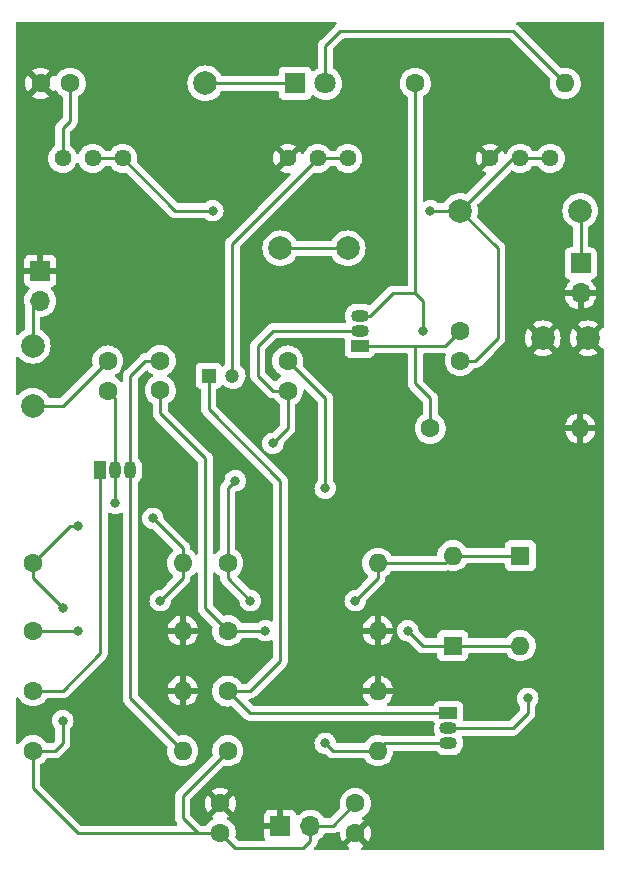
<source format=gbr>
%TF.GenerationSoftware,KiCad,Pcbnew,6.0.7-f9a2dced07~116~ubuntu20.04.1*%
%TF.CreationDate,2022-08-01T22:29:09-04:00*%
%TF.ProjectId,OverdrivePedal,4f766572-6472-4697-9665-506564616c2e,rev?*%
%TF.SameCoordinates,Original*%
%TF.FileFunction,Copper,L1,Top*%
%TF.FilePolarity,Positive*%
%FSLAX46Y46*%
G04 Gerber Fmt 4.6, Leading zero omitted, Abs format (unit mm)*
G04 Created by KiCad (PCBNEW 6.0.7-f9a2dced07~116~ubuntu20.04.1) date 2022-08-01 22:29:09*
%MOMM*%
%LPD*%
G01*
G04 APERTURE LIST*
%TA.AperFunction,ComponentPad*%
%ADD10O,1.700000X1.700000*%
%TD*%
%TA.AperFunction,ComponentPad*%
%ADD11R,1.700000X1.700000*%
%TD*%
%TA.AperFunction,ComponentPad*%
%ADD12C,1.440000*%
%TD*%
%TA.AperFunction,ComponentPad*%
%ADD13O,1.600000X1.600000*%
%TD*%
%TA.AperFunction,ComponentPad*%
%ADD14C,1.600000*%
%TD*%
%TA.AperFunction,ComponentPad*%
%ADD15O,1.500000X1.050000*%
%TD*%
%TA.AperFunction,ComponentPad*%
%ADD16R,1.500000X1.050000*%
%TD*%
%TA.AperFunction,ComponentPad*%
%ADD17O,1.050000X1.500000*%
%TD*%
%TA.AperFunction,ComponentPad*%
%ADD18R,1.050000X1.500000*%
%TD*%
%TA.AperFunction,ComponentPad*%
%ADD19C,2.000000*%
%TD*%
%TA.AperFunction,ComponentPad*%
%ADD20R,1.800000X1.800000*%
%TD*%
%TA.AperFunction,ComponentPad*%
%ADD21C,1.800000*%
%TD*%
%TA.AperFunction,ComponentPad*%
%ADD22R,1.600000X1.600000*%
%TD*%
%TA.AperFunction,ComponentPad*%
%ADD23R,1.200000X1.200000*%
%TD*%
%TA.AperFunction,ComponentPad*%
%ADD24C,1.200000*%
%TD*%
%TA.AperFunction,ViaPad*%
%ADD25C,0.800000*%
%TD*%
%TA.AperFunction,Conductor*%
%ADD26C,0.250000*%
%TD*%
G04 APERTURE END LIST*
D10*
%TO.P,J12,2,Pin_2*%
%TO.N,GND*%
X149885000Y-74315000D03*
D11*
%TO.P,J12,1,Pin_1*%
%TO.N,Net-(J10-Pad1)*%
X149885000Y-71775000D03*
%TD*%
%TO.P,J2,1,Pin_1*%
%TO.N,GND*%
X104140000Y-72390000D03*
D10*
%TO.P,J2,2,Pin_2*%
%TO.N,Net-(J2-Pad2)*%
X104140000Y-74930000D03*
%TD*%
D11*
%TO.P,J1,1,Pin_1*%
%TO.N,GND*%
X124460000Y-119380000D03*
D10*
%TO.P,J1,2,Pin_2*%
%TO.N,+9V*%
X127000000Y-119380000D03*
%TD*%
D12*
%TO.P,RV3,1,1*%
%TO.N,Net-(C7-Pad1)*%
X147320000Y-62865000D03*
%TO.P,RV3,2,2*%
X144780000Y-62865000D03*
%TO.P,RV3,3,3*%
%TO.N,GND*%
X142240000Y-62865000D03*
%TD*%
%TO.P,RV2,1,1*%
%TO.N,Net-(C7-Pad1)*%
X111125000Y-62865000D03*
%TO.P,RV2,2,2*%
X108585000Y-62865000D03*
%TO.P,RV2,3,3*%
%TO.N,Net-(C8-Pad1)*%
X106045000Y-62865000D03*
%TD*%
%TO.P,RV1,1,1*%
%TO.N,Net-(C6-Pad2)*%
X130175000Y-62865000D03*
%TO.P,RV1,2,2*%
X127635000Y-62865000D03*
%TO.P,RV1,3,3*%
%TO.N,GND*%
X125095000Y-62865000D03*
%TD*%
D13*
%TO.P,R10,2*%
%TO.N,Net-(D3-Pad2)*%
X148590000Y-56515000D03*
D14*
%TO.P,R10,1*%
%TO.N,+9V*%
X135890000Y-56515000D03*
%TD*%
%TO.P,R9,1*%
%TO.N,Net-(C7-Pad2)*%
X137160000Y-85725000D03*
D13*
%TO.P,R9,2*%
%TO.N,GND*%
X149860000Y-85725000D03*
%TD*%
%TO.P,R8,2*%
%TO.N,GND*%
X132715000Y-107975000D03*
D14*
%TO.P,R8,1*%
%TO.N,Net-(C6-Pad1)*%
X120015000Y-107975000D03*
%TD*%
%TO.P,R7,1*%
%TO.N,+9V*%
X120015000Y-113030000D03*
D13*
%TO.P,R7,2*%
%TO.N,Net-(C5-Pad1)*%
X132715000Y-113030000D03*
%TD*%
D14*
%TO.P,R6,1*%
%TO.N,Net-(C4-Pad1)*%
X120015000Y-102870000D03*
D13*
%TO.P,R6,2*%
%TO.N,GND*%
X132715000Y-102870000D03*
%TD*%
%TO.P,R5,2*%
%TO.N,Net-(C4-Pad1)*%
X132715000Y-97155000D03*
D14*
%TO.P,R5,1*%
%TO.N,Net-(C5-Pad1)*%
X120015000Y-97155000D03*
%TD*%
D13*
%TO.P,R4,2*%
%TO.N,GND*%
X116205000Y-107950000D03*
D14*
%TO.P,R4,1*%
%TO.N,Net-(Q1-Pad1)*%
X103505000Y-107950000D03*
%TD*%
%TO.P,R3,1*%
%TO.N,+9V*%
X103505000Y-113030000D03*
D13*
%TO.P,R3,2*%
%TO.N,Net-(C4-Pad2)*%
X116205000Y-113030000D03*
%TD*%
%TO.P,R2,2*%
%TO.N,GND*%
X116205000Y-102870000D03*
D14*
%TO.P,R2,1*%
%TO.N,Net-(C2-Pad1)*%
X103505000Y-102870000D03*
%TD*%
%TO.P,R1,1*%
%TO.N,+9V*%
X103505000Y-97155000D03*
D13*
%TO.P,R1,2*%
%TO.N,Net-(C2-Pad1)*%
X116205000Y-97155000D03*
%TD*%
D15*
%TO.P,Q3,3,C*%
%TO.N,+9V*%
X131170000Y-76200000D03*
%TO.P,Q3,2,B*%
%TO.N,Net-(C5-Pad1)*%
X131170000Y-77470000D03*
D16*
%TO.P,Q3,1,E*%
%TO.N,Net-(C7-Pad2)*%
X131170000Y-78740000D03*
%TD*%
D15*
%TO.P,Q2,3,C*%
%TO.N,Net-(C5-Pad1)*%
X138705000Y-112395000D03*
%TO.P,Q2,2,B*%
%TO.N,Net-(C4-Pad1)*%
X138705000Y-111125000D03*
D16*
%TO.P,Q2,1,E*%
%TO.N,Net-(C6-Pad1)*%
X138705000Y-109855000D03*
%TD*%
D17*
%TO.P,Q1,3,C*%
%TO.N,Net-(C4-Pad2)*%
X111760000Y-89260000D03*
%TO.P,Q1,2,B*%
%TO.N,Net-(C2-Pad1)*%
X110490000Y-89260000D03*
D18*
%TO.P,Q1,1,E*%
%TO.N,Net-(Q1-Pad1)*%
X109220000Y-89260000D03*
%TD*%
D19*
%TO.P,J11,1,Pin_1*%
%TO.N,GND*%
X146685000Y-78105000D03*
%TD*%
%TO.P,J10,1,Pin_1*%
%TO.N,Net-(J10-Pad1)*%
X149860000Y-67310000D03*
%TD*%
%TO.P,J9,1,Pin_1*%
%TO.N,Net-(C7-Pad1)*%
X139700000Y-67310000D03*
%TD*%
%TO.P,J8,1,Pin_1*%
%TO.N,GND*%
X150495000Y-78105000D03*
%TD*%
%TO.P,J7,1,Pin_1*%
%TO.N,Net-(D3-Pad1)*%
X118110000Y-56515000D03*
%TD*%
%TO.P,J6,1,Pin_1*%
%TO.N,Net-(J5-Pad1)*%
X124460000Y-70485000D03*
%TD*%
%TO.P,J5,1,Pin_1*%
%TO.N,Net-(J5-Pad1)*%
X130175000Y-70485000D03*
%TD*%
%TO.P,J4,1,Pin_1*%
%TO.N,Net-(J2-Pad2)*%
X103505000Y-78740000D03*
%TD*%
%TO.P,J3,1,Pin_1*%
%TO.N,Net-(C2-Pad2)*%
X103505000Y-83820000D03*
%TD*%
D20*
%TO.P,D3,1,K*%
%TO.N,Net-(D3-Pad1)*%
X125730000Y-56515000D03*
D21*
%TO.P,D3,2,A*%
%TO.N,Net-(D3-Pad2)*%
X128270000Y-56515000D03*
%TD*%
D22*
%TO.P,D2,1,K*%
%TO.N,Net-(C5-Pad2)*%
X139065000Y-104140000D03*
D13*
%TO.P,D2,2,A*%
%TO.N,Net-(C4-Pad1)*%
X139065000Y-96520000D03*
%TD*%
D22*
%TO.P,D1,1,K*%
%TO.N,Net-(C4-Pad1)*%
X144780000Y-96520000D03*
D13*
%TO.P,D1,2,A*%
%TO.N,Net-(C5-Pad2)*%
X144780000Y-104140000D03*
%TD*%
D14*
%TO.P,C8,1*%
%TO.N,Net-(C8-Pad1)*%
X106680000Y-56515000D03*
%TO.P,C8,2*%
%TO.N,GND*%
X104180000Y-56515000D03*
%TD*%
%TO.P,C7,1*%
%TO.N,Net-(C7-Pad1)*%
X139700000Y-79990000D03*
%TO.P,C7,2*%
%TO.N,Net-(C7-Pad2)*%
X139700000Y-77490000D03*
%TD*%
D23*
%TO.P,C6,1*%
%TO.N,Net-(C6-Pad1)*%
X118407401Y-81280000D03*
D24*
%TO.P,C6,2*%
%TO.N,Net-(C6-Pad2)*%
X120407401Y-81280000D03*
%TD*%
D14*
%TO.P,C5,1*%
%TO.N,Net-(C5-Pad1)*%
X125095000Y-82530000D03*
%TO.P,C5,2*%
%TO.N,Net-(C5-Pad2)*%
X125095000Y-80030000D03*
%TD*%
%TO.P,C4,1*%
%TO.N,Net-(C4-Pad1)*%
X114300000Y-82510000D03*
%TO.P,C4,2*%
%TO.N,Net-(C4-Pad2)*%
X114300000Y-80010000D03*
%TD*%
%TO.P,C3,1*%
%TO.N,+9V*%
X130810000Y-117495000D03*
%TO.P,C3,2*%
%TO.N,GND*%
X130810000Y-119995000D03*
%TD*%
%TO.P,C2,2*%
%TO.N,Net-(C2-Pad2)*%
X109855000Y-80030000D03*
%TO.P,C2,1*%
%TO.N,Net-(C2-Pad1)*%
X109855000Y-82530000D03*
%TD*%
%TO.P,C1,1*%
%TO.N,+9V*%
X119380000Y-119995000D03*
%TO.P,C1,2*%
%TO.N,GND*%
X119380000Y-117495000D03*
%TD*%
D25*
%TO.N,Net-(C7-Pad1)*%
X137160000Y-67310000D03*
X118745000Y-67310000D03*
%TO.N,Net-(C5-Pad1)*%
X123825000Y-86995000D03*
X120650000Y-90170000D03*
%TO.N,Net-(C5-Pad2)*%
X128270000Y-90805000D03*
X135255000Y-102870000D03*
%TO.N,+9V*%
X106045000Y-100965000D03*
X106045000Y-110490000D03*
%TO.N,Net-(C5-Pad1)*%
X121920000Y-100330000D03*
X128270000Y-112395000D03*
%TO.N,Net-(C4-Pad1)*%
X145415000Y-108585000D03*
X130810000Y-100330000D03*
X123190000Y-102870000D03*
%TO.N,+9V*%
X136525000Y-77470000D03*
X107315000Y-93980000D03*
%TO.N,Net-(C2-Pad1)*%
X110490000Y-92075000D03*
X113665000Y-93345000D03*
X114300000Y-100330000D03*
X107315000Y-102870000D03*
%TD*%
D26*
%TO.N,+9V*%
X127000000Y-120650000D02*
X126365000Y-121285000D01*
X120670000Y-121285000D02*
X119380000Y-119995000D01*
X127000000Y-119380000D02*
X127000000Y-120650000D01*
X126365000Y-121285000D02*
X120670000Y-121285000D01*
%TO.N,Net-(J2-Pad2)*%
X103505000Y-78740000D02*
X103505000Y-75565000D01*
X103505000Y-75565000D02*
X104140000Y-74930000D01*
%TO.N,+9V*%
X127000000Y-119380000D02*
X128925000Y-119380000D01*
X128925000Y-119380000D02*
X130810000Y-117495000D01*
%TO.N,Net-(J10-Pad1)*%
X149885000Y-71775000D02*
X149885000Y-67335000D01*
X149885000Y-67335000D02*
X149860000Y-67310000D01*
%TO.N,Net-(C7-Pad1)*%
X137160000Y-67310000D02*
X139700000Y-67310000D01*
X111125000Y-62865000D02*
X115570000Y-67310000D01*
X115570000Y-67310000D02*
X118745000Y-67310000D01*
X139700000Y-79990000D02*
X140990000Y-79990000D01*
X140990000Y-79990000D02*
X142875000Y-78105000D01*
X142875000Y-78105000D02*
X142875000Y-70485000D01*
X142875000Y-70485000D02*
X139700000Y-67310000D01*
%TO.N,+9V*%
X135890000Y-74295000D02*
X135890000Y-56515000D01*
%TO.N,Net-(C5-Pad1)*%
X125095000Y-82530000D02*
X123805000Y-82530000D01*
X123805000Y-82530000D02*
X122555000Y-81280000D01*
X122555000Y-81280000D02*
X122555000Y-78740000D01*
X122555000Y-78740000D02*
X123825000Y-77470000D01*
X123825000Y-77470000D02*
X131170000Y-77470000D01*
X123825000Y-86995000D02*
X125095000Y-85725000D01*
X125095000Y-85725000D02*
X125095000Y-82530000D01*
X120015000Y-90805000D02*
X120650000Y-90170000D01*
X120015000Y-97155000D02*
X120015000Y-90805000D01*
%TO.N,Net-(C5-Pad2)*%
X128270000Y-90805000D02*
X128270000Y-83205000D01*
X128270000Y-83205000D02*
X125095000Y-80030000D01*
X136525000Y-104140000D02*
X135255000Y-102870000D01*
X139065000Y-104140000D02*
X136525000Y-104140000D01*
%TO.N,+9V*%
X106045000Y-100965000D02*
X103505000Y-98425000D01*
X103505000Y-98425000D02*
X103505000Y-97155000D01*
X106045000Y-112395000D02*
X106045000Y-110490000D01*
X103505000Y-113030000D02*
X105410000Y-113030000D01*
X105410000Y-113030000D02*
X106045000Y-112395000D01*
%TO.N,Net-(C5-Pad1)*%
X121920000Y-100330000D02*
X120015000Y-98425000D01*
X120015000Y-98425000D02*
X120015000Y-97155000D01*
X128905000Y-113030000D02*
X128270000Y-112395000D01*
X132715000Y-113030000D02*
X128905000Y-113030000D01*
%TO.N,Net-(C4-Pad1)*%
X145415000Y-108585000D02*
X145415000Y-109855000D01*
X145415000Y-109855000D02*
X144145000Y-111125000D01*
X144145000Y-111125000D02*
X138705000Y-111125000D01*
X130810000Y-100330000D02*
X132715000Y-98425000D01*
X132715000Y-98425000D02*
X132715000Y-97155000D01*
X120015000Y-102870000D02*
X123190000Y-102870000D01*
%TO.N,Net-(C5-Pad1)*%
X138705000Y-112395000D02*
X133350000Y-112395000D01*
X133350000Y-112395000D02*
X132715000Y-113030000D01*
%TO.N,Net-(C4-Pad1)*%
X120015000Y-102870000D02*
X118110000Y-100965000D01*
X118110000Y-88265000D02*
X114300000Y-84455000D01*
X118110000Y-100965000D02*
X118110000Y-88265000D01*
X114300000Y-84455000D02*
X114300000Y-82510000D01*
%TO.N,Net-(C4-Pad2)*%
X114300000Y-80010000D02*
X113030000Y-80010000D01*
X113030000Y-80010000D02*
X111760000Y-81280000D01*
X111760000Y-81280000D02*
X111760000Y-89260000D01*
%TO.N,Net-(C2-Pad1)*%
X109855000Y-82530000D02*
X110490000Y-83165000D01*
X110490000Y-83165000D02*
X110490000Y-89260000D01*
%TO.N,Net-(C2-Pad2)*%
X103505000Y-83820000D02*
X106065000Y-83820000D01*
X106065000Y-83820000D02*
X109855000Y-80030000D01*
%TO.N,Net-(J2-Pad2)*%
X103505000Y-75295000D02*
X104140000Y-74660000D01*
%TO.N,Net-(C6-Pad2)*%
X120407401Y-81280000D02*
X120407401Y-70092599D01*
X120407401Y-70092599D02*
X127635000Y-62865000D01*
%TO.N,Net-(J5-Pad1)*%
X124460000Y-70485000D02*
X130175000Y-70485000D01*
%TO.N,Net-(C7-Pad2)*%
X138450000Y-78740000D02*
X135890000Y-78740000D01*
X135890000Y-78740000D02*
X135890000Y-81915000D01*
X135890000Y-78740000D02*
X131170000Y-78740000D01*
X135890000Y-81915000D02*
X137160000Y-83185000D01*
X137160000Y-83185000D02*
X137160000Y-85725000D01*
X139700000Y-77490000D02*
X138450000Y-78740000D01*
%TO.N,+9V*%
X136525000Y-77470000D02*
X136525000Y-74930000D01*
X136525000Y-74930000D02*
X135890000Y-74295000D01*
X135890000Y-74295000D02*
X133985000Y-74295000D01*
X133985000Y-74295000D02*
X132080000Y-76200000D01*
X132080000Y-76200000D02*
X131170000Y-76200000D01*
X106680000Y-93980000D02*
X107315000Y-93980000D01*
X103505000Y-97155000D02*
X106680000Y-93980000D01*
%TO.N,Net-(C2-Pad1)*%
X110490000Y-92075000D02*
X110490000Y-89260000D01*
X116205000Y-95885000D02*
X113665000Y-93345000D01*
X116205000Y-97155000D02*
X116205000Y-95885000D01*
%TO.N,Net-(C4-Pad2)*%
X116205000Y-113030000D02*
X111760000Y-108585000D01*
X111760000Y-108585000D02*
X111760000Y-89260000D01*
%TO.N,Net-(C2-Pad1)*%
X114300000Y-100330000D02*
X116205000Y-98425000D01*
X116205000Y-98425000D02*
X116205000Y-97155000D01*
X103505000Y-102870000D02*
X107315000Y-102870000D01*
%TO.N,Net-(Q1-Pad1)*%
X106045000Y-107950000D02*
X109220000Y-104775000D01*
X103505000Y-107950000D02*
X106045000Y-107950000D01*
X109220000Y-104775000D02*
X109220000Y-89260000D01*
%TO.N,Net-(C6-Pad1)*%
X124460000Y-105410000D02*
X124460000Y-90170000D01*
X120015000Y-107975000D02*
X121895000Y-107975000D01*
X121895000Y-107975000D02*
X124460000Y-105410000D01*
X124460000Y-90170000D02*
X118407401Y-84117401D01*
X118407401Y-84117401D02*
X118407401Y-81280000D01*
X138705000Y-109855000D02*
X121895000Y-109855000D01*
X121895000Y-109855000D02*
X120015000Y-107975000D01*
%TO.N,Net-(C5-Pad2)*%
X144780000Y-104140000D02*
X139065000Y-104140000D01*
%TO.N,Net-(C4-Pad1)*%
X132715000Y-97155000D02*
X138430000Y-97155000D01*
X138430000Y-97155000D02*
X139065000Y-96520000D01*
X144780000Y-96520000D02*
X139065000Y-96520000D01*
%TO.N,Net-(C7-Pad1)*%
X144780000Y-62865000D02*
X147320000Y-62865000D01*
X139700000Y-67310000D02*
X144145000Y-62865000D01*
X144145000Y-62865000D02*
X144780000Y-62865000D01*
%TO.N,Net-(C6-Pad2)*%
X127635000Y-62865000D02*
X130175000Y-62865000D01*
%TO.N,Net-(C7-Pad1)*%
X108585000Y-62865000D02*
X111125000Y-62865000D01*
%TO.N,Net-(C8-Pad1)*%
X106680000Y-56515000D02*
X106680000Y-59690000D01*
X106680000Y-59690000D02*
X106045000Y-60325000D01*
X106045000Y-60325000D02*
X106045000Y-62865000D01*
%TO.N,Net-(D3-Pad1)*%
X125730000Y-56515000D02*
X118110000Y-56515000D01*
%TO.N,Net-(D3-Pad2)*%
X128270000Y-56515000D02*
X128270000Y-53340000D01*
X144145000Y-52070000D02*
X148590000Y-56515000D01*
X128270000Y-53340000D02*
X129540000Y-52070000D01*
X129540000Y-52070000D02*
X144145000Y-52070000D01*
%TO.N,+9V*%
X116205000Y-116840000D02*
X116205000Y-118745000D01*
X120015000Y-113030000D02*
X116205000Y-116840000D01*
X116205000Y-118745000D02*
X117455000Y-119995000D01*
X117455000Y-119995000D02*
X119380000Y-119995000D01*
X119380000Y-119995000D02*
X107295000Y-119995000D01*
X107295000Y-119995000D02*
X103505000Y-116205000D01*
X103505000Y-116205000D02*
X103505000Y-113030000D01*
%TD*%
%TA.AperFunction,Conductor*%
%TO.N,GND*%
G36*
X129190671Y-51328502D02*
G01*
X129237164Y-51382158D01*
X129247268Y-51452432D01*
X129217774Y-51517012D01*
X129186689Y-51542953D01*
X129155463Y-51561420D01*
X129155457Y-51561425D01*
X129148637Y-51565458D01*
X129134313Y-51579782D01*
X129119281Y-51592621D01*
X129102893Y-51604528D01*
X129074712Y-51638593D01*
X129066722Y-51647373D01*
X127877747Y-52836348D01*
X127869461Y-52843888D01*
X127862982Y-52848000D01*
X127857557Y-52853777D01*
X127816357Y-52897651D01*
X127813602Y-52900493D01*
X127793865Y-52920230D01*
X127791385Y-52923427D01*
X127783682Y-52932447D01*
X127753414Y-52964679D01*
X127749595Y-52971625D01*
X127749593Y-52971628D01*
X127743652Y-52982434D01*
X127732801Y-52998953D01*
X127720386Y-53014959D01*
X127717241Y-53022228D01*
X127717238Y-53022232D01*
X127702826Y-53055537D01*
X127697609Y-53066187D01*
X127676305Y-53104940D01*
X127674334Y-53112615D01*
X127674334Y-53112616D01*
X127671267Y-53124562D01*
X127664863Y-53143266D01*
X127656819Y-53161855D01*
X127655580Y-53169678D01*
X127655577Y-53169688D01*
X127649901Y-53205524D01*
X127647495Y-53217144D01*
X127636500Y-53259970D01*
X127636500Y-53280224D01*
X127634949Y-53299934D01*
X127631780Y-53319943D01*
X127632526Y-53327835D01*
X127635941Y-53363961D01*
X127636500Y-53375819D01*
X127636500Y-55180319D01*
X127616498Y-55248440D01*
X127568679Y-55292083D01*
X127521463Y-55316662D01*
X127516872Y-55319052D01*
X127512734Y-55322159D01*
X127349084Y-55445031D01*
X127331655Y-55458117D01*
X127314170Y-55476414D01*
X127252646Y-55511844D01*
X127181733Y-55508387D01*
X127123947Y-55467141D01*
X127105094Y-55433592D01*
X127083768Y-55376705D01*
X127083767Y-55376703D01*
X127080615Y-55368295D01*
X126993261Y-55251739D01*
X126876705Y-55164385D01*
X126740316Y-55113255D01*
X126678134Y-55106500D01*
X124781866Y-55106500D01*
X124719684Y-55113255D01*
X124583295Y-55164385D01*
X124466739Y-55251739D01*
X124379385Y-55368295D01*
X124328255Y-55504684D01*
X124321500Y-55566866D01*
X124321500Y-55755500D01*
X124301498Y-55823621D01*
X124247842Y-55870114D01*
X124195500Y-55881500D01*
X119561566Y-55881500D01*
X119493445Y-55861498D01*
X119454133Y-55821335D01*
X119336759Y-55629798D01*
X119336755Y-55629792D01*
X119334176Y-55625584D01*
X119179969Y-55445031D01*
X119175758Y-55441434D01*
X119104570Y-55380634D01*
X118999416Y-55290824D01*
X118995208Y-55288245D01*
X118995202Y-55288241D01*
X118801183Y-55169346D01*
X118796963Y-55166760D01*
X118792393Y-55164867D01*
X118792389Y-55164865D01*
X118582167Y-55077789D01*
X118582165Y-55077788D01*
X118577594Y-55075895D01*
X118497391Y-55056640D01*
X118351524Y-55021620D01*
X118351518Y-55021619D01*
X118346711Y-55020465D01*
X118110000Y-55001835D01*
X117873289Y-55020465D01*
X117868482Y-55021619D01*
X117868476Y-55021620D01*
X117722609Y-55056640D01*
X117642406Y-55075895D01*
X117637835Y-55077788D01*
X117637833Y-55077789D01*
X117427611Y-55164865D01*
X117427607Y-55164867D01*
X117423037Y-55166760D01*
X117418817Y-55169346D01*
X117224798Y-55288241D01*
X117224792Y-55288245D01*
X117220584Y-55290824D01*
X117115430Y-55380634D01*
X117044243Y-55441434D01*
X117040031Y-55445031D01*
X116885824Y-55625584D01*
X116883245Y-55629792D01*
X116883241Y-55629798D01*
X116777745Y-55801952D01*
X116761760Y-55828037D01*
X116759867Y-55832607D01*
X116759865Y-55832611D01*
X116744331Y-55870114D01*
X116670895Y-56047406D01*
X116615465Y-56278289D01*
X116596835Y-56515000D01*
X116615465Y-56751711D01*
X116616619Y-56756518D01*
X116616620Y-56756524D01*
X116646122Y-56879408D01*
X116670895Y-56982594D01*
X116672788Y-56987165D01*
X116672789Y-56987167D01*
X116751111Y-57176253D01*
X116761760Y-57201963D01*
X116764346Y-57206183D01*
X116883241Y-57400202D01*
X116883245Y-57400208D01*
X116885824Y-57404416D01*
X117040031Y-57584969D01*
X117043787Y-57588177D01*
X117058873Y-57601062D01*
X117220584Y-57739176D01*
X117224792Y-57741755D01*
X117224798Y-57741759D01*
X117418817Y-57860654D01*
X117423037Y-57863240D01*
X117427607Y-57865133D01*
X117427611Y-57865135D01*
X117576659Y-57926872D01*
X117642406Y-57954105D01*
X117722609Y-57973360D01*
X117868476Y-58008380D01*
X117868482Y-58008381D01*
X117873289Y-58009535D01*
X118110000Y-58028165D01*
X118346711Y-58009535D01*
X118351518Y-58008381D01*
X118351524Y-58008380D01*
X118497391Y-57973360D01*
X118577594Y-57954105D01*
X118643341Y-57926872D01*
X118792389Y-57865135D01*
X118792393Y-57865133D01*
X118796963Y-57863240D01*
X118801183Y-57860654D01*
X118995202Y-57741759D01*
X118995208Y-57741755D01*
X118999416Y-57739176D01*
X119161127Y-57601062D01*
X119176213Y-57588177D01*
X119179969Y-57584969D01*
X119334176Y-57404416D01*
X119336755Y-57400208D01*
X119336759Y-57400202D01*
X119454133Y-57208665D01*
X119506781Y-57161034D01*
X119561566Y-57148500D01*
X124195500Y-57148500D01*
X124263621Y-57168502D01*
X124310114Y-57222158D01*
X124321500Y-57274500D01*
X124321500Y-57463134D01*
X124328255Y-57525316D01*
X124379385Y-57661705D01*
X124466739Y-57778261D01*
X124583295Y-57865615D01*
X124719684Y-57916745D01*
X124781866Y-57923500D01*
X126678134Y-57923500D01*
X126740316Y-57916745D01*
X126876705Y-57865615D01*
X126993261Y-57778261D01*
X127080615Y-57661705D01*
X127105180Y-57596178D01*
X127147822Y-57539414D01*
X127214383Y-57514714D01*
X127283732Y-57529921D01*
X127303647Y-57543464D01*
X127451571Y-57666273D01*
X127459349Y-57672730D01*
X127659322Y-57789584D01*
X127875694Y-57872209D01*
X127880760Y-57873240D01*
X127880761Y-57873240D01*
X127933846Y-57884040D01*
X128102656Y-57918385D01*
X128232089Y-57923131D01*
X128328949Y-57926683D01*
X128328953Y-57926683D01*
X128334113Y-57926872D01*
X128339233Y-57926216D01*
X128339235Y-57926216D01*
X128413166Y-57916745D01*
X128563847Y-57897442D01*
X128568795Y-57895957D01*
X128568802Y-57895956D01*
X128780747Y-57832369D01*
X128785690Y-57830886D01*
X128790565Y-57828498D01*
X128989049Y-57731262D01*
X128989052Y-57731260D01*
X128993684Y-57728991D01*
X129182243Y-57594494D01*
X129346303Y-57431005D01*
X129481458Y-57242917D01*
X129489221Y-57227211D01*
X129581784Y-57039922D01*
X129581785Y-57039920D01*
X129584078Y-57035280D01*
X129651408Y-56813671D01*
X129681640Y-56584041D01*
X129683327Y-56515000D01*
X129665033Y-56292481D01*
X129664773Y-56289318D01*
X129664772Y-56289312D01*
X129664349Y-56284167D01*
X129634181Y-56164064D01*
X129609184Y-56064544D01*
X129609183Y-56064540D01*
X129607925Y-56059533D01*
X129605866Y-56054797D01*
X129517630Y-55851868D01*
X129517628Y-55851865D01*
X129515570Y-55847131D01*
X129389764Y-55652665D01*
X129233887Y-55481358D01*
X129229836Y-55478159D01*
X129229832Y-55478155D01*
X129056178Y-55341012D01*
X129056175Y-55341010D01*
X129052123Y-55337810D01*
X128968607Y-55291707D01*
X128918636Y-55241274D01*
X128903500Y-55181398D01*
X128903500Y-53654594D01*
X128923502Y-53586473D01*
X128940405Y-53565499D01*
X129765499Y-52740405D01*
X129827811Y-52706379D01*
X129854594Y-52703500D01*
X143830406Y-52703500D01*
X143898527Y-52723502D01*
X143919501Y-52740405D01*
X147280848Y-56101752D01*
X147314874Y-56164064D01*
X147313459Y-56223459D01*
X147297882Y-56281591D01*
X147297881Y-56281598D01*
X147296457Y-56286913D01*
X147276502Y-56515000D01*
X147296457Y-56743087D01*
X147297881Y-56748400D01*
X147297881Y-56748402D01*
X147335025Y-56887022D01*
X147355716Y-56964243D01*
X147358039Y-56969224D01*
X147358039Y-56969225D01*
X147450151Y-57166762D01*
X147450154Y-57166767D01*
X147452477Y-57171749D01*
X147583802Y-57359300D01*
X147745700Y-57521198D01*
X147750208Y-57524355D01*
X147750211Y-57524357D01*
X147762148Y-57532715D01*
X147933251Y-57652523D01*
X147938233Y-57654846D01*
X147938238Y-57654849D01*
X148097238Y-57728991D01*
X148140757Y-57749284D01*
X148146065Y-57750706D01*
X148146067Y-57750707D01*
X148356598Y-57807119D01*
X148356600Y-57807119D01*
X148361913Y-57808543D01*
X148590000Y-57828498D01*
X148818087Y-57808543D01*
X148823400Y-57807119D01*
X148823402Y-57807119D01*
X149033933Y-57750707D01*
X149033935Y-57750706D01*
X149039243Y-57749284D01*
X149082762Y-57728991D01*
X149241762Y-57654849D01*
X149241767Y-57654846D01*
X149246749Y-57652523D01*
X149417852Y-57532715D01*
X149429789Y-57524357D01*
X149429792Y-57524355D01*
X149434300Y-57521198D01*
X149596198Y-57359300D01*
X149727523Y-57171749D01*
X149729846Y-57166767D01*
X149729849Y-57166762D01*
X149821961Y-56969225D01*
X149821961Y-56969224D01*
X149824284Y-56964243D01*
X149844976Y-56887022D01*
X149882119Y-56748402D01*
X149882119Y-56748400D01*
X149883543Y-56743087D01*
X149903498Y-56515000D01*
X149883543Y-56286913D01*
X149879943Y-56273476D01*
X149825707Y-56071067D01*
X149825706Y-56071065D01*
X149824284Y-56065757D01*
X149815727Y-56047406D01*
X149729849Y-55863238D01*
X149729846Y-55863233D01*
X149727523Y-55858251D01*
X149596198Y-55670700D01*
X149434300Y-55508802D01*
X149429792Y-55505645D01*
X149429789Y-55505643D01*
X149303920Y-55417509D01*
X149246749Y-55377477D01*
X149241767Y-55375154D01*
X149241762Y-55375151D01*
X149044225Y-55283039D01*
X149044224Y-55283039D01*
X149039243Y-55280716D01*
X149033935Y-55279294D01*
X149033933Y-55279293D01*
X148823402Y-55222881D01*
X148823400Y-55222881D01*
X148818087Y-55221457D01*
X148590000Y-55201502D01*
X148361913Y-55221457D01*
X148298458Y-55238460D01*
X148227482Y-55236770D01*
X148176753Y-55205848D01*
X144648652Y-51677747D01*
X144641112Y-51669461D01*
X144637000Y-51662982D01*
X144587348Y-51616356D01*
X144584507Y-51613602D01*
X144564770Y-51593865D01*
X144561573Y-51591385D01*
X144552551Y-51583680D01*
X144539116Y-51571064D01*
X144520321Y-51553414D01*
X144513375Y-51549595D01*
X144513372Y-51549593D01*
X144504861Y-51544914D01*
X144454803Y-51494568D01*
X144439910Y-51425151D01*
X144464912Y-51358702D01*
X144521869Y-51316319D01*
X144565563Y-51308500D01*
X151765500Y-51308500D01*
X151833621Y-51328502D01*
X151880114Y-51382158D01*
X151891500Y-51434500D01*
X151891500Y-77114761D01*
X151871498Y-77182882D01*
X151817842Y-77229375D01*
X151744900Y-77239066D01*
X151728744Y-77236389D01*
X151718334Y-77240876D01*
X150867022Y-78092188D01*
X150859408Y-78106132D01*
X150859539Y-78107965D01*
X150863790Y-78114580D01*
X151715290Y-78966080D01*
X151729234Y-78973694D01*
X151756510Y-78971743D01*
X151825884Y-78986834D01*
X151876087Y-79037035D01*
X151891500Y-79097422D01*
X151891500Y-121285500D01*
X151871498Y-121353621D01*
X151817842Y-121400114D01*
X151765500Y-121411500D01*
X131435647Y-121411500D01*
X131367526Y-121391498D01*
X131321033Y-121337842D01*
X131310929Y-121267568D01*
X131340423Y-121202988D01*
X131382397Y-121171305D01*
X131461511Y-121134414D01*
X131471006Y-121128931D01*
X131523048Y-121092491D01*
X131531424Y-121082012D01*
X131524356Y-121068566D01*
X130822812Y-120367022D01*
X130808868Y-120359408D01*
X130807035Y-120359539D01*
X130800420Y-120363790D01*
X130094923Y-121069287D01*
X130088493Y-121081062D01*
X130097789Y-121093077D01*
X130148994Y-121128931D01*
X130158489Y-121134414D01*
X130237603Y-121171305D01*
X130290888Y-121218222D01*
X130310349Y-121286500D01*
X130289807Y-121354460D01*
X130235784Y-121400525D01*
X130184353Y-121411500D01*
X127438594Y-121411500D01*
X127370473Y-121391498D01*
X127323980Y-121337842D01*
X127313876Y-121267568D01*
X127343370Y-121202988D01*
X127349499Y-121196405D01*
X127392247Y-121153657D01*
X127400537Y-121146113D01*
X127407018Y-121142000D01*
X127453659Y-121092332D01*
X127456413Y-121089491D01*
X127476135Y-121069769D01*
X127478612Y-121066576D01*
X127486317Y-121057555D01*
X127511159Y-121031100D01*
X127516586Y-121025321D01*
X127520407Y-121018371D01*
X127526346Y-121007568D01*
X127537202Y-120991041D01*
X127544757Y-120981302D01*
X127544758Y-120981300D01*
X127549614Y-120975040D01*
X127567174Y-120934460D01*
X127572391Y-120923812D01*
X127589875Y-120892009D01*
X127589876Y-120892007D01*
X127593695Y-120885060D01*
X127598733Y-120865437D01*
X127605137Y-120846734D01*
X127610033Y-120835420D01*
X127610033Y-120835419D01*
X127613181Y-120828145D01*
X127614420Y-120820322D01*
X127614423Y-120820312D01*
X127620099Y-120784476D01*
X127622505Y-120772856D01*
X127631528Y-120737711D01*
X127631528Y-120737710D01*
X127633500Y-120730030D01*
X127633500Y-120709776D01*
X127635051Y-120690065D01*
X127636980Y-120677886D01*
X127638220Y-120670057D01*
X127637474Y-120662165D01*
X127637723Y-120654242D01*
X127641227Y-120654352D01*
X127651602Y-120600306D01*
X127698008Y-120550916D01*
X127697994Y-120550896D01*
X127698095Y-120550824D01*
X127879860Y-120421173D01*
X128038096Y-120263489D01*
X128168453Y-120082077D01*
X128170746Y-120077437D01*
X128172446Y-120074608D01*
X128224674Y-120026518D01*
X128280451Y-120013500D01*
X128846233Y-120013500D01*
X128857416Y-120014027D01*
X128864909Y-120015702D01*
X128872835Y-120015453D01*
X128872836Y-120015453D01*
X128932986Y-120013562D01*
X128936945Y-120013500D01*
X128964856Y-120013500D01*
X128968791Y-120013003D01*
X128968856Y-120012995D01*
X128980693Y-120012062D01*
X129012951Y-120011048D01*
X129016970Y-120010922D01*
X129024889Y-120010673D01*
X129044343Y-120005021D01*
X129063700Y-120001013D01*
X129075930Y-119999468D01*
X129075931Y-119999468D01*
X129083797Y-119998474D01*
X129091168Y-119995555D01*
X129091170Y-119995555D01*
X129124912Y-119982196D01*
X129136142Y-119978351D01*
X129170983Y-119968229D01*
X129170984Y-119968229D01*
X129178593Y-119966018D01*
X129185412Y-119961985D01*
X129185417Y-119961983D01*
X129196028Y-119955707D01*
X129213776Y-119947012D01*
X129232617Y-119939552D01*
X129268387Y-119913564D01*
X129278307Y-119907048D01*
X129307343Y-119889876D01*
X129376160Y-119872416D01*
X129443491Y-119894932D01*
X129487960Y-119950277D01*
X129496826Y-119995016D01*
X129497004Y-119995000D01*
X129497147Y-119996633D01*
X129497483Y-119998329D01*
X129497483Y-120000475D01*
X129516472Y-120217519D01*
X129518375Y-120228312D01*
X129574764Y-120438761D01*
X129578510Y-120449053D01*
X129670586Y-120646511D01*
X129676069Y-120656006D01*
X129712509Y-120708048D01*
X129722988Y-120716424D01*
X129736434Y-120709356D01*
X130449658Y-119996132D01*
X131174408Y-119996132D01*
X131174539Y-119997965D01*
X131178790Y-120004580D01*
X131884287Y-120710077D01*
X131896062Y-120716507D01*
X131908077Y-120707211D01*
X131943931Y-120656006D01*
X131949414Y-120646511D01*
X132041490Y-120449053D01*
X132045236Y-120438761D01*
X132101625Y-120228312D01*
X132103528Y-120217519D01*
X132122517Y-120000475D01*
X132122517Y-119989525D01*
X132103528Y-119772481D01*
X132101625Y-119761688D01*
X132045236Y-119551239D01*
X132041490Y-119540947D01*
X131949414Y-119343489D01*
X131943931Y-119333994D01*
X131907491Y-119281952D01*
X131897012Y-119273576D01*
X131883566Y-119280644D01*
X131182022Y-119982188D01*
X131174408Y-119996132D01*
X130449658Y-119996132D01*
X131525077Y-118920713D01*
X131531507Y-118908938D01*
X131522211Y-118896923D01*
X131471002Y-118861066D01*
X131459472Y-118854409D01*
X131410479Y-118803027D01*
X131397042Y-118733313D01*
X131423429Y-118667402D01*
X131459472Y-118636171D01*
X131461765Y-118634847D01*
X131466749Y-118632523D01*
X131580866Y-118552617D01*
X131649789Y-118504357D01*
X131649792Y-118504355D01*
X131654300Y-118501198D01*
X131816198Y-118339300D01*
X131860276Y-118276351D01*
X131884258Y-118242101D01*
X131947523Y-118151749D01*
X131949846Y-118146767D01*
X131949849Y-118146762D01*
X132041961Y-117949225D01*
X132041961Y-117949224D01*
X132044284Y-117944243D01*
X132064976Y-117867022D01*
X132102119Y-117728402D01*
X132102119Y-117728400D01*
X132103543Y-117723087D01*
X132123498Y-117495000D01*
X132103543Y-117266913D01*
X132066981Y-117130461D01*
X132045707Y-117051067D01*
X132045706Y-117051065D01*
X132044284Y-117045757D01*
X132041961Y-117040775D01*
X131949849Y-116843238D01*
X131949846Y-116843233D01*
X131947523Y-116838251D01*
X131854586Y-116705524D01*
X131819357Y-116655211D01*
X131819355Y-116655208D01*
X131816198Y-116650700D01*
X131654300Y-116488802D01*
X131649792Y-116485645D01*
X131649789Y-116485643D01*
X131528182Y-116400493D01*
X131466749Y-116357477D01*
X131461767Y-116355154D01*
X131461762Y-116355151D01*
X131264225Y-116263039D01*
X131264224Y-116263039D01*
X131259243Y-116260716D01*
X131253935Y-116259294D01*
X131253933Y-116259293D01*
X131043402Y-116202881D01*
X131043400Y-116202881D01*
X131038087Y-116201457D01*
X130810000Y-116181502D01*
X130581913Y-116201457D01*
X130576600Y-116202881D01*
X130576598Y-116202881D01*
X130366067Y-116259293D01*
X130366065Y-116259294D01*
X130360757Y-116260716D01*
X130355776Y-116263039D01*
X130355775Y-116263039D01*
X130158238Y-116355151D01*
X130158233Y-116355154D01*
X130153251Y-116357477D01*
X130091818Y-116400493D01*
X129970211Y-116485643D01*
X129970208Y-116485645D01*
X129965700Y-116488802D01*
X129803802Y-116650700D01*
X129800645Y-116655208D01*
X129800643Y-116655211D01*
X129765414Y-116705524D01*
X129672477Y-116838251D01*
X129670154Y-116843233D01*
X129670151Y-116843238D01*
X129578039Y-117040775D01*
X129575716Y-117045757D01*
X129574294Y-117051065D01*
X129574293Y-117051067D01*
X129553019Y-117130461D01*
X129516457Y-117266913D01*
X129496502Y-117495000D01*
X129516457Y-117723087D01*
X129517879Y-117728392D01*
X129517881Y-117728406D01*
X129533459Y-117786539D01*
X129531771Y-117857516D01*
X129500848Y-117908248D01*
X128699499Y-118709596D01*
X128637187Y-118743621D01*
X128610404Y-118746500D01*
X128276805Y-118746500D01*
X128208684Y-118726498D01*
X128171013Y-118688940D01*
X128169741Y-118686973D01*
X128132475Y-118629369D01*
X128082822Y-118552617D01*
X128082820Y-118552614D01*
X128080014Y-118548277D01*
X127929670Y-118383051D01*
X127925619Y-118379852D01*
X127925615Y-118379848D01*
X127758414Y-118247800D01*
X127758410Y-118247798D01*
X127754359Y-118244598D01*
X127558789Y-118136638D01*
X127553920Y-118134914D01*
X127553916Y-118134912D01*
X127353087Y-118063795D01*
X127353083Y-118063794D01*
X127348212Y-118062069D01*
X127343119Y-118061162D01*
X127343116Y-118061161D01*
X127133373Y-118023800D01*
X127133367Y-118023799D01*
X127128284Y-118022894D01*
X127054452Y-118021992D01*
X126910081Y-118020228D01*
X126910079Y-118020228D01*
X126904911Y-118020165D01*
X126684091Y-118053955D01*
X126471756Y-118123357D01*
X126273607Y-118226507D01*
X126269474Y-118229610D01*
X126269471Y-118229612D01*
X126118190Y-118343197D01*
X126094965Y-118360635D01*
X126091393Y-118364373D01*
X126013898Y-118445466D01*
X125952374Y-118480895D01*
X125881462Y-118477438D01*
X125823676Y-118436192D01*
X125804823Y-118402644D01*
X125763324Y-118291946D01*
X125754786Y-118276351D01*
X125678285Y-118174276D01*
X125665724Y-118161715D01*
X125563649Y-118085214D01*
X125548054Y-118076676D01*
X125427606Y-118031522D01*
X125412351Y-118027895D01*
X125361486Y-118022369D01*
X125354672Y-118022000D01*
X124732115Y-118022000D01*
X124716876Y-118026475D01*
X124715671Y-118027865D01*
X124714000Y-118035548D01*
X124714000Y-119508000D01*
X124693998Y-119576121D01*
X124640342Y-119622614D01*
X124588000Y-119634000D01*
X123120116Y-119634000D01*
X123104877Y-119638475D01*
X123103672Y-119639865D01*
X123102001Y-119647548D01*
X123102001Y-120274669D01*
X123102371Y-120281490D01*
X123107895Y-120332352D01*
X123111521Y-120347604D01*
X123159828Y-120476462D01*
X123157684Y-120477266D01*
X123170166Y-120534355D01*
X123145426Y-120600902D01*
X123088636Y-120643509D01*
X123044478Y-120651500D01*
X120984595Y-120651500D01*
X120916474Y-120631498D01*
X120895500Y-120614595D01*
X120689152Y-120408247D01*
X120655126Y-120345935D01*
X120656540Y-120286541D01*
X120673543Y-120223087D01*
X120693498Y-119995000D01*
X120673543Y-119766913D01*
X120641559Y-119647548D01*
X120615707Y-119551067D01*
X120615706Y-119551065D01*
X120614284Y-119545757D01*
X120596678Y-119508000D01*
X120519849Y-119343238D01*
X120519846Y-119343233D01*
X120517523Y-119338251D01*
X120426822Y-119208717D01*
X120389357Y-119155211D01*
X120389355Y-119155208D01*
X120386198Y-119150700D01*
X120343383Y-119107885D01*
X123102000Y-119107885D01*
X123106475Y-119123124D01*
X123107865Y-119124329D01*
X123115548Y-119126000D01*
X124187885Y-119126000D01*
X124203124Y-119121525D01*
X124204329Y-119120135D01*
X124206000Y-119112452D01*
X124206000Y-118040116D01*
X124201525Y-118024877D01*
X124200135Y-118023672D01*
X124192452Y-118022001D01*
X123565331Y-118022001D01*
X123558510Y-118022371D01*
X123507648Y-118027895D01*
X123492396Y-118031521D01*
X123371946Y-118076676D01*
X123356351Y-118085214D01*
X123254276Y-118161715D01*
X123241715Y-118174276D01*
X123165214Y-118276351D01*
X123156676Y-118291946D01*
X123111522Y-118412394D01*
X123107895Y-118427649D01*
X123102369Y-118478514D01*
X123102000Y-118485328D01*
X123102000Y-119107885D01*
X120343383Y-119107885D01*
X120224300Y-118988802D01*
X120219792Y-118985645D01*
X120219789Y-118985643D01*
X120102901Y-118903797D01*
X120036749Y-118857477D01*
X120031765Y-118855153D01*
X120029472Y-118853829D01*
X119980479Y-118802447D01*
X119967043Y-118732733D01*
X119993429Y-118666822D01*
X120029472Y-118635591D01*
X120041002Y-118628934D01*
X120093048Y-118592491D01*
X120101424Y-118582012D01*
X120094356Y-118568566D01*
X119392812Y-117867022D01*
X119378868Y-117859408D01*
X119377035Y-117859539D01*
X119370420Y-117863790D01*
X118664923Y-118569287D01*
X118658493Y-118581062D01*
X118667789Y-118593077D01*
X118718998Y-118628934D01*
X118730528Y-118635591D01*
X118779521Y-118686973D01*
X118792958Y-118756687D01*
X118766571Y-118822598D01*
X118730528Y-118853829D01*
X118728235Y-118855153D01*
X118723251Y-118857477D01*
X118657099Y-118903797D01*
X118540211Y-118985643D01*
X118540208Y-118985645D01*
X118535700Y-118988802D01*
X118373802Y-119150700D01*
X118370645Y-119155208D01*
X118370643Y-119155211D01*
X118263819Y-119307771D01*
X118208362Y-119352099D01*
X118160606Y-119361500D01*
X117769595Y-119361500D01*
X117701474Y-119341498D01*
X117680499Y-119324595D01*
X116875404Y-118519499D01*
X116841379Y-118457187D01*
X116838500Y-118430404D01*
X116838500Y-117500475D01*
X118067483Y-117500475D01*
X118086472Y-117717519D01*
X118088375Y-117728312D01*
X118144764Y-117938761D01*
X118148510Y-117949053D01*
X118240586Y-118146511D01*
X118246069Y-118156006D01*
X118282509Y-118208048D01*
X118292988Y-118216424D01*
X118306434Y-118209356D01*
X119007978Y-117507812D01*
X119014356Y-117496132D01*
X119744408Y-117496132D01*
X119744539Y-117497965D01*
X119748790Y-117504580D01*
X120454287Y-118210077D01*
X120466062Y-118216507D01*
X120478077Y-118207211D01*
X120513931Y-118156006D01*
X120519414Y-118146511D01*
X120611490Y-117949053D01*
X120615236Y-117938761D01*
X120671625Y-117728312D01*
X120673528Y-117717519D01*
X120692517Y-117500475D01*
X120692517Y-117489525D01*
X120673528Y-117272481D01*
X120671625Y-117261688D01*
X120615236Y-117051239D01*
X120611490Y-117040947D01*
X120519414Y-116843489D01*
X120513931Y-116833994D01*
X120477491Y-116781952D01*
X120467012Y-116773576D01*
X120453566Y-116780644D01*
X119752022Y-117482188D01*
X119744408Y-117496132D01*
X119014356Y-117496132D01*
X119015592Y-117493868D01*
X119015461Y-117492035D01*
X119011210Y-117485420D01*
X118305713Y-116779923D01*
X118293938Y-116773493D01*
X118281923Y-116782789D01*
X118246069Y-116833994D01*
X118240586Y-116843489D01*
X118148510Y-117040947D01*
X118144764Y-117051239D01*
X118088375Y-117261688D01*
X118086472Y-117272481D01*
X118067483Y-117489525D01*
X118067483Y-117500475D01*
X116838500Y-117500475D01*
X116838500Y-117154594D01*
X116858502Y-117086473D01*
X116875405Y-117065499D01*
X117532916Y-116407988D01*
X118658576Y-116407988D01*
X118665644Y-116421434D01*
X119367188Y-117122978D01*
X119381132Y-117130592D01*
X119382965Y-117130461D01*
X119389580Y-117126210D01*
X120095077Y-116420713D01*
X120101507Y-116408938D01*
X120092211Y-116396923D01*
X120041006Y-116361069D01*
X120031511Y-116355586D01*
X119834053Y-116263510D01*
X119823761Y-116259764D01*
X119613312Y-116203375D01*
X119602519Y-116201472D01*
X119385475Y-116182483D01*
X119374525Y-116182483D01*
X119157481Y-116201472D01*
X119146688Y-116203375D01*
X118936239Y-116259764D01*
X118925947Y-116263510D01*
X118728489Y-116355586D01*
X118718994Y-116361069D01*
X118666952Y-116397509D01*
X118658576Y-116407988D01*
X117532916Y-116407988D01*
X119601752Y-114339152D01*
X119664064Y-114305126D01*
X119723459Y-114306541D01*
X119781591Y-114322118D01*
X119781602Y-114322120D01*
X119786913Y-114323543D01*
X120015000Y-114343498D01*
X120243087Y-114323543D01*
X120248400Y-114322119D01*
X120248402Y-114322119D01*
X120458933Y-114265707D01*
X120458935Y-114265706D01*
X120464243Y-114264284D01*
X120496175Y-114249394D01*
X120666762Y-114169849D01*
X120666767Y-114169846D01*
X120671749Y-114167523D01*
X120776611Y-114094098D01*
X120854789Y-114039357D01*
X120854792Y-114039355D01*
X120859300Y-114036198D01*
X121021198Y-113874300D01*
X121152523Y-113686749D01*
X121154846Y-113681767D01*
X121154849Y-113681762D01*
X121246961Y-113484225D01*
X121246961Y-113484224D01*
X121249284Y-113479243D01*
X121254067Y-113461395D01*
X121307119Y-113263402D01*
X121307119Y-113263400D01*
X121308543Y-113258087D01*
X121328498Y-113030000D01*
X121308543Y-112801913D01*
X121305766Y-112791548D01*
X121250707Y-112586067D01*
X121250706Y-112586065D01*
X121249284Y-112580757D01*
X121246961Y-112575775D01*
X121154849Y-112378238D01*
X121154846Y-112378233D01*
X121152523Y-112373251D01*
X121039357Y-112211634D01*
X121024357Y-112190211D01*
X121024355Y-112190208D01*
X121021198Y-112185700D01*
X120859300Y-112023802D01*
X120854792Y-112020645D01*
X120854789Y-112020643D01*
X120743723Y-111942874D01*
X120671749Y-111892477D01*
X120666767Y-111890154D01*
X120666762Y-111890151D01*
X120469225Y-111798039D01*
X120469224Y-111798039D01*
X120464243Y-111795716D01*
X120458935Y-111794294D01*
X120458933Y-111794293D01*
X120248402Y-111737881D01*
X120248400Y-111737881D01*
X120243087Y-111736457D01*
X120015000Y-111716502D01*
X119786913Y-111736457D01*
X119781600Y-111737881D01*
X119781598Y-111737881D01*
X119571067Y-111794293D01*
X119571065Y-111794294D01*
X119565757Y-111795716D01*
X119560776Y-111798039D01*
X119560775Y-111798039D01*
X119363238Y-111890151D01*
X119363233Y-111890154D01*
X119358251Y-111892477D01*
X119286277Y-111942874D01*
X119175211Y-112020643D01*
X119175208Y-112020645D01*
X119170700Y-112023802D01*
X119008802Y-112185700D01*
X119005645Y-112190208D01*
X119005643Y-112190211D01*
X118990643Y-112211634D01*
X118877477Y-112373251D01*
X118875154Y-112378233D01*
X118875151Y-112378238D01*
X118783039Y-112575775D01*
X118780716Y-112580757D01*
X118779294Y-112586065D01*
X118779293Y-112586067D01*
X118724234Y-112791548D01*
X118721457Y-112801913D01*
X118701502Y-113030000D01*
X118721457Y-113258087D01*
X118722880Y-113263398D01*
X118722882Y-113263409D01*
X118738459Y-113321541D01*
X118736770Y-113392517D01*
X118705848Y-113443248D01*
X115812747Y-116336348D01*
X115804461Y-116343888D01*
X115797982Y-116348000D01*
X115792557Y-116353777D01*
X115751357Y-116397651D01*
X115748602Y-116400493D01*
X115728865Y-116420230D01*
X115726385Y-116423427D01*
X115718682Y-116432447D01*
X115688414Y-116464679D01*
X115684595Y-116471625D01*
X115684593Y-116471628D01*
X115678652Y-116482434D01*
X115667801Y-116498953D01*
X115655386Y-116514959D01*
X115652241Y-116522228D01*
X115652238Y-116522232D01*
X115637826Y-116555537D01*
X115632609Y-116566187D01*
X115611305Y-116604940D01*
X115609334Y-116612615D01*
X115609334Y-116612616D01*
X115606267Y-116624562D01*
X115599863Y-116643266D01*
X115598333Y-116646803D01*
X115591819Y-116661855D01*
X115590580Y-116669678D01*
X115590577Y-116669688D01*
X115584901Y-116705524D01*
X115582495Y-116717144D01*
X115571500Y-116759970D01*
X115571500Y-116780224D01*
X115569949Y-116799934D01*
X115566780Y-116819943D01*
X115567526Y-116827835D01*
X115570941Y-116863961D01*
X115571500Y-116875819D01*
X115571500Y-118666233D01*
X115570973Y-118677416D01*
X115569298Y-118684909D01*
X115569547Y-118692835D01*
X115569547Y-118692836D01*
X115571438Y-118752986D01*
X115571500Y-118756945D01*
X115571500Y-118784856D01*
X115571997Y-118788790D01*
X115571997Y-118788791D01*
X115572005Y-118788856D01*
X115572938Y-118800693D01*
X115574327Y-118844889D01*
X115579027Y-118861066D01*
X115579978Y-118864339D01*
X115583987Y-118883700D01*
X115586526Y-118903797D01*
X115589445Y-118911168D01*
X115589445Y-118911170D01*
X115602804Y-118944912D01*
X115606649Y-118956142D01*
X115616771Y-118990983D01*
X115618982Y-118998593D01*
X115623015Y-119005412D01*
X115623017Y-119005417D01*
X115629293Y-119016028D01*
X115637988Y-119033776D01*
X115645448Y-119052617D01*
X115650110Y-119059033D01*
X115650110Y-119059034D01*
X115671436Y-119088387D01*
X115677952Y-119098307D01*
X115694330Y-119126000D01*
X115700458Y-119136362D01*
X115710501Y-119146405D01*
X115744527Y-119208717D01*
X115739462Y-119279532D01*
X115696915Y-119336368D01*
X115630395Y-119361179D01*
X115621406Y-119361500D01*
X107609595Y-119361500D01*
X107541474Y-119341498D01*
X107520500Y-119324595D01*
X104175405Y-115979500D01*
X104141379Y-115917188D01*
X104138500Y-115890405D01*
X104138500Y-114249394D01*
X104158502Y-114181273D01*
X104192229Y-114146181D01*
X104344789Y-114039357D01*
X104344792Y-114039355D01*
X104349300Y-114036198D01*
X104511198Y-113874300D01*
X104621181Y-113717229D01*
X104676638Y-113672901D01*
X104724394Y-113663500D01*
X105331233Y-113663500D01*
X105342416Y-113664027D01*
X105349909Y-113665702D01*
X105357835Y-113665453D01*
X105357836Y-113665453D01*
X105417986Y-113663562D01*
X105421945Y-113663500D01*
X105449856Y-113663500D01*
X105453791Y-113663003D01*
X105453856Y-113662995D01*
X105465693Y-113662062D01*
X105497951Y-113661048D01*
X105501970Y-113660922D01*
X105509889Y-113660673D01*
X105529343Y-113655021D01*
X105548700Y-113651013D01*
X105560930Y-113649468D01*
X105560931Y-113649468D01*
X105568797Y-113648474D01*
X105576168Y-113645555D01*
X105576170Y-113645555D01*
X105609912Y-113632196D01*
X105621142Y-113628351D01*
X105655983Y-113618229D01*
X105655984Y-113618229D01*
X105663593Y-113616018D01*
X105670412Y-113611985D01*
X105670417Y-113611983D01*
X105681028Y-113605707D01*
X105698776Y-113597012D01*
X105717617Y-113589552D01*
X105753387Y-113563564D01*
X105763307Y-113557048D01*
X105794535Y-113538580D01*
X105794538Y-113538578D01*
X105801362Y-113534542D01*
X105815683Y-113520221D01*
X105830717Y-113507380D01*
X105832431Y-113506135D01*
X105847107Y-113495472D01*
X105875298Y-113461395D01*
X105883288Y-113452616D01*
X106437247Y-112898657D01*
X106445537Y-112891113D01*
X106452018Y-112887000D01*
X106498659Y-112837332D01*
X106501413Y-112834491D01*
X106521135Y-112814769D01*
X106523612Y-112811576D01*
X106531317Y-112802555D01*
X106556159Y-112776100D01*
X106561586Y-112770321D01*
X106567111Y-112760271D01*
X106571346Y-112752568D01*
X106582202Y-112736041D01*
X106589757Y-112726302D01*
X106589758Y-112726300D01*
X106594614Y-112720040D01*
X106612174Y-112679460D01*
X106617391Y-112668812D01*
X106634875Y-112637009D01*
X106634876Y-112637007D01*
X106638695Y-112630060D01*
X106643733Y-112610437D01*
X106650137Y-112591734D01*
X106655033Y-112580420D01*
X106655033Y-112580419D01*
X106658181Y-112573145D01*
X106659420Y-112565322D01*
X106659423Y-112565312D01*
X106665099Y-112529476D01*
X106667505Y-112517856D01*
X106676528Y-112482711D01*
X106676528Y-112482710D01*
X106678500Y-112475030D01*
X106678500Y-112454776D01*
X106680051Y-112435065D01*
X106681980Y-112422886D01*
X106683220Y-112415057D01*
X106679059Y-112371038D01*
X106678500Y-112359181D01*
X106678500Y-111192524D01*
X106698502Y-111124403D01*
X106710858Y-111108221D01*
X106784040Y-111026944D01*
X106879527Y-110861556D01*
X106938542Y-110679928D01*
X106958504Y-110490000D01*
X106950920Y-110417842D01*
X106939232Y-110306635D01*
X106939232Y-110306633D01*
X106938542Y-110300072D01*
X106879527Y-110118444D01*
X106863140Y-110090060D01*
X106787341Y-109958774D01*
X106784040Y-109953056D01*
X106774726Y-109942711D01*
X106660675Y-109816045D01*
X106660674Y-109816044D01*
X106656253Y-109811134D01*
X106501752Y-109698882D01*
X106495724Y-109696198D01*
X106495722Y-109696197D01*
X106333319Y-109623891D01*
X106333318Y-109623891D01*
X106327288Y-109621206D01*
X106233888Y-109601353D01*
X106146944Y-109582872D01*
X106146939Y-109582872D01*
X106140487Y-109581500D01*
X105949513Y-109581500D01*
X105943061Y-109582872D01*
X105943056Y-109582872D01*
X105856112Y-109601353D01*
X105762712Y-109621206D01*
X105756682Y-109623891D01*
X105756681Y-109623891D01*
X105594278Y-109696197D01*
X105594276Y-109696198D01*
X105588248Y-109698882D01*
X105433747Y-109811134D01*
X105429326Y-109816044D01*
X105429325Y-109816045D01*
X105315275Y-109942711D01*
X105305960Y-109953056D01*
X105302659Y-109958774D01*
X105226861Y-110090060D01*
X105210473Y-110118444D01*
X105151458Y-110300072D01*
X105150768Y-110306633D01*
X105150768Y-110306635D01*
X105139080Y-110417842D01*
X105131496Y-110490000D01*
X105151458Y-110679928D01*
X105210473Y-110861556D01*
X105305960Y-111026944D01*
X105379137Y-111108215D01*
X105409853Y-111172221D01*
X105411500Y-111192524D01*
X105411500Y-112080405D01*
X105391498Y-112148526D01*
X105374595Y-112169501D01*
X105184499Y-112359596D01*
X105122187Y-112393621D01*
X105095404Y-112396500D01*
X104724394Y-112396500D01*
X104656273Y-112376498D01*
X104621181Y-112342771D01*
X104514357Y-112190211D01*
X104514355Y-112190208D01*
X104511198Y-112185700D01*
X104349300Y-112023802D01*
X104344792Y-112020645D01*
X104344789Y-112020643D01*
X104233723Y-111942874D01*
X104161749Y-111892477D01*
X104156767Y-111890154D01*
X104156762Y-111890151D01*
X103959225Y-111798039D01*
X103959224Y-111798039D01*
X103954243Y-111795716D01*
X103948935Y-111794294D01*
X103948933Y-111794293D01*
X103738402Y-111737881D01*
X103738400Y-111737881D01*
X103733087Y-111736457D01*
X103505000Y-111716502D01*
X103276913Y-111736457D01*
X103271600Y-111737881D01*
X103271598Y-111737881D01*
X103061067Y-111794293D01*
X103061065Y-111794294D01*
X103055757Y-111795716D01*
X103050776Y-111798039D01*
X103050775Y-111798039D01*
X102853238Y-111890151D01*
X102853233Y-111890154D01*
X102848251Y-111892477D01*
X102776277Y-111942874D01*
X102665211Y-112020643D01*
X102665208Y-112020645D01*
X102660700Y-112023802D01*
X102498802Y-112185700D01*
X102495645Y-112190208D01*
X102495643Y-112190211D01*
X102480643Y-112211634D01*
X102367477Y-112373251D01*
X102365154Y-112378233D01*
X102365151Y-112378238D01*
X102348695Y-112413529D01*
X102301778Y-112466814D01*
X102233500Y-112486275D01*
X102165540Y-112465733D01*
X102119475Y-112411710D01*
X102108500Y-112360279D01*
X102108500Y-108619721D01*
X102128502Y-108551600D01*
X102182158Y-108505107D01*
X102252432Y-108495003D01*
X102317012Y-108524497D01*
X102348695Y-108566471D01*
X102365151Y-108601762D01*
X102365154Y-108601767D01*
X102367477Y-108606749D01*
X102422191Y-108684889D01*
X102485238Y-108774928D01*
X102498802Y-108794300D01*
X102660700Y-108956198D01*
X102665208Y-108959355D01*
X102665211Y-108959357D01*
X102731420Y-109005717D01*
X102848251Y-109087523D01*
X102853233Y-109089846D01*
X102853238Y-109089849D01*
X102977606Y-109147842D01*
X103055757Y-109184284D01*
X103061065Y-109185706D01*
X103061067Y-109185707D01*
X103271598Y-109242119D01*
X103271600Y-109242119D01*
X103276913Y-109243543D01*
X103505000Y-109263498D01*
X103733087Y-109243543D01*
X103738400Y-109242119D01*
X103738402Y-109242119D01*
X103948933Y-109185707D01*
X103948935Y-109185706D01*
X103954243Y-109184284D01*
X104032394Y-109147842D01*
X104156762Y-109089849D01*
X104156767Y-109089846D01*
X104161749Y-109087523D01*
X104278580Y-109005717D01*
X104344789Y-108959357D01*
X104344792Y-108959355D01*
X104349300Y-108956198D01*
X104511198Y-108794300D01*
X104520367Y-108781206D01*
X104621181Y-108637229D01*
X104676638Y-108592901D01*
X104724394Y-108583500D01*
X105966233Y-108583500D01*
X105977416Y-108584027D01*
X105984909Y-108585702D01*
X105992835Y-108585453D01*
X105992836Y-108585453D01*
X106052986Y-108583562D01*
X106056945Y-108583500D01*
X106084856Y-108583500D01*
X106088791Y-108583003D01*
X106088856Y-108582995D01*
X106100693Y-108582062D01*
X106132951Y-108581048D01*
X106136970Y-108580922D01*
X106144889Y-108580673D01*
X106164343Y-108575021D01*
X106183700Y-108571013D01*
X106195930Y-108569468D01*
X106195931Y-108569468D01*
X106203797Y-108568474D01*
X106211168Y-108565555D01*
X106211170Y-108565555D01*
X106244912Y-108552196D01*
X106256142Y-108548351D01*
X106290983Y-108538229D01*
X106290984Y-108538229D01*
X106298593Y-108536018D01*
X106305412Y-108531985D01*
X106305417Y-108531983D01*
X106316028Y-108525707D01*
X106333776Y-108517012D01*
X106352617Y-108509552D01*
X106388387Y-108483564D01*
X106398307Y-108477048D01*
X106429535Y-108458580D01*
X106429538Y-108458578D01*
X106436362Y-108454542D01*
X106450683Y-108440221D01*
X106465717Y-108427380D01*
X106475694Y-108420131D01*
X106482107Y-108415472D01*
X106510298Y-108381395D01*
X106518288Y-108372616D01*
X109612253Y-105278652D01*
X109620539Y-105271112D01*
X109627018Y-105267000D01*
X109673644Y-105217348D01*
X109676398Y-105214507D01*
X109696135Y-105194770D01*
X109698615Y-105191573D01*
X109706320Y-105182551D01*
X109731159Y-105156100D01*
X109736586Y-105150321D01*
X109740405Y-105143375D01*
X109740407Y-105143372D01*
X109746348Y-105132566D01*
X109757199Y-105116047D01*
X109764758Y-105106301D01*
X109769614Y-105100041D01*
X109772759Y-105092772D01*
X109772762Y-105092768D01*
X109787174Y-105059463D01*
X109792391Y-105048813D01*
X109813695Y-105010060D01*
X109818733Y-104990437D01*
X109825137Y-104971734D01*
X109830033Y-104960420D01*
X109830033Y-104960419D01*
X109833181Y-104953145D01*
X109834420Y-104945322D01*
X109834423Y-104945312D01*
X109840099Y-104909476D01*
X109842505Y-104897856D01*
X109851528Y-104862711D01*
X109851528Y-104862710D01*
X109853500Y-104855030D01*
X109853500Y-104834776D01*
X109855051Y-104815065D01*
X109856980Y-104802886D01*
X109858220Y-104795057D01*
X109854059Y-104751038D01*
X109853500Y-104739181D01*
X109853500Y-92979782D01*
X109873502Y-92911661D01*
X109927158Y-92865168D01*
X109997432Y-92855064D01*
X110032730Y-92867282D01*
X110033248Y-92866118D01*
X110183345Y-92932945D01*
X110207712Y-92943794D01*
X110301113Y-92963647D01*
X110388056Y-92982128D01*
X110388061Y-92982128D01*
X110394513Y-92983500D01*
X110585487Y-92983500D01*
X110591939Y-92982128D01*
X110591944Y-92982128D01*
X110678888Y-92963647D01*
X110772288Y-92943794D01*
X110796656Y-92932945D01*
X110946752Y-92866118D01*
X110947677Y-92868196D01*
X111006488Y-92853924D01*
X111073581Y-92877141D01*
X111117472Y-92932945D01*
X111126500Y-92979782D01*
X111126500Y-108506233D01*
X111125973Y-108517416D01*
X111124298Y-108524909D01*
X111124547Y-108532835D01*
X111124547Y-108532836D01*
X111126438Y-108592986D01*
X111126500Y-108596945D01*
X111126500Y-108624856D01*
X111126997Y-108628790D01*
X111126997Y-108628791D01*
X111127005Y-108628856D01*
X111127938Y-108640693D01*
X111129327Y-108684889D01*
X111134978Y-108704339D01*
X111138987Y-108723700D01*
X111141526Y-108743797D01*
X111144445Y-108751168D01*
X111144445Y-108751170D01*
X111157804Y-108784912D01*
X111161649Y-108796142D01*
X111171771Y-108830983D01*
X111173982Y-108838593D01*
X111178015Y-108845412D01*
X111178017Y-108845417D01*
X111184293Y-108856028D01*
X111192988Y-108873776D01*
X111200448Y-108892617D01*
X111205110Y-108899033D01*
X111205110Y-108899034D01*
X111226436Y-108928387D01*
X111232952Y-108938307D01*
X111249767Y-108966739D01*
X111255458Y-108976362D01*
X111269779Y-108990683D01*
X111282619Y-109005716D01*
X111294528Y-109022107D01*
X111300634Y-109027158D01*
X111328605Y-109050298D01*
X111337384Y-109058288D01*
X114895848Y-112616752D01*
X114929874Y-112679064D01*
X114928459Y-112738459D01*
X114912882Y-112796591D01*
X114912881Y-112796598D01*
X114911457Y-112801913D01*
X114891502Y-113030000D01*
X114911457Y-113258087D01*
X114912881Y-113263400D01*
X114912881Y-113263402D01*
X114965934Y-113461395D01*
X114970716Y-113479243D01*
X114973039Y-113484224D01*
X114973039Y-113484225D01*
X115065151Y-113681762D01*
X115065154Y-113681767D01*
X115067477Y-113686749D01*
X115198802Y-113874300D01*
X115360700Y-114036198D01*
X115365208Y-114039355D01*
X115365211Y-114039357D01*
X115443389Y-114094098D01*
X115548251Y-114167523D01*
X115553233Y-114169846D01*
X115553238Y-114169849D01*
X115723825Y-114249394D01*
X115755757Y-114264284D01*
X115761065Y-114265706D01*
X115761067Y-114265707D01*
X115971598Y-114322119D01*
X115971600Y-114322119D01*
X115976913Y-114323543D01*
X116205000Y-114343498D01*
X116433087Y-114323543D01*
X116438400Y-114322119D01*
X116438402Y-114322119D01*
X116648933Y-114265707D01*
X116648935Y-114265706D01*
X116654243Y-114264284D01*
X116686175Y-114249394D01*
X116856762Y-114169849D01*
X116856767Y-114169846D01*
X116861749Y-114167523D01*
X116966611Y-114094098D01*
X117044789Y-114039357D01*
X117044792Y-114039355D01*
X117049300Y-114036198D01*
X117211198Y-113874300D01*
X117342523Y-113686749D01*
X117344846Y-113681767D01*
X117344849Y-113681762D01*
X117436961Y-113484225D01*
X117436961Y-113484224D01*
X117439284Y-113479243D01*
X117444067Y-113461395D01*
X117497119Y-113263402D01*
X117497119Y-113263400D01*
X117498543Y-113258087D01*
X117518498Y-113030000D01*
X117498543Y-112801913D01*
X117495766Y-112791548D01*
X117440707Y-112586067D01*
X117440706Y-112586065D01*
X117439284Y-112580757D01*
X117436961Y-112575775D01*
X117344849Y-112378238D01*
X117344846Y-112378233D01*
X117342523Y-112373251D01*
X117229357Y-112211634D01*
X117214357Y-112190211D01*
X117214355Y-112190208D01*
X117211198Y-112185700D01*
X117049300Y-112023802D01*
X117044792Y-112020645D01*
X117044789Y-112020643D01*
X116933723Y-111942874D01*
X116861749Y-111892477D01*
X116856767Y-111890154D01*
X116856762Y-111890151D01*
X116659225Y-111798039D01*
X116659224Y-111798039D01*
X116654243Y-111795716D01*
X116648935Y-111794294D01*
X116648933Y-111794293D01*
X116438402Y-111737881D01*
X116438400Y-111737881D01*
X116433087Y-111736457D01*
X116205000Y-111716502D01*
X115976913Y-111736457D01*
X115913458Y-111753460D01*
X115842482Y-111751770D01*
X115791753Y-111720848D01*
X112430405Y-108359500D01*
X112396379Y-108297188D01*
X112393500Y-108270405D01*
X112393500Y-108216522D01*
X114922273Y-108216522D01*
X114969764Y-108393761D01*
X114973510Y-108404053D01*
X115065586Y-108601511D01*
X115071069Y-108611007D01*
X115196028Y-108789467D01*
X115203084Y-108797875D01*
X115357125Y-108951916D01*
X115365533Y-108958972D01*
X115543993Y-109083931D01*
X115553489Y-109089414D01*
X115750947Y-109181490D01*
X115761239Y-109185236D01*
X115933503Y-109231394D01*
X115947599Y-109231058D01*
X115951000Y-109223116D01*
X115951000Y-109217967D01*
X116459000Y-109217967D01*
X116462973Y-109231498D01*
X116471522Y-109232727D01*
X116648761Y-109185236D01*
X116659053Y-109181490D01*
X116856511Y-109089414D01*
X116866007Y-109083931D01*
X117044467Y-108958972D01*
X117052875Y-108951916D01*
X117206916Y-108797875D01*
X117213972Y-108789467D01*
X117338931Y-108611007D01*
X117344414Y-108601511D01*
X117436490Y-108404053D01*
X117440236Y-108393761D01*
X117486394Y-108221497D01*
X117486058Y-108207401D01*
X117478116Y-108204000D01*
X116477115Y-108204000D01*
X116461876Y-108208475D01*
X116460671Y-108209865D01*
X116459000Y-108217548D01*
X116459000Y-109217967D01*
X115951000Y-109217967D01*
X115951000Y-108222115D01*
X115946525Y-108206876D01*
X115945135Y-108205671D01*
X115937452Y-108204000D01*
X114937033Y-108204000D01*
X114923502Y-108207973D01*
X114922273Y-108216522D01*
X112393500Y-108216522D01*
X112393500Y-107678503D01*
X114923606Y-107678503D01*
X114923942Y-107692599D01*
X114931884Y-107696000D01*
X115932885Y-107696000D01*
X115948124Y-107691525D01*
X115949329Y-107690135D01*
X115951000Y-107682452D01*
X115951000Y-107677885D01*
X116459000Y-107677885D01*
X116463475Y-107693124D01*
X116464865Y-107694329D01*
X116472548Y-107696000D01*
X117472967Y-107696000D01*
X117486498Y-107692027D01*
X117487727Y-107683478D01*
X117440236Y-107506239D01*
X117436490Y-107495947D01*
X117344414Y-107298489D01*
X117338931Y-107288993D01*
X117213972Y-107110533D01*
X117206916Y-107102125D01*
X117052875Y-106948084D01*
X117044467Y-106941028D01*
X116866007Y-106816069D01*
X116856511Y-106810586D01*
X116659053Y-106718510D01*
X116648761Y-106714764D01*
X116476497Y-106668606D01*
X116462401Y-106668942D01*
X116459000Y-106676884D01*
X116459000Y-107677885D01*
X115951000Y-107677885D01*
X115951000Y-106682033D01*
X115947027Y-106668502D01*
X115938478Y-106667273D01*
X115761239Y-106714764D01*
X115750947Y-106718510D01*
X115553489Y-106810586D01*
X115543993Y-106816069D01*
X115365533Y-106941028D01*
X115357125Y-106948084D01*
X115203084Y-107102125D01*
X115196028Y-107110533D01*
X115071069Y-107288993D01*
X115065586Y-107298489D01*
X114973510Y-107495947D01*
X114969764Y-107506239D01*
X114923606Y-107678503D01*
X112393500Y-107678503D01*
X112393500Y-103136522D01*
X114922273Y-103136522D01*
X114969764Y-103313761D01*
X114973510Y-103324053D01*
X115065586Y-103521511D01*
X115071069Y-103531007D01*
X115196028Y-103709467D01*
X115203084Y-103717875D01*
X115357125Y-103871916D01*
X115365533Y-103878972D01*
X115543993Y-104003931D01*
X115553489Y-104009414D01*
X115750947Y-104101490D01*
X115761239Y-104105236D01*
X115933503Y-104151394D01*
X115947599Y-104151058D01*
X115951000Y-104143116D01*
X115951000Y-104137967D01*
X116459000Y-104137967D01*
X116462973Y-104151498D01*
X116471522Y-104152727D01*
X116648761Y-104105236D01*
X116659053Y-104101490D01*
X116856511Y-104009414D01*
X116866007Y-104003931D01*
X117044467Y-103878972D01*
X117052875Y-103871916D01*
X117206916Y-103717875D01*
X117213972Y-103709467D01*
X117338931Y-103531007D01*
X117344414Y-103521511D01*
X117436490Y-103324053D01*
X117440236Y-103313761D01*
X117486394Y-103141497D01*
X117486058Y-103127401D01*
X117478116Y-103124000D01*
X116477115Y-103124000D01*
X116461876Y-103128475D01*
X116460671Y-103129865D01*
X116459000Y-103137548D01*
X116459000Y-104137967D01*
X115951000Y-104137967D01*
X115951000Y-103142115D01*
X115946525Y-103126876D01*
X115945135Y-103125671D01*
X115937452Y-103124000D01*
X114937033Y-103124000D01*
X114923502Y-103127973D01*
X114922273Y-103136522D01*
X112393500Y-103136522D01*
X112393500Y-102598503D01*
X114923606Y-102598503D01*
X114923942Y-102612599D01*
X114931884Y-102616000D01*
X115932885Y-102616000D01*
X115948124Y-102611525D01*
X115949329Y-102610135D01*
X115951000Y-102602452D01*
X115951000Y-102597885D01*
X116459000Y-102597885D01*
X116463475Y-102613124D01*
X116464865Y-102614329D01*
X116472548Y-102616000D01*
X117472967Y-102616000D01*
X117486498Y-102612027D01*
X117487727Y-102603478D01*
X117440236Y-102426239D01*
X117436490Y-102415947D01*
X117344414Y-102218489D01*
X117338931Y-102208993D01*
X117213972Y-102030533D01*
X117206916Y-102022125D01*
X117052875Y-101868084D01*
X117044467Y-101861028D01*
X116866007Y-101736069D01*
X116856511Y-101730586D01*
X116659053Y-101638510D01*
X116648761Y-101634764D01*
X116476497Y-101588606D01*
X116462401Y-101588942D01*
X116459000Y-101596884D01*
X116459000Y-102597885D01*
X115951000Y-102597885D01*
X115951000Y-101602033D01*
X115947027Y-101588502D01*
X115938478Y-101587273D01*
X115761239Y-101634764D01*
X115750947Y-101638510D01*
X115553489Y-101730586D01*
X115543993Y-101736069D01*
X115365533Y-101861028D01*
X115357125Y-101868084D01*
X115203084Y-102022125D01*
X115196028Y-102030533D01*
X115071069Y-102208993D01*
X115065586Y-102218489D01*
X114973510Y-102415947D01*
X114969764Y-102426239D01*
X114923606Y-102598503D01*
X112393500Y-102598503D01*
X112393500Y-90362206D01*
X112413502Y-90294085D01*
X112440547Y-90264010D01*
X112481800Y-90230842D01*
X112481805Y-90230837D01*
X112486601Y-90226981D01*
X112616881Y-90071719D01*
X112619845Y-90066327D01*
X112619848Y-90066323D01*
X112711556Y-89899506D01*
X112714523Y-89894109D01*
X112775807Y-89700916D01*
X112793500Y-89543183D01*
X112793500Y-88983996D01*
X112778723Y-88833287D01*
X112720142Y-88639258D01*
X112624990Y-88460302D01*
X112496890Y-88303237D01*
X112439184Y-88255499D01*
X112399447Y-88196667D01*
X112393500Y-88158415D01*
X112393500Y-81594594D01*
X112413502Y-81526473D01*
X112430405Y-81505499D01*
X113100231Y-80835673D01*
X113162543Y-80801647D01*
X113233358Y-80806712D01*
X113285427Y-80846987D01*
X113287108Y-80845576D01*
X113290643Y-80849789D01*
X113293802Y-80854300D01*
X113455700Y-81016198D01*
X113460208Y-81019355D01*
X113460211Y-81019357D01*
X113507710Y-81052616D01*
X113643251Y-81147523D01*
X113648233Y-81149846D01*
X113650027Y-81150882D01*
X113699019Y-81202266D01*
X113712454Y-81271979D01*
X113686066Y-81337890D01*
X113650027Y-81369118D01*
X113648233Y-81370154D01*
X113643251Y-81372477D01*
X113577238Y-81418700D01*
X113460211Y-81500643D01*
X113460208Y-81500645D01*
X113455700Y-81503802D01*
X113293802Y-81665700D01*
X113290645Y-81670208D01*
X113290643Y-81670211D01*
X113250650Y-81727327D01*
X113162477Y-81853251D01*
X113160154Y-81858233D01*
X113160151Y-81858238D01*
X113115098Y-81954856D01*
X113065716Y-82060757D01*
X113064294Y-82066065D01*
X113064293Y-82066067D01*
X113027391Y-82203787D01*
X113006457Y-82281913D01*
X112986502Y-82510000D01*
X113006457Y-82738087D01*
X113007881Y-82743400D01*
X113007881Y-82743402D01*
X113058945Y-82933972D01*
X113065716Y-82959243D01*
X113068039Y-82964224D01*
X113068039Y-82964225D01*
X113160151Y-83161762D01*
X113160154Y-83161767D01*
X113162477Y-83166749D01*
X113293802Y-83354300D01*
X113455700Y-83516198D01*
X113460208Y-83519355D01*
X113460211Y-83519357D01*
X113612771Y-83626181D01*
X113657099Y-83681638D01*
X113666500Y-83729394D01*
X113666500Y-84376233D01*
X113665973Y-84387416D01*
X113664298Y-84394909D01*
X113664547Y-84402835D01*
X113664547Y-84402836D01*
X113666438Y-84462986D01*
X113666500Y-84466945D01*
X113666500Y-84494856D01*
X113666997Y-84498790D01*
X113666997Y-84498791D01*
X113667005Y-84498856D01*
X113667938Y-84510693D01*
X113669327Y-84554889D01*
X113674800Y-84573727D01*
X113674978Y-84574339D01*
X113678987Y-84593700D01*
X113681526Y-84613797D01*
X113684445Y-84621168D01*
X113684445Y-84621170D01*
X113697804Y-84654912D01*
X113701649Y-84666142D01*
X113713982Y-84708593D01*
X113718015Y-84715412D01*
X113718017Y-84715417D01*
X113724293Y-84726028D01*
X113732988Y-84743776D01*
X113740448Y-84762617D01*
X113745110Y-84769033D01*
X113745110Y-84769034D01*
X113766436Y-84798387D01*
X113772952Y-84808307D01*
X113795458Y-84846362D01*
X113809779Y-84860683D01*
X113822619Y-84875716D01*
X113834528Y-84892107D01*
X113840634Y-84897158D01*
X113868605Y-84920298D01*
X113877384Y-84928288D01*
X117439595Y-88490499D01*
X117473621Y-88552811D01*
X117476500Y-88579594D01*
X117476500Y-96289969D01*
X117456498Y-96358090D01*
X117402842Y-96404583D01*
X117332568Y-96414687D01*
X117267988Y-96385193D01*
X117247287Y-96362240D01*
X117214357Y-96315211D01*
X117214355Y-96315208D01*
X117211198Y-96310700D01*
X117049300Y-96148802D01*
X117044792Y-96145645D01*
X117044789Y-96145643D01*
X116894239Y-96040226D01*
X116849911Y-95984768D01*
X116840572Y-95940972D01*
X116838562Y-95877034D01*
X116838500Y-95873075D01*
X116838500Y-95845144D01*
X116837994Y-95841138D01*
X116837061Y-95829292D01*
X116835922Y-95793037D01*
X116835673Y-95785110D01*
X116830022Y-95765658D01*
X116826014Y-95746306D01*
X116824468Y-95734068D01*
X116824467Y-95734066D01*
X116823474Y-95726203D01*
X116807194Y-95685086D01*
X116803359Y-95673885D01*
X116791018Y-95631406D01*
X116786985Y-95624587D01*
X116786983Y-95624582D01*
X116780707Y-95613971D01*
X116772010Y-95596221D01*
X116764552Y-95577383D01*
X116738571Y-95541623D01*
X116732053Y-95531701D01*
X116713578Y-95500460D01*
X116713574Y-95500455D01*
X116709542Y-95493637D01*
X116695218Y-95479313D01*
X116682376Y-95464278D01*
X116670472Y-95447893D01*
X116636406Y-95419711D01*
X116627627Y-95411722D01*
X114612122Y-93396217D01*
X114578096Y-93333905D01*
X114575907Y-93320292D01*
X114573894Y-93301134D01*
X114569977Y-93263866D01*
X114559232Y-93161635D01*
X114559232Y-93161633D01*
X114558542Y-93155072D01*
X114499527Y-92973444D01*
X114463857Y-92911661D01*
X114407341Y-92813774D01*
X114404040Y-92808056D01*
X114276253Y-92666134D01*
X114121752Y-92553882D01*
X114115724Y-92551198D01*
X114115722Y-92551197D01*
X113953319Y-92478891D01*
X113953318Y-92478891D01*
X113947288Y-92476206D01*
X113853887Y-92456353D01*
X113766944Y-92437872D01*
X113766939Y-92437872D01*
X113760487Y-92436500D01*
X113569513Y-92436500D01*
X113563061Y-92437872D01*
X113563056Y-92437872D01*
X113476112Y-92456353D01*
X113382712Y-92476206D01*
X113376682Y-92478891D01*
X113376681Y-92478891D01*
X113214278Y-92551197D01*
X113214276Y-92551198D01*
X113208248Y-92553882D01*
X113053747Y-92666134D01*
X112925960Y-92808056D01*
X112922659Y-92813774D01*
X112866144Y-92911661D01*
X112830473Y-92973444D01*
X112771458Y-93155072D01*
X112770768Y-93161633D01*
X112770768Y-93161635D01*
X112756515Y-93297251D01*
X112751496Y-93345000D01*
X112752186Y-93351565D01*
X112769956Y-93520634D01*
X112771458Y-93534928D01*
X112830473Y-93716556D01*
X112925960Y-93881944D01*
X113053747Y-94023866D01*
X113208248Y-94136118D01*
X113214276Y-94138802D01*
X113214278Y-94138803D01*
X113376681Y-94211109D01*
X113382712Y-94213794D01*
X113476112Y-94233647D01*
X113563056Y-94252128D01*
X113563061Y-94252128D01*
X113569513Y-94253500D01*
X113625406Y-94253500D01*
X113693527Y-94273502D01*
X113714501Y-94290405D01*
X115379327Y-95955231D01*
X115413353Y-96017543D01*
X115408288Y-96088358D01*
X115368013Y-96140427D01*
X115369424Y-96142108D01*
X115365211Y-96145643D01*
X115360700Y-96148802D01*
X115198802Y-96310700D01*
X115067477Y-96498251D01*
X115065154Y-96503233D01*
X115065151Y-96503238D01*
X115049543Y-96536710D01*
X114970716Y-96705757D01*
X114969294Y-96711065D01*
X114969293Y-96711067D01*
X114912883Y-96921591D01*
X114911457Y-96926913D01*
X114891502Y-97155000D01*
X114911457Y-97383087D01*
X114912881Y-97388400D01*
X114912881Y-97388402D01*
X114960658Y-97566705D01*
X114970716Y-97604243D01*
X114973039Y-97609224D01*
X114973039Y-97609225D01*
X115065151Y-97806762D01*
X115065154Y-97806767D01*
X115067477Y-97811749D01*
X115198802Y-97999300D01*
X115360700Y-98161198D01*
X115365211Y-98164357D01*
X115369424Y-98167892D01*
X115368106Y-98169463D01*
X115406841Y-98217941D01*
X115414136Y-98288562D01*
X115379328Y-98354768D01*
X114843797Y-98890298D01*
X114349500Y-99384595D01*
X114287188Y-99418621D01*
X114260405Y-99421500D01*
X114204513Y-99421500D01*
X114198061Y-99422872D01*
X114198056Y-99422872D01*
X114111113Y-99441353D01*
X114017712Y-99461206D01*
X114011682Y-99463891D01*
X114011681Y-99463891D01*
X113849278Y-99536197D01*
X113849276Y-99536198D01*
X113843248Y-99538882D01*
X113688747Y-99651134D01*
X113560960Y-99793056D01*
X113465473Y-99958444D01*
X113406458Y-100140072D01*
X113405768Y-100146633D01*
X113405768Y-100146635D01*
X113391879Y-100278782D01*
X113386496Y-100330000D01*
X113406458Y-100519928D01*
X113465473Y-100701556D01*
X113560960Y-100866944D01*
X113565378Y-100871851D01*
X113565379Y-100871852D01*
X113658216Y-100974958D01*
X113688747Y-101008866D01*
X113843248Y-101121118D01*
X113849276Y-101123802D01*
X113849278Y-101123803D01*
X114011681Y-101196109D01*
X114017712Y-101198794D01*
X114110858Y-101218593D01*
X114198056Y-101237128D01*
X114198061Y-101237128D01*
X114204513Y-101238500D01*
X114395487Y-101238500D01*
X114401939Y-101237128D01*
X114401944Y-101237128D01*
X114489142Y-101218593D01*
X114582288Y-101198794D01*
X114588319Y-101196109D01*
X114750722Y-101123803D01*
X114750724Y-101123802D01*
X114756752Y-101121118D01*
X114911253Y-101008866D01*
X114941784Y-100974958D01*
X115034621Y-100871852D01*
X115034622Y-100871851D01*
X115039040Y-100866944D01*
X115134527Y-100701556D01*
X115193542Y-100519928D01*
X115210907Y-100354706D01*
X115237920Y-100289050D01*
X115247122Y-100278782D01*
X116597253Y-98928652D01*
X116605539Y-98921112D01*
X116612018Y-98917000D01*
X116658644Y-98867348D01*
X116661398Y-98864507D01*
X116681135Y-98844770D01*
X116683615Y-98841573D01*
X116691320Y-98832551D01*
X116693074Y-98830683D01*
X116721586Y-98800321D01*
X116725405Y-98793375D01*
X116725407Y-98793372D01*
X116731348Y-98782566D01*
X116742199Y-98766047D01*
X116749758Y-98756301D01*
X116754614Y-98750041D01*
X116757759Y-98742772D01*
X116757762Y-98742768D01*
X116772174Y-98709463D01*
X116777391Y-98698813D01*
X116798695Y-98660060D01*
X116803733Y-98640437D01*
X116810137Y-98621734D01*
X116815033Y-98610420D01*
X116815033Y-98610419D01*
X116818181Y-98603145D01*
X116819420Y-98595322D01*
X116819423Y-98595312D01*
X116825099Y-98559476D01*
X116827505Y-98547856D01*
X116836528Y-98512711D01*
X116836528Y-98512710D01*
X116838500Y-98505030D01*
X116838500Y-98484776D01*
X116840051Y-98465065D01*
X116841980Y-98452886D01*
X116843220Y-98445057D01*
X116839059Y-98401038D01*
X116838500Y-98389181D01*
X116838500Y-98374394D01*
X116858502Y-98306273D01*
X116892229Y-98271181D01*
X117044789Y-98164357D01*
X117044792Y-98164355D01*
X117049300Y-98161198D01*
X117211198Y-97999300D01*
X117247287Y-97947760D01*
X117302744Y-97903432D01*
X117373364Y-97896123D01*
X117436724Y-97928154D01*
X117472709Y-97989355D01*
X117476500Y-98020031D01*
X117476500Y-100886233D01*
X117475973Y-100897416D01*
X117474298Y-100904909D01*
X117474547Y-100912835D01*
X117474547Y-100912836D01*
X117476438Y-100972986D01*
X117476500Y-100976945D01*
X117476500Y-101004856D01*
X117476997Y-101008790D01*
X117476997Y-101008791D01*
X117477005Y-101008856D01*
X117477938Y-101020693D01*
X117479327Y-101064889D01*
X117484978Y-101084339D01*
X117488987Y-101103700D01*
X117491526Y-101123797D01*
X117494445Y-101131168D01*
X117494445Y-101131170D01*
X117507804Y-101164912D01*
X117511649Y-101176142D01*
X117521771Y-101210983D01*
X117523982Y-101218593D01*
X117528015Y-101225412D01*
X117528017Y-101225417D01*
X117534293Y-101236028D01*
X117542988Y-101253776D01*
X117550448Y-101272617D01*
X117555110Y-101279033D01*
X117555110Y-101279034D01*
X117576436Y-101308387D01*
X117582952Y-101318307D01*
X117593745Y-101336556D01*
X117605458Y-101356362D01*
X117619779Y-101370683D01*
X117632619Y-101385716D01*
X117644528Y-101402107D01*
X117650634Y-101407158D01*
X117678605Y-101430298D01*
X117687384Y-101438288D01*
X118705848Y-102456752D01*
X118739874Y-102519064D01*
X118738459Y-102578459D01*
X118722882Y-102636591D01*
X118722880Y-102636602D01*
X118721457Y-102641913D01*
X118701502Y-102870000D01*
X118721457Y-103098087D01*
X118722881Y-103103400D01*
X118722881Y-103103402D01*
X118774408Y-103295700D01*
X118780716Y-103319243D01*
X118783039Y-103324224D01*
X118783039Y-103324225D01*
X118875151Y-103521762D01*
X118875154Y-103521767D01*
X118877477Y-103526749D01*
X118950902Y-103631611D01*
X118988829Y-103685775D01*
X119008802Y-103714300D01*
X119170700Y-103876198D01*
X119175208Y-103879355D01*
X119175211Y-103879357D01*
X119221706Y-103911913D01*
X119358251Y-104007523D01*
X119363233Y-104009846D01*
X119363238Y-104009849D01*
X119559765Y-104101490D01*
X119565757Y-104104284D01*
X119571065Y-104105706D01*
X119571067Y-104105707D01*
X119781598Y-104162119D01*
X119781600Y-104162119D01*
X119786913Y-104163543D01*
X120015000Y-104183498D01*
X120243087Y-104163543D01*
X120248400Y-104162119D01*
X120248402Y-104162119D01*
X120458933Y-104105707D01*
X120458935Y-104105706D01*
X120464243Y-104104284D01*
X120470235Y-104101490D01*
X120666762Y-104009849D01*
X120666767Y-104009846D01*
X120671749Y-104007523D01*
X120808294Y-103911913D01*
X120854789Y-103879357D01*
X120854792Y-103879355D01*
X120859300Y-103876198D01*
X121021198Y-103714300D01*
X121037683Y-103690757D01*
X121131181Y-103557229D01*
X121186638Y-103512901D01*
X121234394Y-103503500D01*
X122481800Y-103503500D01*
X122549921Y-103523502D01*
X122569147Y-103539843D01*
X122569420Y-103539540D01*
X122574332Y-103543963D01*
X122578747Y-103548866D01*
X122733248Y-103661118D01*
X122739276Y-103663802D01*
X122739278Y-103663803D01*
X122901681Y-103736109D01*
X122907712Y-103738794D01*
X123001112Y-103758647D01*
X123088056Y-103777128D01*
X123088061Y-103777128D01*
X123094513Y-103778500D01*
X123285487Y-103778500D01*
X123291939Y-103777128D01*
X123291944Y-103777128D01*
X123378887Y-103758647D01*
X123472288Y-103738794D01*
X123496656Y-103727945D01*
X123646752Y-103661118D01*
X123647677Y-103663196D01*
X123706488Y-103648924D01*
X123773581Y-103672141D01*
X123817472Y-103727945D01*
X123826500Y-103774782D01*
X123826500Y-105095406D01*
X123806498Y-105163527D01*
X123789595Y-105184501D01*
X121669500Y-107304595D01*
X121607188Y-107338621D01*
X121580405Y-107341500D01*
X121234394Y-107341500D01*
X121166273Y-107321498D01*
X121131181Y-107287771D01*
X121024357Y-107135211D01*
X121024355Y-107135208D01*
X121021198Y-107130700D01*
X120859300Y-106968802D01*
X120854792Y-106965645D01*
X120854789Y-106965643D01*
X120776611Y-106910902D01*
X120671749Y-106837477D01*
X120666767Y-106835154D01*
X120666762Y-106835151D01*
X120469225Y-106743039D01*
X120469224Y-106743039D01*
X120464243Y-106740716D01*
X120458935Y-106739294D01*
X120458933Y-106739293D01*
X120248402Y-106682881D01*
X120248400Y-106682881D01*
X120243087Y-106681457D01*
X120015000Y-106661502D01*
X119786913Y-106681457D01*
X119781600Y-106682881D01*
X119781598Y-106682881D01*
X119571067Y-106739293D01*
X119571065Y-106739294D01*
X119565757Y-106740716D01*
X119560776Y-106743039D01*
X119560775Y-106743039D01*
X119363238Y-106835151D01*
X119363233Y-106835154D01*
X119358251Y-106837477D01*
X119253389Y-106910902D01*
X119175211Y-106965643D01*
X119175208Y-106965645D01*
X119170700Y-106968802D01*
X119008802Y-107130700D01*
X118877477Y-107318251D01*
X118875154Y-107323233D01*
X118875151Y-107323238D01*
X118789817Y-107506239D01*
X118780716Y-107525757D01*
X118779294Y-107531065D01*
X118779293Y-107531067D01*
X118728848Y-107719329D01*
X118721457Y-107746913D01*
X118701502Y-107975000D01*
X118721457Y-108203087D01*
X118722881Y-108208400D01*
X118722881Y-108208402D01*
X118775934Y-108406395D01*
X118780716Y-108424243D01*
X118783039Y-108429224D01*
X118783039Y-108429225D01*
X118875151Y-108626762D01*
X118875154Y-108626767D01*
X118877477Y-108631749D01*
X118928305Y-108704339D01*
X118992587Y-108796142D01*
X119008802Y-108819300D01*
X119170700Y-108981198D01*
X119175208Y-108984355D01*
X119175211Y-108984357D01*
X119219965Y-109015694D01*
X119358251Y-109112523D01*
X119363233Y-109114846D01*
X119363238Y-109114849D01*
X119560775Y-109206961D01*
X119565757Y-109209284D01*
X119571065Y-109210706D01*
X119571067Y-109210707D01*
X119781598Y-109267119D01*
X119781600Y-109267119D01*
X119786913Y-109268543D01*
X120015000Y-109288498D01*
X120243087Y-109268543D01*
X120248398Y-109267120D01*
X120248409Y-109267118D01*
X120306541Y-109251541D01*
X120377517Y-109253230D01*
X120428248Y-109284152D01*
X121391343Y-110247247D01*
X121398887Y-110255537D01*
X121403000Y-110262018D01*
X121408777Y-110267443D01*
X121452667Y-110308658D01*
X121455509Y-110311413D01*
X121475230Y-110331134D01*
X121478425Y-110333612D01*
X121487447Y-110341318D01*
X121519679Y-110371586D01*
X121526628Y-110375406D01*
X121537432Y-110381346D01*
X121553956Y-110392199D01*
X121569959Y-110404613D01*
X121610543Y-110422176D01*
X121621173Y-110427383D01*
X121659940Y-110448695D01*
X121667617Y-110450666D01*
X121667622Y-110450668D01*
X121679558Y-110453732D01*
X121698266Y-110460137D01*
X121716855Y-110468181D01*
X121724680Y-110469420D01*
X121724682Y-110469421D01*
X121760519Y-110475097D01*
X121772140Y-110477504D01*
X121807289Y-110486528D01*
X121814970Y-110488500D01*
X121835231Y-110488500D01*
X121854940Y-110490051D01*
X121874943Y-110493219D01*
X121882835Y-110492473D01*
X121888062Y-110491979D01*
X121918954Y-110489059D01*
X121930811Y-110488500D01*
X137365246Y-110488500D01*
X137433367Y-110508502D01*
X137479860Y-110562158D01*
X137483228Y-110570270D01*
X137504385Y-110626705D01*
X137509773Y-110633894D01*
X137509906Y-110634137D01*
X137525076Y-110703494D01*
X137519752Y-110731907D01*
X137462710Y-110916180D01*
X137441524Y-111117750D01*
X137459894Y-111319596D01*
X137517119Y-111514029D01*
X137519973Y-111519489D01*
X137519975Y-111519493D01*
X137550104Y-111577126D01*
X137563938Y-111646762D01*
X137537927Y-111712822D01*
X137480331Y-111754333D01*
X137438442Y-111761500D01*
X133428768Y-111761500D01*
X133417585Y-111760973D01*
X133410092Y-111759298D01*
X133402166Y-111759547D01*
X133402165Y-111759547D01*
X133342002Y-111761438D01*
X133338044Y-111761500D01*
X133310144Y-111761500D01*
X133306154Y-111762004D01*
X133294320Y-111762936D01*
X133250111Y-111764326D01*
X133242495Y-111766539D01*
X133242493Y-111766539D01*
X133230652Y-111769979D01*
X133211293Y-111773988D01*
X133209983Y-111774154D01*
X133191203Y-111776526D01*
X133183833Y-111779444D01*
X133176151Y-111781416D01*
X133175350Y-111778295D01*
X133119464Y-111783419D01*
X133111180Y-111781498D01*
X132943087Y-111736457D01*
X132715000Y-111716502D01*
X132486913Y-111736457D01*
X132481600Y-111737881D01*
X132481598Y-111737881D01*
X132271067Y-111794293D01*
X132271065Y-111794294D01*
X132265757Y-111795716D01*
X132260776Y-111798039D01*
X132260775Y-111798039D01*
X132063238Y-111890151D01*
X132063233Y-111890154D01*
X132058251Y-111892477D01*
X131986277Y-111942874D01*
X131875211Y-112020643D01*
X131875208Y-112020645D01*
X131870700Y-112023802D01*
X131708802Y-112185700D01*
X131705645Y-112190208D01*
X131705643Y-112190211D01*
X131598819Y-112342771D01*
X131543362Y-112387099D01*
X131495606Y-112396500D01*
X129297113Y-112396500D01*
X129228992Y-112376498D01*
X129182499Y-112322842D01*
X129171803Y-112283671D01*
X129164232Y-112211634D01*
X129164231Y-112211631D01*
X129163542Y-112205072D01*
X129104527Y-112023444D01*
X129009040Y-111858056D01*
X128922555Y-111762004D01*
X128885675Y-111721045D01*
X128885674Y-111721044D01*
X128881253Y-111716134D01*
X128726752Y-111603882D01*
X128720724Y-111601198D01*
X128720722Y-111601197D01*
X128558319Y-111528891D01*
X128558318Y-111528891D01*
X128552288Y-111526206D01*
X128458888Y-111506353D01*
X128371944Y-111487872D01*
X128371939Y-111487872D01*
X128365487Y-111486500D01*
X128174513Y-111486500D01*
X128168061Y-111487872D01*
X128168056Y-111487872D01*
X128081112Y-111506353D01*
X127987712Y-111526206D01*
X127981682Y-111528891D01*
X127981681Y-111528891D01*
X127819278Y-111601197D01*
X127819276Y-111601198D01*
X127813248Y-111603882D01*
X127658747Y-111716134D01*
X127654326Y-111721044D01*
X127654325Y-111721045D01*
X127617446Y-111762004D01*
X127530960Y-111858056D01*
X127435473Y-112023444D01*
X127376458Y-112205072D01*
X127356496Y-112395000D01*
X127357186Y-112401565D01*
X127375220Y-112573145D01*
X127376458Y-112584928D01*
X127435473Y-112766556D01*
X127530960Y-112931944D01*
X127535378Y-112936851D01*
X127535379Y-112936852D01*
X127624437Y-113035761D01*
X127658747Y-113073866D01*
X127813248Y-113186118D01*
X127819276Y-113188802D01*
X127819278Y-113188803D01*
X127979168Y-113259990D01*
X127987712Y-113263794D01*
X128081112Y-113283647D01*
X128168056Y-113302128D01*
X128168061Y-113302128D01*
X128174513Y-113303500D01*
X128230406Y-113303500D01*
X128298527Y-113323502D01*
X128319501Y-113340405D01*
X128401343Y-113422247D01*
X128408887Y-113430537D01*
X128413000Y-113437018D01*
X128418777Y-113442443D01*
X128462667Y-113483658D01*
X128465509Y-113486413D01*
X128485231Y-113506135D01*
X128488355Y-113508558D01*
X128488359Y-113508562D01*
X128488424Y-113508612D01*
X128497445Y-113516317D01*
X128529679Y-113546586D01*
X128536627Y-113550405D01*
X128536629Y-113550407D01*
X128547432Y-113556346D01*
X128563959Y-113567202D01*
X128573698Y-113574757D01*
X128573700Y-113574758D01*
X128579960Y-113579614D01*
X128620540Y-113597174D01*
X128631188Y-113602391D01*
X128655976Y-113616018D01*
X128669940Y-113623695D01*
X128677616Y-113625666D01*
X128677619Y-113625667D01*
X128689562Y-113628733D01*
X128708267Y-113635137D01*
X128726855Y-113643181D01*
X128734678Y-113644420D01*
X128734688Y-113644423D01*
X128770524Y-113650099D01*
X128782144Y-113652505D01*
X128813959Y-113660673D01*
X128824970Y-113663500D01*
X128845224Y-113663500D01*
X128864934Y-113665051D01*
X128884943Y-113668220D01*
X128892835Y-113667474D01*
X128911580Y-113665702D01*
X128928962Y-113664059D01*
X128940819Y-113663500D01*
X131495606Y-113663500D01*
X131563727Y-113683502D01*
X131598819Y-113717229D01*
X131708802Y-113874300D01*
X131870700Y-114036198D01*
X131875208Y-114039355D01*
X131875211Y-114039357D01*
X131953389Y-114094098D01*
X132058251Y-114167523D01*
X132063233Y-114169846D01*
X132063238Y-114169849D01*
X132233825Y-114249394D01*
X132265757Y-114264284D01*
X132271065Y-114265706D01*
X132271067Y-114265707D01*
X132481598Y-114322119D01*
X132481600Y-114322119D01*
X132486913Y-114323543D01*
X132715000Y-114343498D01*
X132943087Y-114323543D01*
X132948400Y-114322119D01*
X132948402Y-114322119D01*
X133158933Y-114265707D01*
X133158935Y-114265706D01*
X133164243Y-114264284D01*
X133196175Y-114249394D01*
X133366762Y-114169849D01*
X133366767Y-114169846D01*
X133371749Y-114167523D01*
X133476611Y-114094098D01*
X133554789Y-114039357D01*
X133554792Y-114039355D01*
X133559300Y-114036198D01*
X133721198Y-113874300D01*
X133852523Y-113686749D01*
X133854846Y-113681767D01*
X133854849Y-113681762D01*
X133946961Y-113484225D01*
X133946961Y-113484224D01*
X133949284Y-113479243D01*
X133954067Y-113461395D01*
X134007119Y-113263402D01*
X134007119Y-113263400D01*
X134008543Y-113258087D01*
X134009022Y-113252609D01*
X134009023Y-113252606D01*
X134018566Y-113143519D01*
X134044429Y-113077401D01*
X134101933Y-113035761D01*
X134144087Y-113028500D01*
X137602794Y-113028500D01*
X137670915Y-113048502D01*
X137700990Y-113075547D01*
X137734158Y-113116800D01*
X137734163Y-113116805D01*
X137738019Y-113121601D01*
X137893281Y-113251881D01*
X137898673Y-113254845D01*
X137898677Y-113254848D01*
X138019992Y-113321541D01*
X138070891Y-113349523D01*
X138264084Y-113410807D01*
X138270201Y-113411493D01*
X138270205Y-113411494D01*
X138344348Y-113419810D01*
X138421817Y-113428500D01*
X138981004Y-113428500D01*
X139131713Y-113413723D01*
X139325742Y-113355142D01*
X139504698Y-113259990D01*
X139513751Y-113252607D01*
X139600032Y-113182237D01*
X139661763Y-113131890D01*
X139670275Y-113121601D01*
X139787027Y-112980472D01*
X139787029Y-112980469D01*
X139790956Y-112975722D01*
X139887356Y-112797435D01*
X139927172Y-112668812D01*
X139945468Y-112609707D01*
X139945469Y-112609704D01*
X139947290Y-112603820D01*
X139949750Y-112580420D01*
X139967832Y-112408378D01*
X139967832Y-112408377D01*
X139968476Y-112402250D01*
X139950106Y-112200404D01*
X139945779Y-112185700D01*
X139894620Y-112011880D01*
X139892881Y-112005971D01*
X139890025Y-112000507D01*
X139859896Y-111942874D01*
X139846062Y-111873238D01*
X139872073Y-111807178D01*
X139929669Y-111765667D01*
X139971558Y-111758500D01*
X144066233Y-111758500D01*
X144077416Y-111759027D01*
X144084909Y-111760702D01*
X144092835Y-111760453D01*
X144092836Y-111760453D01*
X144152986Y-111758562D01*
X144156945Y-111758500D01*
X144184856Y-111758500D01*
X144188791Y-111758003D01*
X144188856Y-111757995D01*
X144200693Y-111757062D01*
X144232951Y-111756048D01*
X144236970Y-111755922D01*
X144244889Y-111755673D01*
X144264343Y-111750021D01*
X144283700Y-111746013D01*
X144295930Y-111744468D01*
X144295931Y-111744468D01*
X144303797Y-111743474D01*
X144311168Y-111740555D01*
X144311170Y-111740555D01*
X144344912Y-111727196D01*
X144356142Y-111723351D01*
X144390983Y-111713229D01*
X144390984Y-111713229D01*
X144398593Y-111711018D01*
X144405412Y-111706985D01*
X144405417Y-111706983D01*
X144416028Y-111700707D01*
X144433776Y-111692012D01*
X144452617Y-111684552D01*
X144488387Y-111658564D01*
X144498307Y-111652048D01*
X144529535Y-111633580D01*
X144529538Y-111633578D01*
X144536362Y-111629542D01*
X144550683Y-111615221D01*
X144565717Y-111602380D01*
X144575694Y-111595131D01*
X144582107Y-111590472D01*
X144610298Y-111556395D01*
X144618288Y-111547616D01*
X145807247Y-110358657D01*
X145815537Y-110351113D01*
X145822018Y-110347000D01*
X145868659Y-110297332D01*
X145871413Y-110294491D01*
X145891134Y-110274770D01*
X145893612Y-110271575D01*
X145901318Y-110262553D01*
X145926158Y-110236101D01*
X145931586Y-110230321D01*
X145941346Y-110212568D01*
X145952199Y-110196045D01*
X145959753Y-110186306D01*
X145964613Y-110180041D01*
X145982176Y-110139457D01*
X145987383Y-110128827D01*
X146008695Y-110090060D01*
X146010666Y-110082383D01*
X146010668Y-110082378D01*
X146013732Y-110070442D01*
X146020138Y-110051730D01*
X146025033Y-110040419D01*
X146028181Y-110033145D01*
X146029421Y-110025317D01*
X146029423Y-110025310D01*
X146035099Y-109989476D01*
X146037505Y-109977856D01*
X146046528Y-109942711D01*
X146046528Y-109942710D01*
X146048500Y-109935030D01*
X146048500Y-109914776D01*
X146050051Y-109895065D01*
X146051980Y-109882886D01*
X146053220Y-109875057D01*
X146049059Y-109831038D01*
X146048500Y-109819181D01*
X146048500Y-109287524D01*
X146068502Y-109219403D01*
X146080858Y-109203221D01*
X146154040Y-109121944D01*
X146233697Y-108983974D01*
X146246223Y-108962279D01*
X146246224Y-108962278D01*
X146249527Y-108956556D01*
X146308542Y-108774928D01*
X146328504Y-108585000D01*
X146320107Y-108505107D01*
X146309232Y-108401635D01*
X146309232Y-108401633D01*
X146308542Y-108395072D01*
X146249527Y-108213444D01*
X146244075Y-108204000D01*
X146157341Y-108053774D01*
X146154040Y-108048056D01*
X146083331Y-107969525D01*
X146030675Y-107911045D01*
X146030674Y-107911044D01*
X146026253Y-107906134D01*
X145871752Y-107793882D01*
X145865724Y-107791198D01*
X145865722Y-107791197D01*
X145703319Y-107718891D01*
X145703318Y-107718891D01*
X145697288Y-107716206D01*
X145602227Y-107696000D01*
X145516944Y-107677872D01*
X145516939Y-107677872D01*
X145510487Y-107676500D01*
X145319513Y-107676500D01*
X145313061Y-107677872D01*
X145313056Y-107677872D01*
X145227773Y-107696000D01*
X145132712Y-107716206D01*
X145126682Y-107718891D01*
X145126681Y-107718891D01*
X144964278Y-107791197D01*
X144964276Y-107791198D01*
X144958248Y-107793882D01*
X144803747Y-107906134D01*
X144799326Y-107911044D01*
X144799325Y-107911045D01*
X144746670Y-107969525D01*
X144675960Y-108048056D01*
X144672659Y-108053774D01*
X144585926Y-108204000D01*
X144580473Y-108213444D01*
X144521458Y-108395072D01*
X144520768Y-108401633D01*
X144520768Y-108401635D01*
X144509893Y-108505107D01*
X144501496Y-108585000D01*
X144521458Y-108774928D01*
X144580473Y-108956556D01*
X144583776Y-108962278D01*
X144583777Y-108962279D01*
X144596303Y-108983974D01*
X144675960Y-109121944D01*
X144749137Y-109203215D01*
X144779853Y-109267221D01*
X144781500Y-109287524D01*
X144781500Y-109540405D01*
X144761498Y-109608526D01*
X144744595Y-109629500D01*
X143919500Y-110454595D01*
X143857188Y-110488621D01*
X143830405Y-110491500D01*
X140089500Y-110491500D01*
X140021379Y-110471498D01*
X139974886Y-110417842D01*
X139963500Y-110365500D01*
X139963500Y-109281866D01*
X139956745Y-109219684D01*
X139905615Y-109083295D01*
X139818261Y-108966739D01*
X139701705Y-108879385D01*
X139565316Y-108828255D01*
X139503134Y-108821500D01*
X137906866Y-108821500D01*
X137844684Y-108828255D01*
X137708295Y-108879385D01*
X137591739Y-108966739D01*
X137504385Y-109083295D01*
X137501233Y-109091703D01*
X137483228Y-109139730D01*
X137440586Y-109196495D01*
X137374024Y-109221194D01*
X137365246Y-109221500D01*
X133614862Y-109221500D01*
X133546741Y-109201498D01*
X133500248Y-109147842D01*
X133490144Y-109077568D01*
X133519638Y-109012988D01*
X133542593Y-108992286D01*
X133554465Y-108983974D01*
X133562875Y-108976916D01*
X133716916Y-108822875D01*
X133723972Y-108814467D01*
X133848931Y-108636007D01*
X133854414Y-108626511D01*
X133946490Y-108429053D01*
X133950236Y-108418761D01*
X133996394Y-108246497D01*
X133996058Y-108232401D01*
X133988116Y-108229000D01*
X131447033Y-108229000D01*
X131433502Y-108232973D01*
X131432273Y-108241522D01*
X131479764Y-108418761D01*
X131483510Y-108429053D01*
X131575586Y-108626511D01*
X131581069Y-108636007D01*
X131706028Y-108814467D01*
X131713084Y-108822875D01*
X131867125Y-108976916D01*
X131875535Y-108983974D01*
X131887407Y-108992286D01*
X131931737Y-109047743D01*
X131939047Y-109118362D01*
X131907016Y-109181723D01*
X131845816Y-109217708D01*
X131815138Y-109221500D01*
X122209595Y-109221500D01*
X122141474Y-109201498D01*
X122120500Y-109184595D01*
X121761278Y-108825373D01*
X121727252Y-108763061D01*
X121732317Y-108692246D01*
X121774864Y-108635410D01*
X121846414Y-108610340D01*
X121896279Y-108608773D01*
X121902987Y-108608562D01*
X121906945Y-108608500D01*
X121934856Y-108608500D01*
X121938791Y-108608003D01*
X121938856Y-108607995D01*
X121950693Y-108607062D01*
X121982951Y-108606048D01*
X121986970Y-108605922D01*
X121994889Y-108605673D01*
X122014343Y-108600021D01*
X122033700Y-108596013D01*
X122045930Y-108594468D01*
X122045931Y-108594468D01*
X122053797Y-108593474D01*
X122061168Y-108590555D01*
X122061170Y-108590555D01*
X122094912Y-108577196D01*
X122106142Y-108573351D01*
X122140983Y-108563229D01*
X122140984Y-108563229D01*
X122148593Y-108561018D01*
X122155412Y-108556985D01*
X122155417Y-108556983D01*
X122166028Y-108550707D01*
X122183776Y-108542012D01*
X122202617Y-108534552D01*
X122221740Y-108520659D01*
X122238387Y-108508564D01*
X122248307Y-108502048D01*
X122279535Y-108483580D01*
X122279538Y-108483578D01*
X122286362Y-108479542D01*
X122300683Y-108465221D01*
X122315717Y-108452380D01*
X122325694Y-108445131D01*
X122332107Y-108440472D01*
X122360298Y-108406395D01*
X122368288Y-108397616D01*
X123062401Y-107703503D01*
X131433606Y-107703503D01*
X131433942Y-107717599D01*
X131441884Y-107721000D01*
X132442885Y-107721000D01*
X132458124Y-107716525D01*
X132459329Y-107715135D01*
X132461000Y-107707452D01*
X132461000Y-107702885D01*
X132969000Y-107702885D01*
X132973475Y-107718124D01*
X132974865Y-107719329D01*
X132982548Y-107721000D01*
X133982967Y-107721000D01*
X133996498Y-107717027D01*
X133997727Y-107708478D01*
X133950236Y-107531239D01*
X133946490Y-107520947D01*
X133854414Y-107323489D01*
X133848931Y-107313993D01*
X133723972Y-107135533D01*
X133716916Y-107127125D01*
X133562875Y-106973084D01*
X133554467Y-106966028D01*
X133376007Y-106841069D01*
X133366511Y-106835586D01*
X133169053Y-106743510D01*
X133158761Y-106739764D01*
X132986497Y-106693606D01*
X132972401Y-106693942D01*
X132969000Y-106701884D01*
X132969000Y-107702885D01*
X132461000Y-107702885D01*
X132461000Y-106707033D01*
X132457027Y-106693502D01*
X132448478Y-106692273D01*
X132271239Y-106739764D01*
X132260947Y-106743510D01*
X132063489Y-106835586D01*
X132053993Y-106841069D01*
X131875533Y-106966028D01*
X131867125Y-106973084D01*
X131713084Y-107127125D01*
X131706028Y-107135533D01*
X131581069Y-107313993D01*
X131575586Y-107323489D01*
X131483510Y-107520947D01*
X131479764Y-107531239D01*
X131433606Y-107703503D01*
X123062401Y-107703503D01*
X124852253Y-105913652D01*
X124860539Y-105906112D01*
X124867018Y-105902000D01*
X124913644Y-105852348D01*
X124916398Y-105849507D01*
X124936135Y-105829770D01*
X124938615Y-105826573D01*
X124946320Y-105817551D01*
X124971159Y-105791100D01*
X124976586Y-105785321D01*
X124980405Y-105778375D01*
X124980407Y-105778372D01*
X124986348Y-105767566D01*
X124997199Y-105751047D01*
X125004758Y-105741301D01*
X125009614Y-105735041D01*
X125012759Y-105727772D01*
X125012762Y-105727768D01*
X125027174Y-105694463D01*
X125032391Y-105683813D01*
X125053695Y-105645060D01*
X125058733Y-105625437D01*
X125065137Y-105606734D01*
X125070033Y-105595420D01*
X125070033Y-105595419D01*
X125073181Y-105588145D01*
X125074420Y-105580322D01*
X125074423Y-105580312D01*
X125080099Y-105544476D01*
X125082505Y-105532856D01*
X125091528Y-105497711D01*
X125091528Y-105497710D01*
X125093500Y-105490030D01*
X125093500Y-105469776D01*
X125095051Y-105450065D01*
X125096980Y-105437886D01*
X125098220Y-105430057D01*
X125094059Y-105386038D01*
X125093500Y-105374181D01*
X125093500Y-103136522D01*
X131432273Y-103136522D01*
X131479764Y-103313761D01*
X131483510Y-103324053D01*
X131575586Y-103521511D01*
X131581069Y-103531007D01*
X131706028Y-103709467D01*
X131713084Y-103717875D01*
X131867125Y-103871916D01*
X131875533Y-103878972D01*
X132053993Y-104003931D01*
X132063489Y-104009414D01*
X132260947Y-104101490D01*
X132271239Y-104105236D01*
X132443503Y-104151394D01*
X132457599Y-104151058D01*
X132461000Y-104143116D01*
X132461000Y-104137967D01*
X132969000Y-104137967D01*
X132972973Y-104151498D01*
X132981522Y-104152727D01*
X133158761Y-104105236D01*
X133169053Y-104101490D01*
X133366511Y-104009414D01*
X133376007Y-104003931D01*
X133554467Y-103878972D01*
X133562875Y-103871916D01*
X133716916Y-103717875D01*
X133723972Y-103709467D01*
X133848931Y-103531007D01*
X133854414Y-103521511D01*
X133946490Y-103324053D01*
X133950236Y-103313761D01*
X133996394Y-103141497D01*
X133996058Y-103127401D01*
X133988116Y-103124000D01*
X132987115Y-103124000D01*
X132971876Y-103128475D01*
X132970671Y-103129865D01*
X132969000Y-103137548D01*
X132969000Y-104137967D01*
X132461000Y-104137967D01*
X132461000Y-103142115D01*
X132456525Y-103126876D01*
X132455135Y-103125671D01*
X132447452Y-103124000D01*
X131447033Y-103124000D01*
X131433502Y-103127973D01*
X131432273Y-103136522D01*
X125093500Y-103136522D01*
X125093500Y-102870000D01*
X134341496Y-102870000D01*
X134342186Y-102876565D01*
X134355752Y-103005634D01*
X134361458Y-103059928D01*
X134420473Y-103241556D01*
X134515960Y-103406944D01*
X134520378Y-103411851D01*
X134520379Y-103411852D01*
X134611364Y-103512901D01*
X134643747Y-103548866D01*
X134798248Y-103661118D01*
X134804276Y-103663802D01*
X134804278Y-103663803D01*
X134966681Y-103736109D01*
X134972712Y-103738794D01*
X135066112Y-103758647D01*
X135153056Y-103777128D01*
X135153061Y-103777128D01*
X135159513Y-103778500D01*
X135215406Y-103778500D01*
X135283527Y-103798502D01*
X135304501Y-103815405D01*
X136021343Y-104532247D01*
X136028887Y-104540537D01*
X136033000Y-104547018D01*
X136038777Y-104552443D01*
X136082667Y-104593658D01*
X136085509Y-104596413D01*
X136105230Y-104616134D01*
X136108425Y-104618612D01*
X136117447Y-104626318D01*
X136149679Y-104656586D01*
X136156628Y-104660406D01*
X136167432Y-104666346D01*
X136183956Y-104677199D01*
X136199959Y-104689613D01*
X136240543Y-104707176D01*
X136251173Y-104712383D01*
X136289940Y-104733695D01*
X136297617Y-104735666D01*
X136297622Y-104735668D01*
X136309558Y-104738732D01*
X136328266Y-104745137D01*
X136346855Y-104753181D01*
X136354683Y-104754421D01*
X136354690Y-104754423D01*
X136390524Y-104760099D01*
X136402144Y-104762505D01*
X136437289Y-104771528D01*
X136444970Y-104773500D01*
X136465224Y-104773500D01*
X136484934Y-104775051D01*
X136504943Y-104778220D01*
X136512835Y-104777474D01*
X136548961Y-104774059D01*
X136560819Y-104773500D01*
X137630500Y-104773500D01*
X137698621Y-104793502D01*
X137745114Y-104847158D01*
X137756500Y-104899500D01*
X137756500Y-104988134D01*
X137763255Y-105050316D01*
X137814385Y-105186705D01*
X137901739Y-105303261D01*
X138018295Y-105390615D01*
X138154684Y-105441745D01*
X138216866Y-105448500D01*
X139913134Y-105448500D01*
X139975316Y-105441745D01*
X140111705Y-105390615D01*
X140228261Y-105303261D01*
X140315615Y-105186705D01*
X140366745Y-105050316D01*
X140373500Y-104988134D01*
X140373500Y-104899500D01*
X140393502Y-104831379D01*
X140447158Y-104784886D01*
X140499500Y-104773500D01*
X143560606Y-104773500D01*
X143628727Y-104793502D01*
X143663819Y-104827229D01*
X143746502Y-104945312D01*
X143773802Y-104984300D01*
X143935700Y-105146198D01*
X143940208Y-105149355D01*
X143940211Y-105149357D01*
X143941588Y-105150321D01*
X144123251Y-105277523D01*
X144128233Y-105279846D01*
X144128238Y-105279849D01*
X144325775Y-105371961D01*
X144330757Y-105374284D01*
X144336065Y-105375706D01*
X144336067Y-105375707D01*
X144546598Y-105432119D01*
X144546600Y-105432119D01*
X144551913Y-105433543D01*
X144780000Y-105453498D01*
X145008087Y-105433543D01*
X145013400Y-105432119D01*
X145013402Y-105432119D01*
X145223933Y-105375707D01*
X145223935Y-105375706D01*
X145229243Y-105374284D01*
X145234225Y-105371961D01*
X145431762Y-105279849D01*
X145431767Y-105279846D01*
X145436749Y-105277523D01*
X145618412Y-105150321D01*
X145619789Y-105149357D01*
X145619792Y-105149355D01*
X145624300Y-105146198D01*
X145786198Y-104984300D01*
X145838591Y-104909476D01*
X145890896Y-104834776D01*
X145917523Y-104796749D01*
X145919846Y-104791767D01*
X145919849Y-104791762D01*
X146011961Y-104594225D01*
X146011961Y-104594224D01*
X146014284Y-104589243D01*
X146073543Y-104368087D01*
X146093498Y-104140000D01*
X146073543Y-103911913D01*
X146064820Y-103879357D01*
X146015707Y-103696067D01*
X146015706Y-103696065D01*
X146014284Y-103690757D01*
X146000463Y-103661118D01*
X145919849Y-103488238D01*
X145919846Y-103488233D01*
X145917523Y-103483251D01*
X145844098Y-103378389D01*
X145789357Y-103300211D01*
X145789355Y-103300208D01*
X145786198Y-103295700D01*
X145624300Y-103133802D01*
X145619792Y-103130645D01*
X145619789Y-103130643D01*
X145509424Y-103053365D01*
X145436749Y-103002477D01*
X145431767Y-103000154D01*
X145431762Y-103000151D01*
X145234225Y-102908039D01*
X145234224Y-102908039D01*
X145229243Y-102905716D01*
X145223935Y-102904294D01*
X145223933Y-102904293D01*
X145013402Y-102847881D01*
X145013400Y-102847881D01*
X145008087Y-102846457D01*
X144780000Y-102826502D01*
X144551913Y-102846457D01*
X144546600Y-102847881D01*
X144546598Y-102847881D01*
X144336067Y-102904293D01*
X144336065Y-102904294D01*
X144330757Y-102905716D01*
X144325776Y-102908039D01*
X144325775Y-102908039D01*
X144128238Y-103000151D01*
X144128233Y-103000154D01*
X144123251Y-103002477D01*
X144050576Y-103053365D01*
X143940211Y-103130643D01*
X143940208Y-103130645D01*
X143935700Y-103133802D01*
X143773802Y-103295700D01*
X143770645Y-103300208D01*
X143770643Y-103300211D01*
X143663819Y-103452771D01*
X143608362Y-103497099D01*
X143560606Y-103506500D01*
X140499500Y-103506500D01*
X140431379Y-103486498D01*
X140384886Y-103432842D01*
X140373500Y-103380500D01*
X140373500Y-103291866D01*
X140366745Y-103229684D01*
X140315615Y-103093295D01*
X140228261Y-102976739D01*
X140111705Y-102889385D01*
X139975316Y-102838255D01*
X139913134Y-102831500D01*
X138216866Y-102831500D01*
X138154684Y-102838255D01*
X138018295Y-102889385D01*
X137901739Y-102976739D01*
X137814385Y-103093295D01*
X137763255Y-103229684D01*
X137756500Y-103291866D01*
X137756500Y-103380500D01*
X137736498Y-103448621D01*
X137682842Y-103495114D01*
X137630500Y-103506500D01*
X136839595Y-103506500D01*
X136771474Y-103486498D01*
X136750500Y-103469595D01*
X136202122Y-102921217D01*
X136168096Y-102858905D01*
X136165907Y-102845292D01*
X136165168Y-102838255D01*
X136148542Y-102680072D01*
X136089527Y-102498444D01*
X135994040Y-102333056D01*
X135987935Y-102326275D01*
X135870675Y-102196045D01*
X135870674Y-102196044D01*
X135866253Y-102191134D01*
X135767157Y-102119136D01*
X135717094Y-102082763D01*
X135717093Y-102082762D01*
X135711752Y-102078882D01*
X135705724Y-102076198D01*
X135705722Y-102076197D01*
X135543319Y-102003891D01*
X135543318Y-102003891D01*
X135537288Y-102001206D01*
X135443887Y-101981353D01*
X135356944Y-101962872D01*
X135356939Y-101962872D01*
X135350487Y-101961500D01*
X135159513Y-101961500D01*
X135153061Y-101962872D01*
X135153056Y-101962872D01*
X135066112Y-101981353D01*
X134972712Y-102001206D01*
X134966682Y-102003891D01*
X134966681Y-102003891D01*
X134804278Y-102076197D01*
X134804276Y-102076198D01*
X134798248Y-102078882D01*
X134792907Y-102082762D01*
X134792906Y-102082763D01*
X134742843Y-102119136D01*
X134643747Y-102191134D01*
X134639326Y-102196044D01*
X134639325Y-102196045D01*
X134522066Y-102326275D01*
X134515960Y-102333056D01*
X134420473Y-102498444D01*
X134361458Y-102680072D01*
X134341496Y-102870000D01*
X125093500Y-102870000D01*
X125093500Y-102598503D01*
X131433606Y-102598503D01*
X131433942Y-102612599D01*
X131441884Y-102616000D01*
X132442885Y-102616000D01*
X132458124Y-102611525D01*
X132459329Y-102610135D01*
X132461000Y-102602452D01*
X132461000Y-102597885D01*
X132969000Y-102597885D01*
X132973475Y-102613124D01*
X132974865Y-102614329D01*
X132982548Y-102616000D01*
X133982967Y-102616000D01*
X133996498Y-102612027D01*
X133997727Y-102603478D01*
X133950236Y-102426239D01*
X133946490Y-102415947D01*
X133854414Y-102218489D01*
X133848931Y-102208993D01*
X133723972Y-102030533D01*
X133716916Y-102022125D01*
X133562875Y-101868084D01*
X133554467Y-101861028D01*
X133376007Y-101736069D01*
X133366511Y-101730586D01*
X133169053Y-101638510D01*
X133158761Y-101634764D01*
X132986497Y-101588606D01*
X132972401Y-101588942D01*
X132969000Y-101596884D01*
X132969000Y-102597885D01*
X132461000Y-102597885D01*
X132461000Y-101602033D01*
X132457027Y-101588502D01*
X132448478Y-101587273D01*
X132271239Y-101634764D01*
X132260947Y-101638510D01*
X132063489Y-101730586D01*
X132053993Y-101736069D01*
X131875533Y-101861028D01*
X131867125Y-101868084D01*
X131713084Y-102022125D01*
X131706028Y-102030533D01*
X131581069Y-102208993D01*
X131575586Y-102218489D01*
X131483510Y-102415947D01*
X131479764Y-102426239D01*
X131433606Y-102598503D01*
X125093500Y-102598503D01*
X125093500Y-100330000D01*
X129896496Y-100330000D01*
X129916458Y-100519928D01*
X129975473Y-100701556D01*
X130070960Y-100866944D01*
X130075378Y-100871851D01*
X130075379Y-100871852D01*
X130168216Y-100974958D01*
X130198747Y-101008866D01*
X130353248Y-101121118D01*
X130359276Y-101123802D01*
X130359278Y-101123803D01*
X130521681Y-101196109D01*
X130527712Y-101198794D01*
X130620858Y-101218593D01*
X130708056Y-101237128D01*
X130708061Y-101237128D01*
X130714513Y-101238500D01*
X130905487Y-101238500D01*
X130911939Y-101237128D01*
X130911944Y-101237128D01*
X130999142Y-101218593D01*
X131092288Y-101198794D01*
X131098319Y-101196109D01*
X131260722Y-101123803D01*
X131260724Y-101123802D01*
X131266752Y-101121118D01*
X131421253Y-101008866D01*
X131451784Y-100974958D01*
X131544621Y-100871852D01*
X131544622Y-100871851D01*
X131549040Y-100866944D01*
X131644527Y-100701556D01*
X131703542Y-100519928D01*
X131720907Y-100354706D01*
X131747920Y-100289050D01*
X131757122Y-100278782D01*
X133107253Y-98928652D01*
X133115539Y-98921112D01*
X133122018Y-98917000D01*
X133168644Y-98867348D01*
X133171398Y-98864507D01*
X133191135Y-98844770D01*
X133193615Y-98841573D01*
X133201320Y-98832551D01*
X133203074Y-98830683D01*
X133231586Y-98800321D01*
X133235405Y-98793375D01*
X133235407Y-98793372D01*
X133241348Y-98782566D01*
X133252199Y-98766047D01*
X133259758Y-98756301D01*
X133264614Y-98750041D01*
X133267759Y-98742772D01*
X133267762Y-98742768D01*
X133282174Y-98709463D01*
X133287391Y-98698813D01*
X133308695Y-98660060D01*
X133313733Y-98640437D01*
X133320137Y-98621734D01*
X133325033Y-98610420D01*
X133325033Y-98610419D01*
X133328181Y-98603145D01*
X133329420Y-98595322D01*
X133329423Y-98595312D01*
X133335099Y-98559476D01*
X133337505Y-98547856D01*
X133346528Y-98512711D01*
X133346528Y-98512710D01*
X133348500Y-98505030D01*
X133348500Y-98484776D01*
X133350051Y-98465065D01*
X133351980Y-98452886D01*
X133353220Y-98445057D01*
X133349059Y-98401038D01*
X133348500Y-98389181D01*
X133348500Y-98374394D01*
X133368502Y-98306273D01*
X133402229Y-98271181D01*
X133554789Y-98164357D01*
X133554792Y-98164355D01*
X133559300Y-98161198D01*
X133721198Y-97999300D01*
X133831181Y-97842229D01*
X133886638Y-97797901D01*
X133934394Y-97788500D01*
X138351233Y-97788500D01*
X138362416Y-97789027D01*
X138369909Y-97790702D01*
X138377835Y-97790453D01*
X138377836Y-97790453D01*
X138437986Y-97788562D01*
X138441945Y-97788500D01*
X138469856Y-97788500D01*
X138473791Y-97788003D01*
X138473856Y-97787995D01*
X138485693Y-97787062D01*
X138517951Y-97786048D01*
X138521970Y-97785922D01*
X138529889Y-97785673D01*
X138549343Y-97780021D01*
X138568700Y-97776013D01*
X138580930Y-97774468D01*
X138580931Y-97774468D01*
X138588797Y-97773474D01*
X138596167Y-97770556D01*
X138603848Y-97768584D01*
X138604649Y-97771705D01*
X138660536Y-97766581D01*
X138668820Y-97768502D01*
X138836913Y-97813543D01*
X139065000Y-97833498D01*
X139293087Y-97813543D01*
X139298400Y-97812119D01*
X139298402Y-97812119D01*
X139508933Y-97755707D01*
X139508935Y-97755706D01*
X139514243Y-97754284D01*
X139519225Y-97751961D01*
X139716762Y-97659849D01*
X139716767Y-97659846D01*
X139721749Y-97657523D01*
X139863458Y-97558297D01*
X139904789Y-97529357D01*
X139904792Y-97529355D01*
X139909300Y-97526198D01*
X140071198Y-97364300D01*
X140130576Y-97279500D01*
X140181181Y-97207229D01*
X140236638Y-97162901D01*
X140284394Y-97153500D01*
X143345500Y-97153500D01*
X143413621Y-97173502D01*
X143460114Y-97227158D01*
X143471500Y-97279500D01*
X143471500Y-97368134D01*
X143478255Y-97430316D01*
X143529385Y-97566705D01*
X143616739Y-97683261D01*
X143733295Y-97770615D01*
X143869684Y-97821745D01*
X143931866Y-97828500D01*
X145628134Y-97828500D01*
X145690316Y-97821745D01*
X145826705Y-97770615D01*
X145943261Y-97683261D01*
X146030615Y-97566705D01*
X146081745Y-97430316D01*
X146088500Y-97368134D01*
X146088500Y-95671866D01*
X146081745Y-95609684D01*
X146030615Y-95473295D01*
X145943261Y-95356739D01*
X145826705Y-95269385D01*
X145690316Y-95218255D01*
X145628134Y-95211500D01*
X143931866Y-95211500D01*
X143869684Y-95218255D01*
X143733295Y-95269385D01*
X143616739Y-95356739D01*
X143529385Y-95473295D01*
X143478255Y-95609684D01*
X143471500Y-95671866D01*
X143471500Y-95760500D01*
X143451498Y-95828621D01*
X143397842Y-95875114D01*
X143345500Y-95886500D01*
X140284394Y-95886500D01*
X140216273Y-95866498D01*
X140181181Y-95832771D01*
X140074357Y-95680211D01*
X140074355Y-95680208D01*
X140071198Y-95675700D01*
X139909300Y-95513802D01*
X139904792Y-95510645D01*
X139904789Y-95510643D01*
X139774926Y-95419712D01*
X139721749Y-95382477D01*
X139716767Y-95380154D01*
X139716762Y-95380151D01*
X139519225Y-95288039D01*
X139519224Y-95288039D01*
X139514243Y-95285716D01*
X139508935Y-95284294D01*
X139508933Y-95284293D01*
X139298402Y-95227881D01*
X139298400Y-95227881D01*
X139293087Y-95226457D01*
X139065000Y-95206502D01*
X138836913Y-95226457D01*
X138831600Y-95227881D01*
X138831598Y-95227881D01*
X138621067Y-95284293D01*
X138621065Y-95284294D01*
X138615757Y-95285716D01*
X138610776Y-95288039D01*
X138610775Y-95288039D01*
X138413238Y-95380151D01*
X138413233Y-95380154D01*
X138408251Y-95382477D01*
X138355074Y-95419712D01*
X138225211Y-95510643D01*
X138225208Y-95510645D01*
X138220700Y-95513802D01*
X138058802Y-95675700D01*
X137927477Y-95863251D01*
X137925154Y-95868233D01*
X137925151Y-95868238D01*
X137845609Y-96038819D01*
X137830716Y-96070757D01*
X137829294Y-96076065D01*
X137829293Y-96076067D01*
X137772881Y-96286598D01*
X137771457Y-96291913D01*
X137770978Y-96297389D01*
X137770977Y-96297394D01*
X137761434Y-96406481D01*
X137735571Y-96472599D01*
X137678067Y-96514239D01*
X137635913Y-96521500D01*
X133934394Y-96521500D01*
X133866273Y-96501498D01*
X133831181Y-96467771D01*
X133724357Y-96315211D01*
X133724355Y-96315208D01*
X133721198Y-96310700D01*
X133559300Y-96148802D01*
X133554792Y-96145645D01*
X133554789Y-96145643D01*
X133455424Y-96076067D01*
X133371749Y-96017477D01*
X133366767Y-96015154D01*
X133366762Y-96015151D01*
X133169225Y-95923039D01*
X133169224Y-95923039D01*
X133164243Y-95920716D01*
X133158935Y-95919294D01*
X133158933Y-95919293D01*
X132948402Y-95862881D01*
X132948400Y-95862881D01*
X132943087Y-95861457D01*
X132715000Y-95841502D01*
X132486913Y-95861457D01*
X132481600Y-95862881D01*
X132481598Y-95862881D01*
X132271067Y-95919293D01*
X132271065Y-95919294D01*
X132265757Y-95920716D01*
X132260776Y-95923039D01*
X132260775Y-95923039D01*
X132063238Y-96015151D01*
X132063233Y-96015154D01*
X132058251Y-96017477D01*
X131974576Y-96076067D01*
X131875211Y-96145643D01*
X131875208Y-96145645D01*
X131870700Y-96148802D01*
X131708802Y-96310700D01*
X131577477Y-96498251D01*
X131575154Y-96503233D01*
X131575151Y-96503238D01*
X131559543Y-96536710D01*
X131480716Y-96705757D01*
X131479294Y-96711065D01*
X131479293Y-96711067D01*
X131422883Y-96921591D01*
X131421457Y-96926913D01*
X131401502Y-97155000D01*
X131421457Y-97383087D01*
X131422881Y-97388400D01*
X131422881Y-97388402D01*
X131470658Y-97566705D01*
X131480716Y-97604243D01*
X131483039Y-97609224D01*
X131483039Y-97609225D01*
X131575151Y-97806762D01*
X131575154Y-97806767D01*
X131577477Y-97811749D01*
X131708802Y-97999300D01*
X131870700Y-98161198D01*
X131875211Y-98164357D01*
X131879424Y-98167892D01*
X131878106Y-98169463D01*
X131916841Y-98217941D01*
X131924136Y-98288562D01*
X131889328Y-98354768D01*
X131353797Y-98890298D01*
X130859500Y-99384595D01*
X130797188Y-99418621D01*
X130770405Y-99421500D01*
X130714513Y-99421500D01*
X130708061Y-99422872D01*
X130708056Y-99422872D01*
X130621113Y-99441353D01*
X130527712Y-99461206D01*
X130521682Y-99463891D01*
X130521681Y-99463891D01*
X130359278Y-99536197D01*
X130359276Y-99536198D01*
X130353248Y-99538882D01*
X130198747Y-99651134D01*
X130070960Y-99793056D01*
X129975473Y-99958444D01*
X129916458Y-100140072D01*
X129915768Y-100146633D01*
X129915768Y-100146635D01*
X129901879Y-100278782D01*
X129896496Y-100330000D01*
X125093500Y-100330000D01*
X125093500Y-90248768D01*
X125094027Y-90237585D01*
X125095702Y-90230092D01*
X125093562Y-90162001D01*
X125093500Y-90158044D01*
X125093500Y-90130144D01*
X125092996Y-90126153D01*
X125092063Y-90114311D01*
X125090923Y-90078036D01*
X125090674Y-90070111D01*
X125088461Y-90062493D01*
X125085021Y-90050652D01*
X125081012Y-90031293D01*
X125080846Y-90029983D01*
X125078474Y-90011203D01*
X125075558Y-90003837D01*
X125075556Y-90003831D01*
X125062200Y-89970098D01*
X125058355Y-89958868D01*
X125048230Y-89924017D01*
X125048230Y-89924016D01*
X125046019Y-89916407D01*
X125035705Y-89898966D01*
X125027008Y-89881213D01*
X125022472Y-89869758D01*
X125019552Y-89862383D01*
X124993563Y-89826612D01*
X124987047Y-89816692D01*
X124976255Y-89798444D01*
X124964542Y-89778638D01*
X124950221Y-89764317D01*
X124937380Y-89749283D01*
X124930131Y-89739306D01*
X124925472Y-89732893D01*
X124891395Y-89704702D01*
X124882616Y-89696712D01*
X123051360Y-87865456D01*
X123040398Y-87845381D01*
X123034500Y-87843771D01*
X123011495Y-87825590D01*
X119077806Y-83891901D01*
X119043780Y-83829589D01*
X119040901Y-83802806D01*
X119040901Y-82497870D01*
X119060903Y-82429749D01*
X119114559Y-82383256D01*
X119122671Y-82379888D01*
X119245698Y-82333767D01*
X119254106Y-82330615D01*
X119370662Y-82243261D01*
X119458016Y-82126705D01*
X119459285Y-82123320D01*
X119507634Y-82075079D01*
X119577025Y-82060066D01*
X119643518Y-82084952D01*
X119655816Y-82095481D01*
X119702671Y-82141125D01*
X119702677Y-82141130D01*
X119706811Y-82145157D01*
X119711607Y-82148362D01*
X119711610Y-82148364D01*
X119842888Y-82236081D01*
X119876204Y-82258342D01*
X119881507Y-82260620D01*
X119881510Y-82260622D01*
X120056298Y-82335717D01*
X120063388Y-82338763D01*
X120136218Y-82355243D01*
X120256456Y-82382450D01*
X120256461Y-82382451D01*
X120262093Y-82383725D01*
X120267864Y-82383952D01*
X120267866Y-82383952D01*
X120330871Y-82386427D01*
X120465664Y-82391723D01*
X120667284Y-82362490D01*
X120672748Y-82360635D01*
X120672753Y-82360634D01*
X120854728Y-82298862D01*
X120854733Y-82298860D01*
X120860200Y-82297004D01*
X120896638Y-82276598D01*
X120925165Y-82260622D01*
X121037952Y-82197458D01*
X121194587Y-82067186D01*
X121324859Y-81910551D01*
X121424405Y-81732799D01*
X121426261Y-81727332D01*
X121426263Y-81727327D01*
X121488035Y-81545352D01*
X121488036Y-81545347D01*
X121489891Y-81539883D01*
X121519124Y-81338263D01*
X121520650Y-81280000D01*
X121508188Y-81144369D01*
X121502538Y-81082880D01*
X121502537Y-81082877D01*
X121502009Y-81077126D01*
X121498466Y-81064562D01*
X121448276Y-80886606D01*
X121448275Y-80886604D01*
X121446708Y-80881047D01*
X121441157Y-80869789D01*
X121359157Y-80703510D01*
X121356602Y-80698329D01*
X121341387Y-80677953D01*
X121238159Y-80539715D01*
X121238159Y-80539714D01*
X121234706Y-80535091D01*
X121085104Y-80396800D01*
X121086082Y-80395742D01*
X121048327Y-80344029D01*
X121040901Y-80301411D01*
X121040901Y-78719943D01*
X121916780Y-78719943D01*
X121917526Y-78727835D01*
X121920941Y-78763961D01*
X121921500Y-78775819D01*
X121921500Y-81201233D01*
X121920973Y-81212416D01*
X121919298Y-81219909D01*
X121919547Y-81227835D01*
X121919547Y-81227836D01*
X121921438Y-81287986D01*
X121921500Y-81291945D01*
X121921500Y-81319856D01*
X121921997Y-81323790D01*
X121921997Y-81323791D01*
X121922005Y-81323856D01*
X121922938Y-81335693D01*
X121924327Y-81379889D01*
X121929978Y-81399339D01*
X121933987Y-81418700D01*
X121936526Y-81438797D01*
X121939445Y-81446168D01*
X121939445Y-81446170D01*
X121952804Y-81479912D01*
X121956649Y-81491142D01*
X121966771Y-81525983D01*
X121968982Y-81533593D01*
X121973015Y-81540412D01*
X121973017Y-81540417D01*
X121979293Y-81551028D01*
X121987988Y-81568776D01*
X121995448Y-81587617D01*
X122000110Y-81594033D01*
X122000110Y-81594034D01*
X122021436Y-81623387D01*
X122027952Y-81633307D01*
X122044805Y-81661803D01*
X122050458Y-81671362D01*
X122064779Y-81685683D01*
X122077619Y-81700716D01*
X122089528Y-81717107D01*
X122108848Y-81733090D01*
X122123605Y-81745298D01*
X122132384Y-81753288D01*
X123301348Y-82922253D01*
X123308888Y-82930539D01*
X123313000Y-82937018D01*
X123318777Y-82942443D01*
X123362651Y-82983643D01*
X123365493Y-82986398D01*
X123385230Y-83006135D01*
X123388427Y-83008615D01*
X123397447Y-83016318D01*
X123429679Y-83046586D01*
X123436625Y-83050405D01*
X123436628Y-83050407D01*
X123447434Y-83056348D01*
X123463953Y-83067199D01*
X123479959Y-83079614D01*
X123487228Y-83082759D01*
X123487232Y-83082762D01*
X123520537Y-83097174D01*
X123531187Y-83102391D01*
X123569940Y-83123695D01*
X123577615Y-83125666D01*
X123577616Y-83125666D01*
X123589562Y-83128733D01*
X123608267Y-83135137D01*
X123626855Y-83143181D01*
X123634678Y-83144420D01*
X123634688Y-83144423D01*
X123670524Y-83150099D01*
X123682144Y-83152505D01*
X123717289Y-83161528D01*
X123724970Y-83163500D01*
X123745224Y-83163500D01*
X123764934Y-83165051D01*
X123784943Y-83168220D01*
X123792835Y-83167474D01*
X123828961Y-83164059D01*
X123840819Y-83163500D01*
X123875606Y-83163500D01*
X123943727Y-83183502D01*
X123978819Y-83217229D01*
X124085643Y-83369789D01*
X124088802Y-83374300D01*
X124250700Y-83536198D01*
X124255208Y-83539355D01*
X124255211Y-83539357D01*
X124407771Y-83646181D01*
X124452099Y-83701638D01*
X124461500Y-83749394D01*
X124461500Y-85410405D01*
X124441498Y-85478526D01*
X124424595Y-85499500D01*
X123874500Y-86049595D01*
X123812188Y-86083621D01*
X123785405Y-86086500D01*
X123729513Y-86086500D01*
X123723061Y-86087872D01*
X123723056Y-86087872D01*
X123637298Y-86106101D01*
X123542712Y-86126206D01*
X123536682Y-86128891D01*
X123536681Y-86128891D01*
X123374278Y-86201197D01*
X123374276Y-86201198D01*
X123368248Y-86203882D01*
X123362907Y-86207762D01*
X123362906Y-86207763D01*
X123345144Y-86220668D01*
X123213747Y-86316134D01*
X123085960Y-86458056D01*
X122990473Y-86623444D01*
X122931458Y-86805072D01*
X122930768Y-86811633D01*
X122930768Y-86811635D01*
X122915494Y-86956961D01*
X122911496Y-86995000D01*
X122931458Y-87184928D01*
X122990473Y-87366556D01*
X123085960Y-87531944D01*
X123194228Y-87652188D01*
X123200736Y-87665750D01*
X123200840Y-87665773D01*
X123214516Y-87674425D01*
X123368248Y-87786118D01*
X123374276Y-87788802D01*
X123374278Y-87788803D01*
X123532656Y-87859317D01*
X123542712Y-87863794D01*
X123621133Y-87880463D01*
X123723056Y-87902128D01*
X123723061Y-87902128D01*
X123729513Y-87903500D01*
X123920487Y-87903500D01*
X123926939Y-87902128D01*
X123926944Y-87902128D01*
X124028867Y-87880463D01*
X124107288Y-87863794D01*
X124117344Y-87859317D01*
X124275722Y-87788803D01*
X124275724Y-87788802D01*
X124281752Y-87786118D01*
X124436253Y-87673866D01*
X124564040Y-87531944D01*
X124659527Y-87366556D01*
X124718542Y-87184928D01*
X124735907Y-87019706D01*
X124762920Y-86954050D01*
X124772122Y-86943782D01*
X125487247Y-86228657D01*
X125495537Y-86221113D01*
X125502018Y-86217000D01*
X125548659Y-86167332D01*
X125551413Y-86164491D01*
X125571134Y-86144770D01*
X125573612Y-86141575D01*
X125581318Y-86132553D01*
X125606158Y-86106101D01*
X125611586Y-86100321D01*
X125621346Y-86082568D01*
X125632199Y-86066045D01*
X125639753Y-86056306D01*
X125644613Y-86050041D01*
X125662176Y-86009457D01*
X125667383Y-85998827D01*
X125688695Y-85960060D01*
X125690666Y-85952383D01*
X125690668Y-85952378D01*
X125693732Y-85940442D01*
X125700138Y-85921730D01*
X125705033Y-85910419D01*
X125708181Y-85903145D01*
X125709421Y-85895317D01*
X125709423Y-85895310D01*
X125715099Y-85859476D01*
X125717505Y-85847856D01*
X125726528Y-85812711D01*
X125726528Y-85812710D01*
X125728500Y-85805030D01*
X125728500Y-85784776D01*
X125730051Y-85765065D01*
X125731980Y-85752886D01*
X125733220Y-85745057D01*
X125729059Y-85701038D01*
X125728500Y-85689181D01*
X125728500Y-83749394D01*
X125748502Y-83681273D01*
X125782229Y-83646181D01*
X125934789Y-83539357D01*
X125934792Y-83539355D01*
X125939300Y-83536198D01*
X126101198Y-83374300D01*
X126112474Y-83358197D01*
X126170769Y-83274942D01*
X126232523Y-83186749D01*
X126234846Y-83181767D01*
X126234849Y-83181762D01*
X126326961Y-82984225D01*
X126326961Y-82984224D01*
X126329284Y-82979243D01*
X126341415Y-82933972D01*
X126387119Y-82763402D01*
X126387119Y-82763400D01*
X126388543Y-82758087D01*
X126389022Y-82752611D01*
X126389023Y-82752606D01*
X126408326Y-82531961D01*
X126408327Y-82531960D01*
X126434189Y-82465842D01*
X126491693Y-82424203D01*
X126562580Y-82420262D01*
X126622942Y-82453847D01*
X127599595Y-83430500D01*
X127633621Y-83492812D01*
X127636500Y-83519595D01*
X127636500Y-90102476D01*
X127616498Y-90170597D01*
X127604142Y-90186779D01*
X127530960Y-90268056D01*
X127435473Y-90433444D01*
X127376458Y-90615072D01*
X127375768Y-90621633D01*
X127375768Y-90621635D01*
X127367403Y-90701226D01*
X127356496Y-90805000D01*
X127357186Y-90811565D01*
X127373187Y-90963803D01*
X127376458Y-90994928D01*
X127435473Y-91176556D01*
X127530960Y-91341944D01*
X127658747Y-91483866D01*
X127813248Y-91596118D01*
X127819276Y-91598802D01*
X127819278Y-91598803D01*
X127981681Y-91671109D01*
X127987712Y-91673794D01*
X128081113Y-91693647D01*
X128168056Y-91712128D01*
X128168061Y-91712128D01*
X128174513Y-91713500D01*
X128365487Y-91713500D01*
X128371939Y-91712128D01*
X128371944Y-91712128D01*
X128458887Y-91693647D01*
X128552288Y-91673794D01*
X128558319Y-91671109D01*
X128720722Y-91598803D01*
X128720724Y-91598802D01*
X128726752Y-91596118D01*
X128881253Y-91483866D01*
X129009040Y-91341944D01*
X129104527Y-91176556D01*
X129163542Y-90994928D01*
X129166814Y-90963803D01*
X129182814Y-90811565D01*
X129183504Y-90805000D01*
X129172597Y-90701226D01*
X129164232Y-90621635D01*
X129164232Y-90621633D01*
X129163542Y-90615072D01*
X129104527Y-90433444D01*
X129009040Y-90268056D01*
X128935863Y-90186785D01*
X128905147Y-90122779D01*
X128903500Y-90102476D01*
X128903500Y-83283767D01*
X128904027Y-83272584D01*
X128905702Y-83265091D01*
X128905214Y-83249548D01*
X128903562Y-83197014D01*
X128903500Y-83193055D01*
X128903500Y-83165144D01*
X128902995Y-83161144D01*
X128902062Y-83149301D01*
X128901932Y-83145144D01*
X128900673Y-83105111D01*
X128895021Y-83085657D01*
X128891013Y-83066300D01*
X128889468Y-83054070D01*
X128889468Y-83054069D01*
X128888474Y-83046203D01*
X128884487Y-83036133D01*
X128872196Y-83005088D01*
X128868351Y-82993858D01*
X128858229Y-82959017D01*
X128858229Y-82959016D01*
X128856018Y-82951407D01*
X128851985Y-82944588D01*
X128851983Y-82944583D01*
X128845707Y-82933972D01*
X128837012Y-82916224D01*
X128829552Y-82897383D01*
X128803564Y-82861613D01*
X128797048Y-82851693D01*
X128778580Y-82820465D01*
X128778578Y-82820462D01*
X128774542Y-82813638D01*
X128760221Y-82799317D01*
X128747380Y-82784283D01*
X128740131Y-82774306D01*
X128735472Y-82767893D01*
X128701395Y-82739702D01*
X128692616Y-82731712D01*
X126404152Y-80443248D01*
X126370126Y-80380936D01*
X126371541Y-80321541D01*
X126387118Y-80263409D01*
X126387120Y-80263398D01*
X126388543Y-80258087D01*
X126408498Y-80030000D01*
X126388543Y-79801913D01*
X126387119Y-79796598D01*
X126330707Y-79586067D01*
X126330706Y-79586065D01*
X126329284Y-79580757D01*
X126312390Y-79544528D01*
X126234849Y-79378238D01*
X126234846Y-79378233D01*
X126232523Y-79373251D01*
X126159098Y-79268389D01*
X126104357Y-79190211D01*
X126104355Y-79190208D01*
X126101198Y-79185700D01*
X125939300Y-79023802D01*
X125934792Y-79020645D01*
X125934789Y-79020643D01*
X125856035Y-78965499D01*
X125751749Y-78892477D01*
X125746767Y-78890154D01*
X125746762Y-78890151D01*
X125549225Y-78798039D01*
X125549224Y-78798039D01*
X125544243Y-78795716D01*
X125538935Y-78794294D01*
X125538933Y-78794293D01*
X125328402Y-78737881D01*
X125328400Y-78737881D01*
X125323087Y-78736457D01*
X125095000Y-78716502D01*
X124866913Y-78736457D01*
X124861600Y-78737881D01*
X124861598Y-78737881D01*
X124651067Y-78794293D01*
X124651065Y-78794294D01*
X124645757Y-78795716D01*
X124640776Y-78798039D01*
X124640775Y-78798039D01*
X124443238Y-78890151D01*
X124443233Y-78890154D01*
X124438251Y-78892477D01*
X124333965Y-78965499D01*
X124255211Y-79020643D01*
X124255208Y-79020645D01*
X124250700Y-79023802D01*
X124088802Y-79185700D01*
X124085645Y-79190208D01*
X124085643Y-79190211D01*
X124030902Y-79268389D01*
X123957477Y-79373251D01*
X123955154Y-79378233D01*
X123955151Y-79378238D01*
X123877610Y-79544528D01*
X123860716Y-79580757D01*
X123859294Y-79586065D01*
X123859293Y-79586067D01*
X123802881Y-79796598D01*
X123801457Y-79801913D01*
X123781502Y-80030000D01*
X123801457Y-80258087D01*
X123802880Y-80263398D01*
X123802881Y-80263402D01*
X123859099Y-80473207D01*
X123860716Y-80479243D01*
X123863039Y-80484224D01*
X123863039Y-80484225D01*
X123955151Y-80681762D01*
X123955154Y-80681767D01*
X123957477Y-80686749D01*
X123987407Y-80729493D01*
X124084475Y-80868120D01*
X124088802Y-80874300D01*
X124250700Y-81036198D01*
X124255208Y-81039355D01*
X124255211Y-81039357D01*
X124317920Y-81083266D01*
X124438251Y-81167523D01*
X124443233Y-81169846D01*
X124445027Y-81170882D01*
X124494019Y-81222266D01*
X124507454Y-81291979D01*
X124481066Y-81357890D01*
X124445027Y-81389118D01*
X124443233Y-81390154D01*
X124438251Y-81392477D01*
X124400801Y-81418700D01*
X124255211Y-81520643D01*
X124255208Y-81520645D01*
X124250700Y-81523802D01*
X124088802Y-81685700D01*
X124085645Y-81690209D01*
X124085643Y-81690211D01*
X124079303Y-81699266D01*
X124023846Y-81743594D01*
X123953227Y-81750903D01*
X123886994Y-81716090D01*
X123589605Y-81418700D01*
X123225404Y-81054499D01*
X123191379Y-80992187D01*
X123188500Y-80965404D01*
X123188500Y-79054594D01*
X123208502Y-78986473D01*
X123225405Y-78965499D01*
X124050499Y-78140405D01*
X124112811Y-78106379D01*
X124139594Y-78103500D01*
X129785500Y-78103500D01*
X129853621Y-78123502D01*
X129900114Y-78177158D01*
X129911500Y-78229500D01*
X129911500Y-79313134D01*
X129918255Y-79375316D01*
X129969385Y-79511705D01*
X130056739Y-79628261D01*
X130173295Y-79715615D01*
X130309684Y-79766745D01*
X130371866Y-79773500D01*
X131968134Y-79773500D01*
X132030316Y-79766745D01*
X132166705Y-79715615D01*
X132283261Y-79628261D01*
X132370615Y-79511705D01*
X132375190Y-79499500D01*
X132391772Y-79455270D01*
X132434414Y-79398505D01*
X132500976Y-79373806D01*
X132509754Y-79373500D01*
X135130500Y-79373500D01*
X135198621Y-79393502D01*
X135245114Y-79447158D01*
X135256500Y-79499500D01*
X135256500Y-81836233D01*
X135255973Y-81847416D01*
X135254298Y-81854909D01*
X135254547Y-81862835D01*
X135254547Y-81862836D01*
X135256438Y-81922986D01*
X135256500Y-81926945D01*
X135256500Y-81954856D01*
X135256997Y-81958790D01*
X135256997Y-81958791D01*
X135257005Y-81958856D01*
X135257938Y-81970693D01*
X135259327Y-82014889D01*
X135264978Y-82034339D01*
X135268987Y-82053700D01*
X135271526Y-82073797D01*
X135274445Y-82081168D01*
X135274445Y-82081170D01*
X135287804Y-82114912D01*
X135291649Y-82126142D01*
X135303982Y-82168593D01*
X135308015Y-82175412D01*
X135308017Y-82175417D01*
X135314293Y-82186028D01*
X135322988Y-82203776D01*
X135330448Y-82222617D01*
X135335110Y-82229033D01*
X135335110Y-82229034D01*
X135356436Y-82258387D01*
X135362952Y-82268307D01*
X135379924Y-82297004D01*
X135385458Y-82306362D01*
X135399779Y-82320683D01*
X135412619Y-82335716D01*
X135424528Y-82352107D01*
X135458109Y-82379888D01*
X135458605Y-82380298D01*
X135467384Y-82388288D01*
X136489595Y-83410499D01*
X136523621Y-83472811D01*
X136526500Y-83499594D01*
X136526500Y-84505606D01*
X136506498Y-84573727D01*
X136472771Y-84608819D01*
X136320211Y-84715643D01*
X136320208Y-84715645D01*
X136315700Y-84718802D01*
X136153802Y-84880700D01*
X136150645Y-84885208D01*
X136150643Y-84885211D01*
X136145065Y-84893177D01*
X136022477Y-85068251D01*
X136020154Y-85073233D01*
X136020151Y-85073238D01*
X135974968Y-85170135D01*
X135925716Y-85275757D01*
X135924294Y-85281065D01*
X135924293Y-85281067D01*
X135874972Y-85465135D01*
X135866457Y-85496913D01*
X135846502Y-85725000D01*
X135866457Y-85953087D01*
X135867881Y-85958400D01*
X135867881Y-85958402D01*
X135917819Y-86144770D01*
X135925716Y-86174243D01*
X135928039Y-86179224D01*
X135928039Y-86179225D01*
X136020151Y-86376762D01*
X136020154Y-86376767D01*
X136022477Y-86381749D01*
X136153802Y-86569300D01*
X136315700Y-86731198D01*
X136320208Y-86734355D01*
X136320211Y-86734357D01*
X136398389Y-86789098D01*
X136503251Y-86862523D01*
X136508233Y-86864846D01*
X136508238Y-86864849D01*
X136704765Y-86956490D01*
X136710757Y-86959284D01*
X136716065Y-86960706D01*
X136716067Y-86960707D01*
X136926598Y-87017119D01*
X136926600Y-87017119D01*
X136931913Y-87018543D01*
X137160000Y-87038498D01*
X137388087Y-87018543D01*
X137393400Y-87017119D01*
X137393402Y-87017119D01*
X137603933Y-86960707D01*
X137603935Y-86960706D01*
X137609243Y-86959284D01*
X137615235Y-86956490D01*
X137811762Y-86864849D01*
X137811767Y-86864846D01*
X137816749Y-86862523D01*
X137921611Y-86789098D01*
X137999789Y-86734357D01*
X137999792Y-86734355D01*
X138004300Y-86731198D01*
X138166198Y-86569300D01*
X138297523Y-86381749D01*
X138299846Y-86376767D01*
X138299849Y-86376762D01*
X138391961Y-86179225D01*
X138391961Y-86179224D01*
X138394284Y-86174243D01*
X138402182Y-86144770D01*
X138443245Y-85991522D01*
X148577273Y-85991522D01*
X148624764Y-86168761D01*
X148628510Y-86179053D01*
X148720586Y-86376511D01*
X148726069Y-86386007D01*
X148851028Y-86564467D01*
X148858084Y-86572875D01*
X149012125Y-86726916D01*
X149020533Y-86733972D01*
X149198993Y-86858931D01*
X149208489Y-86864414D01*
X149405947Y-86956490D01*
X149416239Y-86960236D01*
X149588503Y-87006394D01*
X149602599Y-87006058D01*
X149606000Y-86998116D01*
X149606000Y-86992967D01*
X150114000Y-86992967D01*
X150117973Y-87006498D01*
X150126522Y-87007727D01*
X150303761Y-86960236D01*
X150314053Y-86956490D01*
X150511511Y-86864414D01*
X150521007Y-86858931D01*
X150699467Y-86733972D01*
X150707875Y-86726916D01*
X150861916Y-86572875D01*
X150868972Y-86564467D01*
X150993931Y-86386007D01*
X150999414Y-86376511D01*
X151091490Y-86179053D01*
X151095236Y-86168761D01*
X151141394Y-85996497D01*
X151141058Y-85982401D01*
X151133116Y-85979000D01*
X150132115Y-85979000D01*
X150116876Y-85983475D01*
X150115671Y-85984865D01*
X150114000Y-85992548D01*
X150114000Y-86992967D01*
X149606000Y-86992967D01*
X149606000Y-85997115D01*
X149601525Y-85981876D01*
X149600135Y-85980671D01*
X149592452Y-85979000D01*
X148592033Y-85979000D01*
X148578502Y-85982973D01*
X148577273Y-85991522D01*
X138443245Y-85991522D01*
X138452119Y-85958402D01*
X138452119Y-85958400D01*
X138453543Y-85953087D01*
X138473498Y-85725000D01*
X138453543Y-85496913D01*
X138445028Y-85465135D01*
X138441911Y-85453503D01*
X148578606Y-85453503D01*
X148578942Y-85467599D01*
X148586884Y-85471000D01*
X149587885Y-85471000D01*
X149603124Y-85466525D01*
X149604329Y-85465135D01*
X149606000Y-85457452D01*
X149606000Y-85452885D01*
X150114000Y-85452885D01*
X150118475Y-85468124D01*
X150119865Y-85469329D01*
X150127548Y-85471000D01*
X151127967Y-85471000D01*
X151141498Y-85467027D01*
X151142727Y-85458478D01*
X151095236Y-85281239D01*
X151091490Y-85270947D01*
X150999414Y-85073489D01*
X150993931Y-85063993D01*
X150868972Y-84885533D01*
X150861916Y-84877125D01*
X150707875Y-84723084D01*
X150699467Y-84716028D01*
X150521007Y-84591069D01*
X150511511Y-84585586D01*
X150314053Y-84493510D01*
X150303761Y-84489764D01*
X150131497Y-84443606D01*
X150117401Y-84443942D01*
X150114000Y-84451884D01*
X150114000Y-85452885D01*
X149606000Y-85452885D01*
X149606000Y-84457033D01*
X149602027Y-84443502D01*
X149593478Y-84442273D01*
X149416239Y-84489764D01*
X149405947Y-84493510D01*
X149208489Y-84585586D01*
X149198993Y-84591069D01*
X149020533Y-84716028D01*
X149012125Y-84723084D01*
X148858084Y-84877125D01*
X148851028Y-84885533D01*
X148726069Y-85063993D01*
X148720586Y-85073489D01*
X148628510Y-85270947D01*
X148624764Y-85281239D01*
X148578606Y-85453503D01*
X138441911Y-85453503D01*
X138395707Y-85281067D01*
X138395706Y-85281065D01*
X138394284Y-85275757D01*
X138345032Y-85170135D01*
X138299849Y-85073238D01*
X138299846Y-85073233D01*
X138297523Y-85068251D01*
X138174935Y-84893177D01*
X138169357Y-84885211D01*
X138169355Y-84885208D01*
X138166198Y-84880700D01*
X138004300Y-84718802D01*
X137999792Y-84715645D01*
X137999789Y-84715643D01*
X137847229Y-84608819D01*
X137802901Y-84553362D01*
X137793500Y-84505606D01*
X137793500Y-83263767D01*
X137794027Y-83252584D01*
X137795702Y-83245091D01*
X137793562Y-83177014D01*
X137793500Y-83173055D01*
X137793500Y-83145144D01*
X137792995Y-83141144D01*
X137792062Y-83129301D01*
X137791932Y-83125144D01*
X137790673Y-83085110D01*
X137785022Y-83065658D01*
X137781014Y-83046306D01*
X137779467Y-83034063D01*
X137778474Y-83026203D01*
X137771508Y-83008608D01*
X137762200Y-82985097D01*
X137758355Y-82973870D01*
X137754105Y-82959243D01*
X137746018Y-82931407D01*
X137741984Y-82924585D01*
X137741981Y-82924579D01*
X137735706Y-82913968D01*
X137727010Y-82896218D01*
X137722472Y-82884756D01*
X137722469Y-82884751D01*
X137719552Y-82877383D01*
X137704604Y-82856808D01*
X137693573Y-82841625D01*
X137687057Y-82831707D01*
X137668575Y-82800457D01*
X137664542Y-82793637D01*
X137650218Y-82779313D01*
X137637376Y-82764278D01*
X137632878Y-82758087D01*
X137625472Y-82747893D01*
X137591406Y-82719711D01*
X137582627Y-82711722D01*
X136560405Y-81689500D01*
X136526379Y-81627188D01*
X136523500Y-81600405D01*
X136523500Y-79499500D01*
X136543502Y-79431379D01*
X136597158Y-79384886D01*
X136649500Y-79373500D01*
X138347156Y-79373500D01*
X138415277Y-79393502D01*
X138461770Y-79447158D01*
X138471874Y-79517432D01*
X138466372Y-79539351D01*
X138465716Y-79540757D01*
X138406457Y-79761913D01*
X138386502Y-79990000D01*
X138406457Y-80218087D01*
X138407881Y-80223400D01*
X138407881Y-80223402D01*
X138460934Y-80421395D01*
X138465716Y-80439243D01*
X138468039Y-80444224D01*
X138468039Y-80444225D01*
X138560151Y-80641762D01*
X138560154Y-80641767D01*
X138562477Y-80646749D01*
X138593642Y-80691257D01*
X138674485Y-80806712D01*
X138693802Y-80834300D01*
X138855700Y-80996198D01*
X138860208Y-80999355D01*
X138860211Y-80999357D01*
X138862542Y-81000989D01*
X139043251Y-81127523D01*
X139048233Y-81129846D01*
X139048238Y-81129849D01*
X139242050Y-81220224D01*
X139250757Y-81224284D01*
X139256065Y-81225706D01*
X139256067Y-81225707D01*
X139466598Y-81282119D01*
X139466600Y-81282119D01*
X139471913Y-81283543D01*
X139700000Y-81303498D01*
X139928087Y-81283543D01*
X139933400Y-81282119D01*
X139933402Y-81282119D01*
X140143933Y-81225707D01*
X140143935Y-81225706D01*
X140149243Y-81224284D01*
X140157950Y-81220224D01*
X140351762Y-81129849D01*
X140351767Y-81129846D01*
X140356749Y-81127523D01*
X140537458Y-81000989D01*
X140539789Y-80999357D01*
X140539792Y-80999355D01*
X140544300Y-80996198D01*
X140706198Y-80834300D01*
X140725516Y-80806712D01*
X140815674Y-80677953D01*
X140871131Y-80633625D01*
X140927771Y-80625224D01*
X140929909Y-80625702D01*
X140937832Y-80625453D01*
X140997986Y-80623562D01*
X141001945Y-80623500D01*
X141029856Y-80623500D01*
X141033791Y-80623003D01*
X141033856Y-80622995D01*
X141045693Y-80622062D01*
X141077951Y-80621048D01*
X141081970Y-80620922D01*
X141089889Y-80620673D01*
X141109343Y-80615021D01*
X141128700Y-80611013D01*
X141140930Y-80609468D01*
X141140931Y-80609468D01*
X141148797Y-80608474D01*
X141156168Y-80605555D01*
X141156170Y-80605555D01*
X141189912Y-80592196D01*
X141201142Y-80588351D01*
X141235983Y-80578229D01*
X141235984Y-80578229D01*
X141243593Y-80576018D01*
X141250412Y-80571985D01*
X141250417Y-80571983D01*
X141261028Y-80565707D01*
X141278776Y-80557012D01*
X141297617Y-80549552D01*
X141333387Y-80523564D01*
X141343307Y-80517048D01*
X141374535Y-80498580D01*
X141374538Y-80498578D01*
X141381362Y-80494542D01*
X141395683Y-80480221D01*
X141410717Y-80467380D01*
X141427107Y-80455472D01*
X141455298Y-80421395D01*
X141463288Y-80412616D01*
X142538234Y-79337670D01*
X145817160Y-79337670D01*
X145822887Y-79345320D01*
X145994042Y-79450205D01*
X146002837Y-79454687D01*
X146212988Y-79541734D01*
X146222373Y-79544783D01*
X146443554Y-79597885D01*
X146453301Y-79599428D01*
X146680070Y-79617275D01*
X146689930Y-79617275D01*
X146916699Y-79599428D01*
X146926446Y-79597885D01*
X147147627Y-79544783D01*
X147157012Y-79541734D01*
X147367163Y-79454687D01*
X147375958Y-79450205D01*
X147543445Y-79347568D01*
X147552400Y-79337670D01*
X149627160Y-79337670D01*
X149632887Y-79345320D01*
X149804042Y-79450205D01*
X149812837Y-79454687D01*
X150022988Y-79541734D01*
X150032373Y-79544783D01*
X150253554Y-79597885D01*
X150263301Y-79599428D01*
X150490070Y-79617275D01*
X150499930Y-79617275D01*
X150726699Y-79599428D01*
X150736446Y-79597885D01*
X150957627Y-79544783D01*
X150967012Y-79541734D01*
X151177163Y-79454687D01*
X151185958Y-79450205D01*
X151353445Y-79347568D01*
X151362907Y-79337110D01*
X151359124Y-79328334D01*
X150507812Y-78477022D01*
X150493868Y-78469408D01*
X150492035Y-78469539D01*
X150485420Y-78473790D01*
X149633920Y-79325290D01*
X149627160Y-79337670D01*
X147552400Y-79337670D01*
X147552907Y-79337110D01*
X147549124Y-79328334D01*
X146697812Y-78477022D01*
X146683868Y-78469408D01*
X146682035Y-78469539D01*
X146675420Y-78473790D01*
X145823920Y-79325290D01*
X145817160Y-79337670D01*
X142538234Y-79337670D01*
X143267247Y-78608657D01*
X143275537Y-78601113D01*
X143282018Y-78597000D01*
X143328659Y-78547332D01*
X143331413Y-78544491D01*
X143351135Y-78524769D01*
X143353612Y-78521576D01*
X143361317Y-78512555D01*
X143374538Y-78498476D01*
X143391586Y-78480321D01*
X143395407Y-78473371D01*
X143401346Y-78462568D01*
X143412202Y-78446041D01*
X143419757Y-78436302D01*
X143419758Y-78436300D01*
X143424614Y-78430040D01*
X143442174Y-78389460D01*
X143447391Y-78378812D01*
X143464875Y-78347009D01*
X143464876Y-78347007D01*
X143468695Y-78340060D01*
X143473733Y-78320437D01*
X143480137Y-78301734D01*
X143485033Y-78290420D01*
X143485033Y-78290419D01*
X143488181Y-78283145D01*
X143489420Y-78275322D01*
X143489423Y-78275312D01*
X143495099Y-78239476D01*
X143497505Y-78227856D01*
X143506528Y-78192711D01*
X143506528Y-78192710D01*
X143508500Y-78185030D01*
X143508500Y-78164776D01*
X143510051Y-78145065D01*
X143511980Y-78132886D01*
X143513220Y-78125057D01*
X143511790Y-78109930D01*
X145172725Y-78109930D01*
X145190572Y-78336699D01*
X145192115Y-78346446D01*
X145245217Y-78567627D01*
X145248266Y-78577012D01*
X145335313Y-78787163D01*
X145339795Y-78795958D01*
X145442432Y-78963445D01*
X145452890Y-78972907D01*
X145461666Y-78969124D01*
X146312978Y-78117812D01*
X146319356Y-78106132D01*
X147049408Y-78106132D01*
X147049539Y-78107965D01*
X147053790Y-78114580D01*
X147905290Y-78966080D01*
X147917670Y-78972840D01*
X147925320Y-78967113D01*
X148030205Y-78795958D01*
X148034687Y-78787163D01*
X148121734Y-78577012D01*
X148124783Y-78567627D01*
X148177885Y-78346446D01*
X148179428Y-78336699D01*
X148197275Y-78109930D01*
X148982725Y-78109930D01*
X149000572Y-78336699D01*
X149002115Y-78346446D01*
X149055217Y-78567627D01*
X149058266Y-78577012D01*
X149145313Y-78787163D01*
X149149795Y-78795958D01*
X149252432Y-78963445D01*
X149262890Y-78972907D01*
X149271666Y-78969124D01*
X150122978Y-78117812D01*
X150130592Y-78103868D01*
X150130461Y-78102035D01*
X150126210Y-78095420D01*
X149274710Y-77243920D01*
X149262330Y-77237160D01*
X149254680Y-77242887D01*
X149149795Y-77414042D01*
X149145313Y-77422837D01*
X149058266Y-77632988D01*
X149055217Y-77642373D01*
X149002115Y-77863554D01*
X149000572Y-77873301D01*
X148982725Y-78100070D01*
X148982725Y-78109930D01*
X148197275Y-78109930D01*
X148197275Y-78100070D01*
X148179428Y-77873301D01*
X148177885Y-77863554D01*
X148124783Y-77642373D01*
X148121734Y-77632988D01*
X148034687Y-77422837D01*
X148030205Y-77414042D01*
X147927568Y-77246555D01*
X147917110Y-77237093D01*
X147908334Y-77240876D01*
X147057022Y-78092188D01*
X147049408Y-78106132D01*
X146319356Y-78106132D01*
X146320592Y-78103868D01*
X146320461Y-78102035D01*
X146316210Y-78095420D01*
X145464710Y-77243920D01*
X145452330Y-77237160D01*
X145444680Y-77242887D01*
X145339795Y-77414042D01*
X145335313Y-77422837D01*
X145248266Y-77632988D01*
X145245217Y-77642373D01*
X145192115Y-77863554D01*
X145190572Y-77873301D01*
X145172725Y-78100070D01*
X145172725Y-78109930D01*
X143511790Y-78109930D01*
X143509059Y-78081038D01*
X143508500Y-78069181D01*
X143508500Y-76872890D01*
X145817093Y-76872890D01*
X145820876Y-76881666D01*
X146672188Y-77732978D01*
X146686132Y-77740592D01*
X146687965Y-77740461D01*
X146694580Y-77736210D01*
X147546080Y-76884710D01*
X147552534Y-76872890D01*
X149627093Y-76872890D01*
X149630876Y-76881666D01*
X150482188Y-77732978D01*
X150496132Y-77740592D01*
X150497965Y-77740461D01*
X150504580Y-77736210D01*
X151356080Y-76884710D01*
X151362840Y-76872330D01*
X151357113Y-76864680D01*
X151185958Y-76759795D01*
X151177163Y-76755313D01*
X150967012Y-76668266D01*
X150957627Y-76665217D01*
X150736446Y-76612115D01*
X150726699Y-76610572D01*
X150499930Y-76592725D01*
X150490070Y-76592725D01*
X150263301Y-76610572D01*
X150253554Y-76612115D01*
X150032373Y-76665217D01*
X150022988Y-76668266D01*
X149812837Y-76755313D01*
X149804042Y-76759795D01*
X149636555Y-76862432D01*
X149627093Y-76872890D01*
X147552534Y-76872890D01*
X147552840Y-76872330D01*
X147547113Y-76864680D01*
X147375958Y-76759795D01*
X147367163Y-76755313D01*
X147157012Y-76668266D01*
X147147627Y-76665217D01*
X146926446Y-76612115D01*
X146916699Y-76610572D01*
X146689930Y-76592725D01*
X146680070Y-76592725D01*
X146453301Y-76610572D01*
X146443554Y-76612115D01*
X146222373Y-76665217D01*
X146212988Y-76668266D01*
X146002837Y-76755313D01*
X145994042Y-76759795D01*
X145826555Y-76862432D01*
X145817093Y-76872890D01*
X143508500Y-76872890D01*
X143508500Y-74582966D01*
X148553257Y-74582966D01*
X148583565Y-74717446D01*
X148586645Y-74727275D01*
X148666770Y-74924603D01*
X148671413Y-74933794D01*
X148782694Y-75115388D01*
X148788777Y-75123699D01*
X148928213Y-75284667D01*
X148935580Y-75291883D01*
X149099434Y-75427916D01*
X149107881Y-75433831D01*
X149291756Y-75541279D01*
X149301042Y-75545729D01*
X149500001Y-75621703D01*
X149509899Y-75624579D01*
X149613250Y-75645606D01*
X149627299Y-75644410D01*
X149631000Y-75634065D01*
X149631000Y-75633517D01*
X150139000Y-75633517D01*
X150143064Y-75647359D01*
X150156478Y-75649393D01*
X150163184Y-75648534D01*
X150173262Y-75646392D01*
X150377255Y-75585191D01*
X150386842Y-75581433D01*
X150578095Y-75487739D01*
X150586945Y-75482464D01*
X150760328Y-75358792D01*
X150768200Y-75352139D01*
X150919052Y-75201812D01*
X150925730Y-75193965D01*
X151050003Y-75021020D01*
X151055313Y-75012183D01*
X151149670Y-74821267D01*
X151153469Y-74811672D01*
X151215377Y-74607910D01*
X151217555Y-74597837D01*
X151218986Y-74586962D01*
X151216775Y-74572778D01*
X151203617Y-74569000D01*
X150157115Y-74569000D01*
X150141876Y-74573475D01*
X150140671Y-74574865D01*
X150139000Y-74582548D01*
X150139000Y-75633517D01*
X149631000Y-75633517D01*
X149631000Y-74587115D01*
X149626525Y-74571876D01*
X149625135Y-74570671D01*
X149617452Y-74569000D01*
X148568225Y-74569000D01*
X148554694Y-74572973D01*
X148553257Y-74582966D01*
X143508500Y-74582966D01*
X143508500Y-70563767D01*
X143509027Y-70552584D01*
X143510702Y-70545091D01*
X143508562Y-70477014D01*
X143508500Y-70473055D01*
X143508500Y-70445144D01*
X143507995Y-70441144D01*
X143507062Y-70429301D01*
X143505922Y-70393030D01*
X143505673Y-70385111D01*
X143500021Y-70365657D01*
X143496013Y-70346300D01*
X143494468Y-70334070D01*
X143494468Y-70334069D01*
X143493474Y-70326203D01*
X143490265Y-70318098D01*
X143477196Y-70285088D01*
X143473351Y-70273858D01*
X143463229Y-70239017D01*
X143463229Y-70239016D01*
X143461018Y-70231407D01*
X143456985Y-70224588D01*
X143456983Y-70224583D01*
X143450707Y-70213972D01*
X143442012Y-70196224D01*
X143434552Y-70177383D01*
X143408564Y-70141613D01*
X143402048Y-70131693D01*
X143383580Y-70100465D01*
X143383578Y-70100462D01*
X143379542Y-70093638D01*
X143365221Y-70079317D01*
X143352380Y-70064283D01*
X143345131Y-70054306D01*
X143340472Y-70047893D01*
X143306395Y-70019702D01*
X143297616Y-70011712D01*
X141174364Y-67888459D01*
X141140338Y-67826147D01*
X141140940Y-67769950D01*
X141193380Y-67551524D01*
X141193381Y-67551518D01*
X141194535Y-67546711D01*
X141213165Y-67310000D01*
X148346835Y-67310000D01*
X148365465Y-67546711D01*
X148420895Y-67777594D01*
X148422788Y-67782165D01*
X148422789Y-67782167D01*
X148505061Y-67980789D01*
X148511760Y-67996963D01*
X148514346Y-68001183D01*
X148633241Y-68195202D01*
X148633245Y-68195208D01*
X148635824Y-68199416D01*
X148790031Y-68379969D01*
X148970584Y-68534176D01*
X148974792Y-68536755D01*
X148974798Y-68536759D01*
X149141337Y-68638814D01*
X149173037Y-68658240D01*
X149177611Y-68660135D01*
X149182020Y-68662381D01*
X149180996Y-68664390D01*
X149228992Y-68703060D01*
X149251500Y-68774931D01*
X149251500Y-70290500D01*
X149231498Y-70358621D01*
X149177842Y-70405114D01*
X149125500Y-70416500D01*
X148986866Y-70416500D01*
X148924684Y-70423255D01*
X148788295Y-70474385D01*
X148671739Y-70561739D01*
X148584385Y-70678295D01*
X148533255Y-70814684D01*
X148526500Y-70876866D01*
X148526500Y-72673134D01*
X148533255Y-72735316D01*
X148584385Y-72871705D01*
X148671739Y-72988261D01*
X148788295Y-73075615D01*
X148796704Y-73078767D01*
X148796705Y-73078768D01*
X148905960Y-73119726D01*
X148962725Y-73162367D01*
X148987425Y-73228929D01*
X148972218Y-73298278D01*
X148952825Y-73324759D01*
X148829590Y-73453717D01*
X148823104Y-73461727D01*
X148703098Y-73637649D01*
X148698000Y-73646623D01*
X148608338Y-73839783D01*
X148604775Y-73849470D01*
X148549389Y-74049183D01*
X148550912Y-74057607D01*
X148563292Y-74061000D01*
X151203344Y-74061000D01*
X151216875Y-74057027D01*
X151218180Y-74047947D01*
X151176214Y-73880875D01*
X151172894Y-73871124D01*
X151087972Y-73675814D01*
X151083105Y-73666739D01*
X150967426Y-73487926D01*
X150961136Y-73479757D01*
X150817293Y-73321677D01*
X150786241Y-73257831D01*
X150794635Y-73187333D01*
X150839812Y-73132564D01*
X150866256Y-73118895D01*
X150973297Y-73078767D01*
X150981705Y-73075615D01*
X151098261Y-72988261D01*
X151185615Y-72871705D01*
X151236745Y-72735316D01*
X151243500Y-72673134D01*
X151243500Y-70876866D01*
X151236745Y-70814684D01*
X151185615Y-70678295D01*
X151098261Y-70561739D01*
X150981705Y-70474385D01*
X150845316Y-70423255D01*
X150783134Y-70416500D01*
X150644500Y-70416500D01*
X150576379Y-70396498D01*
X150529886Y-70342842D01*
X150518500Y-70290500D01*
X150518500Y-68746246D01*
X150538502Y-68678125D01*
X150578665Y-68638814D01*
X150745193Y-68536765D01*
X150745203Y-68536758D01*
X150749416Y-68534176D01*
X150929969Y-68379969D01*
X151084176Y-68199416D01*
X151086755Y-68195208D01*
X151086759Y-68195202D01*
X151205654Y-68001183D01*
X151208240Y-67996963D01*
X151214940Y-67980789D01*
X151297211Y-67782167D01*
X151297212Y-67782165D01*
X151299105Y-67777594D01*
X151354535Y-67546711D01*
X151373165Y-67310000D01*
X151354535Y-67073289D01*
X151299105Y-66842406D01*
X151297211Y-66837833D01*
X151210135Y-66627611D01*
X151210133Y-66627607D01*
X151208240Y-66623037D01*
X151146792Y-66522763D01*
X151086759Y-66424798D01*
X151086755Y-66424792D01*
X151084176Y-66420584D01*
X150929969Y-66240031D01*
X150749416Y-66085824D01*
X150745208Y-66083245D01*
X150745202Y-66083241D01*
X150551183Y-65964346D01*
X150546963Y-65961760D01*
X150542393Y-65959867D01*
X150542389Y-65959865D01*
X150332167Y-65872789D01*
X150332165Y-65872788D01*
X150327594Y-65870895D01*
X150247391Y-65851640D01*
X150101524Y-65816620D01*
X150101518Y-65816619D01*
X150096711Y-65815465D01*
X149860000Y-65796835D01*
X149623289Y-65815465D01*
X149618482Y-65816619D01*
X149618476Y-65816620D01*
X149472609Y-65851640D01*
X149392406Y-65870895D01*
X149387835Y-65872788D01*
X149387833Y-65872789D01*
X149177611Y-65959865D01*
X149177607Y-65959867D01*
X149173037Y-65961760D01*
X149168817Y-65964346D01*
X148974798Y-66083241D01*
X148974792Y-66083245D01*
X148970584Y-66085824D01*
X148790031Y-66240031D01*
X148635824Y-66420584D01*
X148633245Y-66424792D01*
X148633241Y-66424798D01*
X148573208Y-66522763D01*
X148511760Y-66623037D01*
X148509867Y-66627607D01*
X148509865Y-66627611D01*
X148422789Y-66837833D01*
X148420895Y-66842406D01*
X148365465Y-67073289D01*
X148346835Y-67310000D01*
X141213165Y-67310000D01*
X141194535Y-67073289D01*
X141140940Y-66850049D01*
X141144487Y-66779141D01*
X141174364Y-66731540D01*
X143976612Y-63929292D01*
X144038924Y-63895266D01*
X144109739Y-63900331D01*
X144137976Y-63915173D01*
X144158892Y-63929818D01*
X144158897Y-63929821D01*
X144163403Y-63932976D01*
X144358223Y-64023822D01*
X144363531Y-64025244D01*
X144363533Y-64025245D01*
X144560543Y-64078034D01*
X144560545Y-64078034D01*
X144565858Y-64079458D01*
X144780000Y-64098193D01*
X144994142Y-64079458D01*
X144999455Y-64078034D01*
X144999457Y-64078034D01*
X145196467Y-64025245D01*
X145196469Y-64025244D01*
X145201777Y-64023822D01*
X145207769Y-64021028D01*
X145391616Y-63935299D01*
X145391619Y-63935297D01*
X145396597Y-63932976D01*
X145572681Y-63809681D01*
X145724681Y-63657681D01*
X145798518Y-63552230D01*
X145853975Y-63507901D01*
X145901731Y-63498500D01*
X146198269Y-63498500D01*
X146266390Y-63518502D01*
X146301482Y-63552230D01*
X146375319Y-63657681D01*
X146527319Y-63809681D01*
X146703403Y-63932976D01*
X146708381Y-63935297D01*
X146708384Y-63935299D01*
X146892231Y-64021028D01*
X146898223Y-64023822D01*
X146903531Y-64025244D01*
X146903533Y-64025245D01*
X147100543Y-64078034D01*
X147100545Y-64078034D01*
X147105858Y-64079458D01*
X147320000Y-64098193D01*
X147534142Y-64079458D01*
X147539455Y-64078034D01*
X147539457Y-64078034D01*
X147736467Y-64025245D01*
X147736469Y-64025244D01*
X147741777Y-64023822D01*
X147747769Y-64021028D01*
X147931616Y-63935299D01*
X147931619Y-63935297D01*
X147936597Y-63932976D01*
X148112681Y-63809681D01*
X148264681Y-63657681D01*
X148387976Y-63481596D01*
X148478822Y-63286777D01*
X148491077Y-63241043D01*
X148533034Y-63084457D01*
X148533034Y-63084455D01*
X148534458Y-63079142D01*
X148553193Y-62865000D01*
X148534458Y-62650858D01*
X148492154Y-62492979D01*
X148480245Y-62448533D01*
X148480244Y-62448531D01*
X148478822Y-62443223D01*
X148387976Y-62248404D01*
X148264681Y-62072319D01*
X148112681Y-61920319D01*
X147936597Y-61797024D01*
X147931619Y-61794703D01*
X147931616Y-61794701D01*
X147746759Y-61708501D01*
X147746758Y-61708500D01*
X147741777Y-61706178D01*
X147736469Y-61704756D01*
X147736467Y-61704755D01*
X147539457Y-61651966D01*
X147539455Y-61651966D01*
X147534142Y-61650542D01*
X147320000Y-61631807D01*
X147105858Y-61650542D01*
X147100545Y-61651966D01*
X147100543Y-61651966D01*
X146903533Y-61704755D01*
X146903531Y-61704756D01*
X146898223Y-61706178D01*
X146893243Y-61708500D01*
X146893241Y-61708501D01*
X146708385Y-61794701D01*
X146708382Y-61794703D01*
X146703404Y-61797024D01*
X146527319Y-61920319D01*
X146375319Y-62072319D01*
X146372160Y-62076831D01*
X146301482Y-62177770D01*
X146246025Y-62222099D01*
X146198269Y-62231500D01*
X145901731Y-62231500D01*
X145833610Y-62211498D01*
X145798518Y-62177770D01*
X145727840Y-62076831D01*
X145724681Y-62072319D01*
X145572681Y-61920319D01*
X145396597Y-61797024D01*
X145391619Y-61794703D01*
X145391616Y-61794701D01*
X145206759Y-61708501D01*
X145206758Y-61708500D01*
X145201777Y-61706178D01*
X145196469Y-61704756D01*
X145196467Y-61704755D01*
X144999457Y-61651966D01*
X144999455Y-61651966D01*
X144994142Y-61650542D01*
X144780000Y-61631807D01*
X144565858Y-61650542D01*
X144560545Y-61651966D01*
X144560543Y-61651966D01*
X144363533Y-61704755D01*
X144363531Y-61704756D01*
X144358223Y-61706178D01*
X144353243Y-61708500D01*
X144353241Y-61708501D01*
X144168385Y-61794701D01*
X144168382Y-61794703D01*
X144163404Y-61797024D01*
X143987319Y-61920319D01*
X143835319Y-62072319D01*
X143712024Y-62248404D01*
X143709703Y-62253382D01*
X143709701Y-62253385D01*
X143623919Y-62437344D01*
X143577001Y-62490629D01*
X143508724Y-62510090D01*
X143440764Y-62489548D01*
X143395529Y-62437344D01*
X143309865Y-62253636D01*
X143304387Y-62244150D01*
X143280051Y-62209393D01*
X143269573Y-62201018D01*
X143256125Y-62208086D01*
X142240000Y-63224210D01*
X141582362Y-63881849D01*
X141575934Y-63893621D01*
X141585230Y-63905637D01*
X141619146Y-63929385D01*
X141628641Y-63934868D01*
X141813413Y-64021028D01*
X141828879Y-64026657D01*
X141828367Y-64028065D01*
X141883012Y-64061375D01*
X141914033Y-64125236D01*
X141905603Y-64195730D01*
X141878872Y-64235223D01*
X140278459Y-65835636D01*
X140216147Y-65869662D01*
X140159951Y-65869060D01*
X140107104Y-65856373D01*
X139941524Y-65816620D01*
X139941518Y-65816619D01*
X139936711Y-65815465D01*
X139700000Y-65796835D01*
X139463289Y-65815465D01*
X139458482Y-65816619D01*
X139458476Y-65816620D01*
X139312609Y-65851640D01*
X139232406Y-65870895D01*
X139227835Y-65872788D01*
X139227833Y-65872789D01*
X139017611Y-65959865D01*
X139017607Y-65959867D01*
X139013037Y-65961760D01*
X139008817Y-65964346D01*
X138814798Y-66083241D01*
X138814792Y-66083245D01*
X138810584Y-66085824D01*
X138630031Y-66240031D01*
X138475824Y-66420584D01*
X138473245Y-66424792D01*
X138473241Y-66424798D01*
X138355867Y-66616335D01*
X138303219Y-66663966D01*
X138248434Y-66676500D01*
X137868200Y-66676500D01*
X137800079Y-66656498D01*
X137780853Y-66640157D01*
X137780580Y-66640460D01*
X137775668Y-66636037D01*
X137771253Y-66631134D01*
X137616752Y-66518882D01*
X137610724Y-66516198D01*
X137610722Y-66516197D01*
X137448319Y-66443891D01*
X137448318Y-66443891D01*
X137442288Y-66441206D01*
X137345270Y-66420584D01*
X137261944Y-66402872D01*
X137261939Y-66402872D01*
X137255487Y-66401500D01*
X137064513Y-66401500D01*
X137058061Y-66402872D01*
X137058056Y-66402872D01*
X136974730Y-66420584D01*
X136877712Y-66441206D01*
X136871682Y-66443891D01*
X136871681Y-66443891D01*
X136728006Y-66507859D01*
X136703248Y-66518882D01*
X136702323Y-66516804D01*
X136643512Y-66531076D01*
X136576419Y-66507859D01*
X136532528Y-66452055D01*
X136523500Y-66405218D01*
X136523500Y-62870475D01*
X141007788Y-62870475D01*
X141025557Y-63073575D01*
X141027460Y-63084368D01*
X141080226Y-63281295D01*
X141083972Y-63291587D01*
X141170135Y-63476364D01*
X141175613Y-63485850D01*
X141199949Y-63520607D01*
X141210428Y-63528983D01*
X141223872Y-63521917D01*
X141867979Y-62877811D01*
X141875592Y-62863868D01*
X141875461Y-62862034D01*
X141871210Y-62855420D01*
X141223149Y-62207360D01*
X141211379Y-62200933D01*
X141199365Y-62210228D01*
X141175613Y-62244150D01*
X141170135Y-62253636D01*
X141083972Y-62438413D01*
X141080226Y-62448705D01*
X141027460Y-62645632D01*
X141025557Y-62656425D01*
X141007788Y-62859525D01*
X141007788Y-62870475D01*
X136523500Y-62870475D01*
X136523500Y-61835428D01*
X141576017Y-61835428D01*
X141583083Y-61848872D01*
X142227189Y-62492979D01*
X142241132Y-62500592D01*
X142242966Y-62500461D01*
X142249580Y-62496210D01*
X142897640Y-61848149D01*
X142904067Y-61836379D01*
X142894773Y-61824365D01*
X142860854Y-61800615D01*
X142851359Y-61795132D01*
X142666587Y-61708972D01*
X142656295Y-61705226D01*
X142459368Y-61652460D01*
X142448575Y-61650557D01*
X142245475Y-61632788D01*
X142234525Y-61632788D01*
X142031425Y-61650557D01*
X142020632Y-61652460D01*
X141823705Y-61705226D01*
X141813413Y-61708972D01*
X141628636Y-61795135D01*
X141619150Y-61800613D01*
X141584393Y-61824949D01*
X141576017Y-61835428D01*
X136523500Y-61835428D01*
X136523500Y-57734394D01*
X136543502Y-57666273D01*
X136577229Y-57631181D01*
X136729789Y-57524357D01*
X136729792Y-57524355D01*
X136734300Y-57521198D01*
X136896198Y-57359300D01*
X137027523Y-57171749D01*
X137029846Y-57166767D01*
X137029849Y-57166762D01*
X137121961Y-56969225D01*
X137121961Y-56969224D01*
X137124284Y-56964243D01*
X137144976Y-56887022D01*
X137182119Y-56748402D01*
X137182119Y-56748400D01*
X137183543Y-56743087D01*
X137203498Y-56515000D01*
X137183543Y-56286913D01*
X137179943Y-56273476D01*
X137125707Y-56071067D01*
X137125706Y-56071065D01*
X137124284Y-56065757D01*
X137115727Y-56047406D01*
X137029849Y-55863238D01*
X137029846Y-55863233D01*
X137027523Y-55858251D01*
X136896198Y-55670700D01*
X136734300Y-55508802D01*
X136729792Y-55505645D01*
X136729789Y-55505643D01*
X136603920Y-55417509D01*
X136546749Y-55377477D01*
X136541767Y-55375154D01*
X136541762Y-55375151D01*
X136344225Y-55283039D01*
X136344224Y-55283039D01*
X136339243Y-55280716D01*
X136333935Y-55279294D01*
X136333933Y-55279293D01*
X136123402Y-55222881D01*
X136123400Y-55222881D01*
X136118087Y-55221457D01*
X135890000Y-55201502D01*
X135661913Y-55221457D01*
X135656600Y-55222881D01*
X135656598Y-55222881D01*
X135446067Y-55279293D01*
X135446065Y-55279294D01*
X135440757Y-55280716D01*
X135435776Y-55283039D01*
X135435775Y-55283039D01*
X135238238Y-55375151D01*
X135238233Y-55375154D01*
X135233251Y-55377477D01*
X135176080Y-55417509D01*
X135050211Y-55505643D01*
X135050208Y-55505645D01*
X135045700Y-55508802D01*
X134883802Y-55670700D01*
X134752477Y-55858251D01*
X134750154Y-55863233D01*
X134750151Y-55863238D01*
X134664273Y-56047406D01*
X134655716Y-56065757D01*
X134654294Y-56071065D01*
X134654293Y-56071067D01*
X134600057Y-56273476D01*
X134596457Y-56286913D01*
X134576502Y-56515000D01*
X134596457Y-56743087D01*
X134597881Y-56748400D01*
X134597881Y-56748402D01*
X134635025Y-56887022D01*
X134655716Y-56964243D01*
X134658039Y-56969224D01*
X134658039Y-56969225D01*
X134750151Y-57166762D01*
X134750154Y-57166767D01*
X134752477Y-57171749D01*
X134883802Y-57359300D01*
X135045700Y-57521198D01*
X135050208Y-57524355D01*
X135050211Y-57524357D01*
X135202771Y-57631181D01*
X135247099Y-57686638D01*
X135256500Y-57734394D01*
X135256500Y-73535500D01*
X135236498Y-73603621D01*
X135182842Y-73650114D01*
X135130500Y-73661500D01*
X134063767Y-73661500D01*
X134052584Y-73660973D01*
X134045091Y-73659298D01*
X134037165Y-73659547D01*
X134037164Y-73659547D01*
X133977001Y-73661438D01*
X133973043Y-73661500D01*
X133945144Y-73661500D01*
X133941154Y-73662004D01*
X133929320Y-73662936D01*
X133885111Y-73664326D01*
X133877497Y-73666538D01*
X133877492Y-73666539D01*
X133865659Y-73669977D01*
X133846296Y-73673988D01*
X133826203Y-73676526D01*
X133818836Y-73679443D01*
X133818831Y-73679444D01*
X133785092Y-73692802D01*
X133773865Y-73696646D01*
X133731407Y-73708982D01*
X133724581Y-73713019D01*
X133713972Y-73719293D01*
X133696224Y-73727988D01*
X133677383Y-73735448D01*
X133670967Y-73740110D01*
X133670966Y-73740110D01*
X133641613Y-73761436D01*
X133631693Y-73767952D01*
X133600465Y-73786420D01*
X133600462Y-73786422D01*
X133593638Y-73790458D01*
X133579317Y-73804779D01*
X133564284Y-73817619D01*
X133547893Y-73829528D01*
X133536463Y-73843345D01*
X133519702Y-73863605D01*
X133511712Y-73872384D01*
X132086851Y-75297244D01*
X132024539Y-75331270D01*
X131953723Y-75326205D01*
X131937055Y-75318564D01*
X131809506Y-75248444D01*
X131804109Y-75245477D01*
X131610916Y-75184193D01*
X131604799Y-75183507D01*
X131604795Y-75183506D01*
X131530652Y-75175190D01*
X131453183Y-75166500D01*
X130893996Y-75166500D01*
X130743287Y-75181277D01*
X130549258Y-75239858D01*
X130370302Y-75335010D01*
X130365528Y-75338904D01*
X130365526Y-75338905D01*
X130327210Y-75370155D01*
X130213237Y-75463110D01*
X130209310Y-75467857D01*
X130209308Y-75467859D01*
X130087973Y-75614528D01*
X130087971Y-75614531D01*
X130084044Y-75619278D01*
X129987644Y-75797565D01*
X129927710Y-75991180D01*
X129906524Y-76192750D01*
X129924894Y-76394596D01*
X129982119Y-76589029D01*
X129984973Y-76594489D01*
X129984975Y-76594493D01*
X130015104Y-76652126D01*
X130028938Y-76721762D01*
X130002927Y-76787822D01*
X129945331Y-76829333D01*
X129903442Y-76836500D01*
X123903767Y-76836500D01*
X123892584Y-76835973D01*
X123885091Y-76834298D01*
X123877165Y-76834547D01*
X123877164Y-76834547D01*
X123817014Y-76836438D01*
X123813055Y-76836500D01*
X123785144Y-76836500D01*
X123781210Y-76836997D01*
X123781209Y-76836997D01*
X123781144Y-76837005D01*
X123769307Y-76837938D01*
X123737490Y-76838938D01*
X123733029Y-76839078D01*
X123725110Y-76839327D01*
X123707454Y-76844456D01*
X123705658Y-76844978D01*
X123686306Y-76848986D01*
X123679235Y-76849880D01*
X123666203Y-76851526D01*
X123658834Y-76854443D01*
X123658832Y-76854444D01*
X123625097Y-76867800D01*
X123613869Y-76871645D01*
X123571407Y-76883982D01*
X123564585Y-76888016D01*
X123564579Y-76888019D01*
X123553968Y-76894294D01*
X123536218Y-76902990D01*
X123524756Y-76907528D01*
X123524751Y-76907531D01*
X123517383Y-76910448D01*
X123510968Y-76915109D01*
X123481625Y-76936427D01*
X123471707Y-76942943D01*
X123453019Y-76953995D01*
X123433637Y-76965458D01*
X123419313Y-76979782D01*
X123404281Y-76992621D01*
X123387893Y-77004528D01*
X123362043Y-77035775D01*
X123359712Y-77038593D01*
X123351722Y-77047373D01*
X122162747Y-78236348D01*
X122154461Y-78243888D01*
X122147982Y-78248000D01*
X122142557Y-78253777D01*
X122101357Y-78297651D01*
X122098602Y-78300493D01*
X122078865Y-78320230D01*
X122076385Y-78323427D01*
X122068682Y-78332447D01*
X122038414Y-78364679D01*
X122034595Y-78371625D01*
X122034593Y-78371628D01*
X122028652Y-78382434D01*
X122017801Y-78398953D01*
X122005386Y-78414959D01*
X122002241Y-78422228D01*
X122002238Y-78422232D01*
X121987826Y-78455537D01*
X121982609Y-78466187D01*
X121961305Y-78504940D01*
X121959334Y-78512615D01*
X121959334Y-78512616D01*
X121956267Y-78524562D01*
X121949863Y-78543266D01*
X121941819Y-78561855D01*
X121940580Y-78569678D01*
X121940577Y-78569688D01*
X121934901Y-78605524D01*
X121932495Y-78617144D01*
X121928968Y-78630882D01*
X121921500Y-78659970D01*
X121921500Y-78680224D01*
X121919949Y-78699934D01*
X121916780Y-78719943D01*
X121040901Y-78719943D01*
X121040901Y-70485000D01*
X122946835Y-70485000D01*
X122965465Y-70721711D01*
X122966619Y-70726518D01*
X122966620Y-70726524D01*
X122977733Y-70772812D01*
X123020895Y-70952594D01*
X123022788Y-70957165D01*
X123022789Y-70957167D01*
X123094807Y-71131034D01*
X123111760Y-71171963D01*
X123114346Y-71176183D01*
X123233241Y-71370202D01*
X123233245Y-71370208D01*
X123235824Y-71374416D01*
X123390031Y-71554969D01*
X123570584Y-71709176D01*
X123574792Y-71711755D01*
X123574798Y-71711759D01*
X123768817Y-71830654D01*
X123773037Y-71833240D01*
X123777607Y-71835133D01*
X123777611Y-71835135D01*
X123987833Y-71922211D01*
X123992406Y-71924105D01*
X124072609Y-71943360D01*
X124218476Y-71978380D01*
X124218482Y-71978381D01*
X124223289Y-71979535D01*
X124460000Y-71998165D01*
X124696711Y-71979535D01*
X124701518Y-71978381D01*
X124701524Y-71978380D01*
X124847391Y-71943360D01*
X124927594Y-71924105D01*
X124932167Y-71922211D01*
X125142389Y-71835135D01*
X125142393Y-71835133D01*
X125146963Y-71833240D01*
X125151183Y-71830654D01*
X125345202Y-71711759D01*
X125345208Y-71711755D01*
X125349416Y-71709176D01*
X125529969Y-71554969D01*
X125684176Y-71374416D01*
X125686755Y-71370208D01*
X125686759Y-71370202D01*
X125804133Y-71178665D01*
X125856781Y-71131034D01*
X125911566Y-71118500D01*
X128723434Y-71118500D01*
X128791555Y-71138502D01*
X128830867Y-71178665D01*
X128948241Y-71370202D01*
X128948245Y-71370208D01*
X128950824Y-71374416D01*
X129105031Y-71554969D01*
X129285584Y-71709176D01*
X129289792Y-71711755D01*
X129289798Y-71711759D01*
X129483817Y-71830654D01*
X129488037Y-71833240D01*
X129492607Y-71835133D01*
X129492611Y-71835135D01*
X129702833Y-71922211D01*
X129707406Y-71924105D01*
X129787609Y-71943360D01*
X129933476Y-71978380D01*
X129933482Y-71978381D01*
X129938289Y-71979535D01*
X130175000Y-71998165D01*
X130411711Y-71979535D01*
X130416518Y-71978381D01*
X130416524Y-71978380D01*
X130562391Y-71943360D01*
X130642594Y-71924105D01*
X130647167Y-71922211D01*
X130857389Y-71835135D01*
X130857393Y-71835133D01*
X130861963Y-71833240D01*
X130866183Y-71830654D01*
X131060202Y-71711759D01*
X131060208Y-71711755D01*
X131064416Y-71709176D01*
X131244969Y-71554969D01*
X131399176Y-71374416D01*
X131401755Y-71370208D01*
X131401759Y-71370202D01*
X131520654Y-71176183D01*
X131523240Y-71171963D01*
X131540194Y-71131034D01*
X131612211Y-70957167D01*
X131612212Y-70957165D01*
X131614105Y-70952594D01*
X131657267Y-70772812D01*
X131668380Y-70726524D01*
X131668381Y-70726518D01*
X131669535Y-70721711D01*
X131688165Y-70485000D01*
X131669535Y-70248289D01*
X131661297Y-70213972D01*
X131627342Y-70072542D01*
X131614105Y-70017406D01*
X131612211Y-70012833D01*
X131525135Y-69802611D01*
X131525133Y-69802607D01*
X131523240Y-69798037D01*
X131451347Y-69680719D01*
X131401759Y-69599798D01*
X131401755Y-69599792D01*
X131399176Y-69595584D01*
X131244969Y-69415031D01*
X131064416Y-69260824D01*
X131060208Y-69258245D01*
X131060202Y-69258241D01*
X130866183Y-69139346D01*
X130861963Y-69136760D01*
X130857393Y-69134867D01*
X130857389Y-69134865D01*
X130647167Y-69047789D01*
X130647165Y-69047788D01*
X130642594Y-69045895D01*
X130562391Y-69026640D01*
X130416524Y-68991620D01*
X130416518Y-68991619D01*
X130411711Y-68990465D01*
X130175000Y-68971835D01*
X129938289Y-68990465D01*
X129933482Y-68991619D01*
X129933476Y-68991620D01*
X129787609Y-69026640D01*
X129707406Y-69045895D01*
X129702835Y-69047788D01*
X129702833Y-69047789D01*
X129492611Y-69134865D01*
X129492607Y-69134867D01*
X129488037Y-69136760D01*
X129483817Y-69139346D01*
X129289798Y-69258241D01*
X129289792Y-69258245D01*
X129285584Y-69260824D01*
X129105031Y-69415031D01*
X128950824Y-69595584D01*
X128948245Y-69599792D01*
X128948241Y-69599798D01*
X128830867Y-69791335D01*
X128778219Y-69838966D01*
X128723434Y-69851500D01*
X125911566Y-69851500D01*
X125843445Y-69831498D01*
X125804133Y-69791335D01*
X125686759Y-69599798D01*
X125686755Y-69599792D01*
X125684176Y-69595584D01*
X125529969Y-69415031D01*
X125349416Y-69260824D01*
X125345208Y-69258245D01*
X125345202Y-69258241D01*
X125151183Y-69139346D01*
X125146963Y-69136760D01*
X125142393Y-69134867D01*
X125142389Y-69134865D01*
X124932167Y-69047789D01*
X124932165Y-69047788D01*
X124927594Y-69045895D01*
X124847391Y-69026640D01*
X124701524Y-68991620D01*
X124701518Y-68991619D01*
X124696711Y-68990465D01*
X124460000Y-68971835D01*
X124223289Y-68990465D01*
X124218482Y-68991619D01*
X124218476Y-68991620D01*
X124072609Y-69026640D01*
X123992406Y-69045895D01*
X123987835Y-69047788D01*
X123987833Y-69047789D01*
X123777611Y-69134865D01*
X123777607Y-69134867D01*
X123773037Y-69136760D01*
X123768817Y-69139346D01*
X123574798Y-69258241D01*
X123574792Y-69258245D01*
X123570584Y-69260824D01*
X123390031Y-69415031D01*
X123235824Y-69595584D01*
X123233245Y-69599792D01*
X123233241Y-69599798D01*
X123183653Y-69680719D01*
X123111760Y-69798037D01*
X123109867Y-69802607D01*
X123109865Y-69802611D01*
X123022789Y-70012833D01*
X123020895Y-70017406D01*
X123007658Y-70072542D01*
X122973704Y-70213972D01*
X122965465Y-70248289D01*
X122946835Y-70485000D01*
X121040901Y-70485000D01*
X121040901Y-70407193D01*
X121060903Y-70339072D01*
X121077806Y-70318098D01*
X127287071Y-64108833D01*
X127349383Y-64074807D01*
X127408776Y-64076221D01*
X127413700Y-64077540D01*
X127420858Y-64079458D01*
X127635000Y-64098193D01*
X127849142Y-64079458D01*
X127854455Y-64078034D01*
X127854457Y-64078034D01*
X128051467Y-64025245D01*
X128051469Y-64025244D01*
X128056777Y-64023822D01*
X128062769Y-64021028D01*
X128246616Y-63935299D01*
X128246619Y-63935297D01*
X128251597Y-63932976D01*
X128427681Y-63809681D01*
X128579681Y-63657681D01*
X128653518Y-63552230D01*
X128708975Y-63507901D01*
X128756731Y-63498500D01*
X129053269Y-63498500D01*
X129121390Y-63518502D01*
X129156482Y-63552230D01*
X129230319Y-63657681D01*
X129382319Y-63809681D01*
X129558403Y-63932976D01*
X129563381Y-63935297D01*
X129563384Y-63935299D01*
X129747231Y-64021028D01*
X129753223Y-64023822D01*
X129758531Y-64025244D01*
X129758533Y-64025245D01*
X129955543Y-64078034D01*
X129955545Y-64078034D01*
X129960858Y-64079458D01*
X130175000Y-64098193D01*
X130389142Y-64079458D01*
X130394455Y-64078034D01*
X130394457Y-64078034D01*
X130591467Y-64025245D01*
X130591469Y-64025244D01*
X130596777Y-64023822D01*
X130602769Y-64021028D01*
X130786616Y-63935299D01*
X130786619Y-63935297D01*
X130791597Y-63932976D01*
X130967681Y-63809681D01*
X131119681Y-63657681D01*
X131242976Y-63481596D01*
X131333822Y-63286777D01*
X131346077Y-63241043D01*
X131388034Y-63084457D01*
X131388034Y-63084455D01*
X131389458Y-63079142D01*
X131408193Y-62865000D01*
X131389458Y-62650858D01*
X131347154Y-62492979D01*
X131335245Y-62448533D01*
X131335244Y-62448531D01*
X131333822Y-62443223D01*
X131242976Y-62248404D01*
X131119681Y-62072319D01*
X130967681Y-61920319D01*
X130791597Y-61797024D01*
X130786619Y-61794703D01*
X130786616Y-61794701D01*
X130601759Y-61708501D01*
X130601758Y-61708500D01*
X130596777Y-61706178D01*
X130591469Y-61704756D01*
X130591467Y-61704755D01*
X130394457Y-61651966D01*
X130394455Y-61651966D01*
X130389142Y-61650542D01*
X130175000Y-61631807D01*
X129960858Y-61650542D01*
X129955545Y-61651966D01*
X129955543Y-61651966D01*
X129758533Y-61704755D01*
X129758531Y-61704756D01*
X129753223Y-61706178D01*
X129748243Y-61708500D01*
X129748241Y-61708501D01*
X129563385Y-61794701D01*
X129563382Y-61794703D01*
X129558404Y-61797024D01*
X129382319Y-61920319D01*
X129230319Y-62072319D01*
X129227160Y-62076831D01*
X129156482Y-62177770D01*
X129101025Y-62222099D01*
X129053269Y-62231500D01*
X128756731Y-62231500D01*
X128688610Y-62211498D01*
X128653518Y-62177770D01*
X128582840Y-62076831D01*
X128579681Y-62072319D01*
X128427681Y-61920319D01*
X128251597Y-61797024D01*
X128246619Y-61794703D01*
X128246616Y-61794701D01*
X128061759Y-61708501D01*
X128061758Y-61708500D01*
X128056777Y-61706178D01*
X128051469Y-61704756D01*
X128051467Y-61704755D01*
X127854457Y-61651966D01*
X127854455Y-61651966D01*
X127849142Y-61650542D01*
X127635000Y-61631807D01*
X127420858Y-61650542D01*
X127415545Y-61651966D01*
X127415543Y-61651966D01*
X127218533Y-61704755D01*
X127218531Y-61704756D01*
X127213223Y-61706178D01*
X127208243Y-61708500D01*
X127208241Y-61708501D01*
X127023385Y-61794701D01*
X127023382Y-61794703D01*
X127018404Y-61797024D01*
X126842319Y-61920319D01*
X126690319Y-62072319D01*
X126567024Y-62248404D01*
X126564703Y-62253382D01*
X126564701Y-62253385D01*
X126478919Y-62437344D01*
X126432001Y-62490629D01*
X126363724Y-62510090D01*
X126295764Y-62489548D01*
X126250529Y-62437344D01*
X126164865Y-62253636D01*
X126159387Y-62244150D01*
X126135051Y-62209393D01*
X126124572Y-62201017D01*
X126111128Y-62208083D01*
X125454210Y-62865000D01*
X125095000Y-63224210D01*
X124437363Y-63881848D01*
X124430934Y-63893622D01*
X124440230Y-63905637D01*
X124474146Y-63929385D01*
X124483641Y-63934868D01*
X124668413Y-64021028D01*
X124678705Y-64024774D01*
X124875632Y-64077540D01*
X124886425Y-64079443D01*
X125089525Y-64097212D01*
X125100475Y-64097212D01*
X125200985Y-64088419D01*
X125270590Y-64102409D01*
X125321582Y-64151808D01*
X125337772Y-64220934D01*
X125314019Y-64287840D01*
X125301062Y-64303034D01*
X122535619Y-67068476D01*
X120015148Y-69588947D01*
X120006862Y-69596487D01*
X120000383Y-69600599D01*
X119994958Y-69606376D01*
X119953758Y-69650250D01*
X119951003Y-69653092D01*
X119931266Y-69672829D01*
X119928786Y-69676026D01*
X119921083Y-69685046D01*
X119890815Y-69717278D01*
X119886996Y-69724224D01*
X119886994Y-69724227D01*
X119881053Y-69735033D01*
X119870202Y-69751552D01*
X119857787Y-69767558D01*
X119854642Y-69774827D01*
X119854639Y-69774831D01*
X119840227Y-69808136D01*
X119835010Y-69818786D01*
X119813706Y-69857539D01*
X119811735Y-69865214D01*
X119811735Y-69865215D01*
X119808668Y-69877161D01*
X119802264Y-69895865D01*
X119794220Y-69914454D01*
X119792981Y-69922277D01*
X119792978Y-69922287D01*
X119787302Y-69958123D01*
X119784896Y-69969743D01*
X119773901Y-70012569D01*
X119773901Y-70032823D01*
X119772350Y-70052533D01*
X119769181Y-70072542D01*
X119769927Y-70080434D01*
X119773342Y-70116560D01*
X119773901Y-70128418D01*
X119773901Y-80303988D01*
X119753899Y-80372109D01*
X119730980Y-80398718D01*
X119652686Y-80467380D01*
X119650930Y-80468920D01*
X119586526Y-80498797D01*
X119516193Y-80489111D01*
X119462262Y-80442938D01*
X119460571Y-80440112D01*
X119458016Y-80433295D01*
X119452631Y-80426109D01*
X119376043Y-80323919D01*
X119370662Y-80316739D01*
X119254106Y-80229385D01*
X119117717Y-80178255D01*
X119055535Y-80171500D01*
X117759267Y-80171500D01*
X117697085Y-80178255D01*
X117560696Y-80229385D01*
X117444140Y-80316739D01*
X117356786Y-80433295D01*
X117305656Y-80569684D01*
X117298901Y-80631866D01*
X117298901Y-81928134D01*
X117305656Y-81990316D01*
X117356786Y-82126705D01*
X117444140Y-82243261D01*
X117560696Y-82330615D01*
X117569104Y-82333767D01*
X117692131Y-82379888D01*
X117748895Y-82422530D01*
X117773595Y-82489091D01*
X117773901Y-82497870D01*
X117773901Y-84038634D01*
X117773374Y-84049817D01*
X117771699Y-84057310D01*
X117771948Y-84065236D01*
X117771948Y-84065237D01*
X117773839Y-84125387D01*
X117773901Y-84129346D01*
X117773901Y-84157257D01*
X117774398Y-84161191D01*
X117774398Y-84161192D01*
X117774406Y-84161257D01*
X117775339Y-84173094D01*
X117776728Y-84217290D01*
X117782379Y-84236740D01*
X117786388Y-84256101D01*
X117788927Y-84276198D01*
X117791846Y-84283569D01*
X117791846Y-84283571D01*
X117805205Y-84317313D01*
X117809050Y-84328543D01*
X117821383Y-84370994D01*
X117825416Y-84377813D01*
X117825418Y-84377818D01*
X117831694Y-84388429D01*
X117840389Y-84406177D01*
X117847849Y-84425018D01*
X117852511Y-84431434D01*
X117852511Y-84431435D01*
X117873837Y-84460788D01*
X117880353Y-84470708D01*
X117902859Y-84508763D01*
X117917180Y-84523084D01*
X117930020Y-84538117D01*
X117941929Y-84554508D01*
X117948035Y-84559559D01*
X117976006Y-84582699D01*
X117984785Y-84590689D01*
X123789595Y-90395499D01*
X123823621Y-90457811D01*
X123826500Y-90484594D01*
X123826500Y-101965218D01*
X123806498Y-102033339D01*
X123752842Y-102079832D01*
X123682568Y-102089936D01*
X123647270Y-102077718D01*
X123646752Y-102078882D01*
X123478319Y-102003891D01*
X123478318Y-102003891D01*
X123472288Y-102001206D01*
X123378887Y-101981353D01*
X123291944Y-101962872D01*
X123291939Y-101962872D01*
X123285487Y-101961500D01*
X123094513Y-101961500D01*
X123088061Y-101962872D01*
X123088056Y-101962872D01*
X123001112Y-101981353D01*
X122907712Y-102001206D01*
X122901682Y-102003891D01*
X122901681Y-102003891D01*
X122739278Y-102076197D01*
X122739276Y-102076198D01*
X122733248Y-102078882D01*
X122727907Y-102082762D01*
X122727906Y-102082763D01*
X122600329Y-102175454D01*
X122578747Y-102191134D01*
X122574332Y-102196037D01*
X122569420Y-102200460D01*
X122568295Y-102199211D01*
X122514986Y-102232051D01*
X122481800Y-102236500D01*
X121234394Y-102236500D01*
X121166273Y-102216498D01*
X121131181Y-102182771D01*
X121024357Y-102030211D01*
X121024355Y-102030208D01*
X121021198Y-102025700D01*
X120859300Y-101863802D01*
X120854792Y-101860645D01*
X120854789Y-101860643D01*
X120709346Y-101758803D01*
X120671749Y-101732477D01*
X120666767Y-101730154D01*
X120666762Y-101730151D01*
X120469225Y-101638039D01*
X120469224Y-101638039D01*
X120464243Y-101635716D01*
X120458935Y-101634294D01*
X120458933Y-101634293D01*
X120248402Y-101577881D01*
X120248400Y-101577881D01*
X120243087Y-101576457D01*
X120015000Y-101556502D01*
X119786913Y-101576457D01*
X119781608Y-101577879D01*
X119781594Y-101577881D01*
X119723461Y-101593459D01*
X119652484Y-101591771D01*
X119601752Y-101560848D01*
X119195833Y-101154928D01*
X118780404Y-100739499D01*
X118746379Y-100677187D01*
X118743500Y-100650404D01*
X118743500Y-98020031D01*
X118763502Y-97951910D01*
X118817158Y-97905417D01*
X118887432Y-97895313D01*
X118952012Y-97924807D01*
X118972713Y-97947760D01*
X119008802Y-97999300D01*
X119170700Y-98161198D01*
X119175208Y-98164355D01*
X119175211Y-98164357D01*
X119325760Y-98269773D01*
X119370088Y-98325230D01*
X119379427Y-98369026D01*
X119381438Y-98432985D01*
X119381500Y-98436945D01*
X119381500Y-98464856D01*
X119381997Y-98468790D01*
X119381997Y-98468791D01*
X119382005Y-98468856D01*
X119382938Y-98480693D01*
X119384327Y-98524889D01*
X119389978Y-98544339D01*
X119393987Y-98563700D01*
X119396526Y-98583797D01*
X119399445Y-98591168D01*
X119399445Y-98591170D01*
X119412804Y-98624912D01*
X119416649Y-98636142D01*
X119428982Y-98678593D01*
X119433015Y-98685412D01*
X119433017Y-98685417D01*
X119439293Y-98696028D01*
X119447988Y-98713776D01*
X119455448Y-98732617D01*
X119460110Y-98739033D01*
X119460110Y-98739034D01*
X119481436Y-98768387D01*
X119487952Y-98778307D01*
X119496862Y-98793372D01*
X119510458Y-98816362D01*
X119524779Y-98830683D01*
X119537619Y-98845716D01*
X119549528Y-98862107D01*
X119583605Y-98890298D01*
X119592384Y-98898288D01*
X120972878Y-100278783D01*
X121006904Y-100341095D01*
X121009093Y-100354706D01*
X121026458Y-100519928D01*
X121085473Y-100701556D01*
X121180960Y-100866944D01*
X121185378Y-100871851D01*
X121185379Y-100871852D01*
X121278216Y-100974958D01*
X121308747Y-101008866D01*
X121463248Y-101121118D01*
X121469276Y-101123802D01*
X121469278Y-101123803D01*
X121631681Y-101196109D01*
X121637712Y-101198794D01*
X121730858Y-101218593D01*
X121818056Y-101237128D01*
X121818061Y-101237128D01*
X121824513Y-101238500D01*
X122015487Y-101238500D01*
X122021939Y-101237128D01*
X122021944Y-101237128D01*
X122109142Y-101218593D01*
X122202288Y-101198794D01*
X122208319Y-101196109D01*
X122370722Y-101123803D01*
X122370724Y-101123802D01*
X122376752Y-101121118D01*
X122531253Y-101008866D01*
X122561784Y-100974958D01*
X122654621Y-100871852D01*
X122654622Y-100871851D01*
X122659040Y-100866944D01*
X122754527Y-100701556D01*
X122813542Y-100519928D01*
X122833504Y-100330000D01*
X122828121Y-100278782D01*
X122814232Y-100146635D01*
X122814232Y-100146633D01*
X122813542Y-100140072D01*
X122754527Y-99958444D01*
X122659040Y-99793056D01*
X122531253Y-99651134D01*
X122376752Y-99538882D01*
X122370724Y-99536198D01*
X122370722Y-99536197D01*
X122208319Y-99463891D01*
X122208318Y-99463891D01*
X122202288Y-99461206D01*
X122108887Y-99441353D01*
X122021944Y-99422872D01*
X122021939Y-99422872D01*
X122015487Y-99421500D01*
X121959594Y-99421500D01*
X121891473Y-99401498D01*
X121870499Y-99384595D01*
X120840673Y-98354768D01*
X120806647Y-98292456D01*
X120811712Y-98221640D01*
X120851995Y-98169582D01*
X120850576Y-98167892D01*
X120854789Y-98164357D01*
X120859300Y-98161198D01*
X121021198Y-97999300D01*
X121152523Y-97811749D01*
X121154846Y-97806767D01*
X121154849Y-97806762D01*
X121246961Y-97609225D01*
X121246961Y-97609224D01*
X121249284Y-97604243D01*
X121259343Y-97566705D01*
X121307119Y-97388402D01*
X121307119Y-97388400D01*
X121308543Y-97383087D01*
X121328498Y-97155000D01*
X121308543Y-96926913D01*
X121307117Y-96921591D01*
X121250707Y-96711067D01*
X121250706Y-96711065D01*
X121249284Y-96705757D01*
X121170457Y-96536710D01*
X121154849Y-96503238D01*
X121154846Y-96503233D01*
X121152523Y-96498251D01*
X121021198Y-96310700D01*
X120859300Y-96148802D01*
X120854792Y-96145645D01*
X120854789Y-96145643D01*
X120702229Y-96038819D01*
X120657901Y-95983362D01*
X120648500Y-95935606D01*
X120648500Y-91201148D01*
X120668502Y-91133027D01*
X120722158Y-91086534D01*
X120748299Y-91077902D01*
X120932288Y-91038794D01*
X120938319Y-91036109D01*
X121100722Y-90963803D01*
X121100724Y-90963802D01*
X121106752Y-90961118D01*
X121261253Y-90848866D01*
X121306661Y-90798435D01*
X121384621Y-90711852D01*
X121384622Y-90711851D01*
X121389040Y-90706944D01*
X121463708Y-90577616D01*
X121481223Y-90547279D01*
X121481224Y-90547278D01*
X121484527Y-90541556D01*
X121543542Y-90359928D01*
X121549753Y-90300839D01*
X121562814Y-90176565D01*
X121563504Y-90170000D01*
X121551747Y-90058134D01*
X121544232Y-89986635D01*
X121544232Y-89986633D01*
X121543542Y-89980072D01*
X121484527Y-89798444D01*
X121477033Y-89785463D01*
X121392341Y-89638774D01*
X121389040Y-89633056D01*
X121311270Y-89546683D01*
X121265675Y-89496045D01*
X121265674Y-89496044D01*
X121261253Y-89491134D01*
X121106752Y-89378882D01*
X121100724Y-89376198D01*
X121100722Y-89376197D01*
X120938319Y-89303891D01*
X120938318Y-89303891D01*
X120932288Y-89301206D01*
X120838887Y-89281353D01*
X120751944Y-89262872D01*
X120751939Y-89262872D01*
X120745487Y-89261500D01*
X120554513Y-89261500D01*
X120548061Y-89262872D01*
X120548056Y-89262872D01*
X120461113Y-89281353D01*
X120367712Y-89301206D01*
X120361682Y-89303891D01*
X120361681Y-89303891D01*
X120199278Y-89376197D01*
X120199276Y-89376198D01*
X120193248Y-89378882D01*
X120038747Y-89491134D01*
X120034326Y-89496044D01*
X120034325Y-89496045D01*
X119988731Y-89546683D01*
X119910960Y-89633056D01*
X119907659Y-89638774D01*
X119822968Y-89785463D01*
X119815473Y-89798444D01*
X119756458Y-89980072D01*
X119755768Y-89986633D01*
X119755768Y-89986635D01*
X119739093Y-90145292D01*
X119712080Y-90210949D01*
X119702878Y-90221217D01*
X119622747Y-90301348D01*
X119614461Y-90308888D01*
X119607982Y-90313000D01*
X119602557Y-90318777D01*
X119561357Y-90362651D01*
X119558602Y-90365493D01*
X119538865Y-90385230D01*
X119536385Y-90388427D01*
X119528682Y-90397447D01*
X119498414Y-90429679D01*
X119494595Y-90436625D01*
X119494593Y-90436628D01*
X119488652Y-90447434D01*
X119477801Y-90463953D01*
X119465386Y-90479959D01*
X119462241Y-90487228D01*
X119462238Y-90487232D01*
X119447826Y-90520537D01*
X119442609Y-90531187D01*
X119421305Y-90569940D01*
X119419334Y-90577615D01*
X119419334Y-90577616D01*
X119416267Y-90589562D01*
X119409863Y-90608266D01*
X119401819Y-90626855D01*
X119400580Y-90634678D01*
X119400577Y-90634688D01*
X119394901Y-90670524D01*
X119392495Y-90682144D01*
X119381500Y-90724970D01*
X119381500Y-90745224D01*
X119379949Y-90764934D01*
X119376780Y-90784943D01*
X119377526Y-90792835D01*
X119380941Y-90828961D01*
X119381500Y-90840819D01*
X119381500Y-95935606D01*
X119361498Y-96003727D01*
X119327771Y-96038819D01*
X119175211Y-96145643D01*
X119175208Y-96145645D01*
X119170700Y-96148802D01*
X119008802Y-96310700D01*
X119005645Y-96315208D01*
X119005643Y-96315211D01*
X118972713Y-96362240D01*
X118917256Y-96406568D01*
X118846636Y-96413877D01*
X118783276Y-96381846D01*
X118747291Y-96320645D01*
X118743500Y-96289969D01*
X118743500Y-88343768D01*
X118744027Y-88332585D01*
X118745702Y-88325092D01*
X118743562Y-88257001D01*
X118743500Y-88253044D01*
X118743500Y-88225144D01*
X118742996Y-88221153D01*
X118742063Y-88209311D01*
X118740923Y-88173036D01*
X118740674Y-88165111D01*
X118738461Y-88157493D01*
X118735021Y-88145652D01*
X118731012Y-88126293D01*
X118730846Y-88124983D01*
X118728474Y-88106203D01*
X118725558Y-88098837D01*
X118725556Y-88098831D01*
X118712200Y-88065098D01*
X118708355Y-88053868D01*
X118698230Y-88019017D01*
X118698230Y-88019016D01*
X118696019Y-88011407D01*
X118685705Y-87993966D01*
X118677008Y-87976213D01*
X118672472Y-87964758D01*
X118669552Y-87957383D01*
X118643563Y-87921612D01*
X118637047Y-87911692D01*
X118618578Y-87880463D01*
X118614542Y-87873638D01*
X118600221Y-87859317D01*
X118587380Y-87844283D01*
X118580131Y-87834306D01*
X118575472Y-87827893D01*
X118541395Y-87799702D01*
X118532616Y-87791712D01*
X114970405Y-84229500D01*
X114936379Y-84167188D01*
X114933500Y-84140405D01*
X114933500Y-83729394D01*
X114953502Y-83661273D01*
X114987229Y-83626181D01*
X115139789Y-83519357D01*
X115139792Y-83519355D01*
X115144300Y-83516198D01*
X115306198Y-83354300D01*
X115437523Y-83166749D01*
X115439846Y-83161767D01*
X115439849Y-83161762D01*
X115531961Y-82964225D01*
X115531961Y-82964224D01*
X115534284Y-82959243D01*
X115541056Y-82933972D01*
X115592119Y-82743402D01*
X115592119Y-82743400D01*
X115593543Y-82738087D01*
X115613498Y-82510000D01*
X115593543Y-82281913D01*
X115572609Y-82203787D01*
X115535707Y-82066067D01*
X115535706Y-82066065D01*
X115534284Y-82060757D01*
X115484902Y-81954856D01*
X115439849Y-81858238D01*
X115439846Y-81858233D01*
X115437523Y-81853251D01*
X115349350Y-81727327D01*
X115309357Y-81670211D01*
X115309355Y-81670208D01*
X115306198Y-81665700D01*
X115144300Y-81503802D01*
X115139792Y-81500645D01*
X115139789Y-81500643D01*
X115022762Y-81418700D01*
X114956749Y-81372477D01*
X114951767Y-81370154D01*
X114949973Y-81369118D01*
X114900981Y-81317734D01*
X114887546Y-81248021D01*
X114913934Y-81182110D01*
X114949973Y-81150882D01*
X114951767Y-81149846D01*
X114956749Y-81147523D01*
X115092290Y-81052616D01*
X115139789Y-81019357D01*
X115139792Y-81019355D01*
X115144300Y-81016198D01*
X115306198Y-80854300D01*
X115317474Y-80838197D01*
X115393589Y-80729493D01*
X115437523Y-80666749D01*
X115439846Y-80661767D01*
X115439849Y-80661762D01*
X115531961Y-80464225D01*
X115531961Y-80464224D01*
X115534284Y-80459243D01*
X115544426Y-80421395D01*
X115592119Y-80243402D01*
X115592119Y-80243400D01*
X115593543Y-80238087D01*
X115594305Y-80229385D01*
X115613019Y-80015475D01*
X115613498Y-80010000D01*
X115593543Y-79781913D01*
X115589707Y-79767598D01*
X115535707Y-79566067D01*
X115535706Y-79566065D01*
X115534284Y-79560757D01*
X115526716Y-79544528D01*
X115439849Y-79358238D01*
X115439846Y-79358233D01*
X115437523Y-79353251D01*
X115320202Y-79185700D01*
X115309357Y-79170211D01*
X115309355Y-79170208D01*
X115306198Y-79165700D01*
X115144300Y-79003802D01*
X115139792Y-79000645D01*
X115139789Y-79000643D01*
X115061611Y-78945902D01*
X114956749Y-78872477D01*
X114951767Y-78870154D01*
X114951762Y-78870151D01*
X114754225Y-78778039D01*
X114754224Y-78778039D01*
X114749243Y-78775716D01*
X114743935Y-78774294D01*
X114743933Y-78774293D01*
X114533402Y-78717881D01*
X114533400Y-78717881D01*
X114528087Y-78716457D01*
X114300000Y-78696502D01*
X114071913Y-78716457D01*
X114066600Y-78717881D01*
X114066598Y-78717881D01*
X113856067Y-78774293D01*
X113856065Y-78774294D01*
X113850757Y-78775716D01*
X113845776Y-78778039D01*
X113845775Y-78778039D01*
X113648238Y-78870151D01*
X113648233Y-78870154D01*
X113643251Y-78872477D01*
X113538389Y-78945902D01*
X113460211Y-79000643D01*
X113460208Y-79000645D01*
X113455700Y-79003802D01*
X113293802Y-79165700D01*
X113290645Y-79170208D01*
X113290643Y-79170211D01*
X113185227Y-79320760D01*
X113129770Y-79365088D01*
X113085974Y-79374427D01*
X113025144Y-79376340D01*
X113022014Y-79376438D01*
X113018055Y-79376500D01*
X112990144Y-79376500D01*
X112986210Y-79376997D01*
X112986209Y-79376997D01*
X112986144Y-79377005D01*
X112974307Y-79377938D01*
X112942490Y-79378938D01*
X112938029Y-79379078D01*
X112930110Y-79379327D01*
X112918448Y-79382715D01*
X112910658Y-79384978D01*
X112891306Y-79388986D01*
X112884235Y-79389880D01*
X112871203Y-79391526D01*
X112863834Y-79394443D01*
X112863832Y-79394444D01*
X112830097Y-79407800D01*
X112818869Y-79411645D01*
X112776407Y-79423982D01*
X112769585Y-79428016D01*
X112769579Y-79428019D01*
X112758968Y-79434294D01*
X112741218Y-79442990D01*
X112729756Y-79447528D01*
X112729751Y-79447531D01*
X112722383Y-79450448D01*
X112715968Y-79455109D01*
X112686625Y-79476427D01*
X112676707Y-79482943D01*
X112658019Y-79493995D01*
X112638637Y-79505458D01*
X112624313Y-79519782D01*
X112609281Y-79532621D01*
X112592893Y-79544528D01*
X112567043Y-79575775D01*
X112564712Y-79578593D01*
X112556722Y-79587373D01*
X111367747Y-80776348D01*
X111359461Y-80783888D01*
X111352982Y-80788000D01*
X111347557Y-80793777D01*
X111306357Y-80837651D01*
X111303602Y-80840493D01*
X111283865Y-80860230D01*
X111281385Y-80863427D01*
X111273682Y-80872447D01*
X111243414Y-80904679D01*
X111239595Y-80911625D01*
X111239593Y-80911628D01*
X111233652Y-80922434D01*
X111222801Y-80938953D01*
X111210386Y-80954959D01*
X111207241Y-80962228D01*
X111207238Y-80962232D01*
X111192826Y-80995537D01*
X111187609Y-81006187D01*
X111166305Y-81044940D01*
X111164334Y-81052615D01*
X111164334Y-81052616D01*
X111161267Y-81064562D01*
X111154863Y-81083266D01*
X111146819Y-81101855D01*
X111145580Y-81109678D01*
X111145577Y-81109688D01*
X111139901Y-81145524D01*
X111137495Y-81157144D01*
X111133968Y-81170882D01*
X111126500Y-81199970D01*
X111126500Y-81220224D01*
X111124949Y-81239934D01*
X111121780Y-81259943D01*
X111122526Y-81267835D01*
X111125941Y-81303961D01*
X111126500Y-81315819D01*
X111126500Y-81664969D01*
X111106498Y-81733090D01*
X111052842Y-81779583D01*
X110982568Y-81789687D01*
X110917988Y-81760193D01*
X110897287Y-81737240D01*
X110864357Y-81690211D01*
X110864355Y-81690208D01*
X110861198Y-81685700D01*
X110699300Y-81523802D01*
X110694792Y-81520645D01*
X110694789Y-81520643D01*
X110549199Y-81418700D01*
X110511749Y-81392477D01*
X110506767Y-81390154D01*
X110504973Y-81389118D01*
X110455981Y-81337734D01*
X110442546Y-81268021D01*
X110468934Y-81202110D01*
X110504973Y-81170882D01*
X110506767Y-81169846D01*
X110511749Y-81167523D01*
X110632080Y-81083266D01*
X110694789Y-81039357D01*
X110694792Y-81039355D01*
X110699300Y-81036198D01*
X110861198Y-80874300D01*
X110865526Y-80868120D01*
X110962593Y-80729493D01*
X110992523Y-80686749D01*
X110994846Y-80681767D01*
X110994849Y-80681762D01*
X111086961Y-80484225D01*
X111086961Y-80484224D01*
X111089284Y-80479243D01*
X111090902Y-80473207D01*
X111147119Y-80263402D01*
X111147120Y-80263398D01*
X111148543Y-80258087D01*
X111168498Y-80030000D01*
X111148543Y-79801913D01*
X111147119Y-79796598D01*
X111090707Y-79586067D01*
X111090706Y-79586065D01*
X111089284Y-79580757D01*
X111072390Y-79544528D01*
X110994849Y-79378238D01*
X110994846Y-79378233D01*
X110992523Y-79373251D01*
X110919098Y-79268389D01*
X110864357Y-79190211D01*
X110864355Y-79190208D01*
X110861198Y-79185700D01*
X110699300Y-79023802D01*
X110694792Y-79020645D01*
X110694789Y-79020643D01*
X110616035Y-78965499D01*
X110511749Y-78892477D01*
X110506767Y-78890154D01*
X110506762Y-78890151D01*
X110309225Y-78798039D01*
X110309224Y-78798039D01*
X110304243Y-78795716D01*
X110298935Y-78794294D01*
X110298933Y-78794293D01*
X110088402Y-78737881D01*
X110088400Y-78737881D01*
X110083087Y-78736457D01*
X109855000Y-78716502D01*
X109626913Y-78736457D01*
X109621600Y-78737881D01*
X109621598Y-78737881D01*
X109411067Y-78794293D01*
X109411065Y-78794294D01*
X109405757Y-78795716D01*
X109400776Y-78798039D01*
X109400775Y-78798039D01*
X109203238Y-78890151D01*
X109203233Y-78890154D01*
X109198251Y-78892477D01*
X109093965Y-78965499D01*
X109015211Y-79020643D01*
X109015208Y-79020645D01*
X109010700Y-79023802D01*
X108848802Y-79185700D01*
X108845645Y-79190208D01*
X108845643Y-79190211D01*
X108790902Y-79268389D01*
X108717477Y-79373251D01*
X108715154Y-79378233D01*
X108715151Y-79378238D01*
X108637610Y-79544528D01*
X108620716Y-79580757D01*
X108619294Y-79586065D01*
X108619293Y-79586067D01*
X108562881Y-79796598D01*
X108561457Y-79801913D01*
X108541502Y-80030000D01*
X108561457Y-80258087D01*
X108577173Y-80316739D01*
X108578460Y-80321541D01*
X108576770Y-80392518D01*
X108545848Y-80443247D01*
X105839500Y-83149595D01*
X105777188Y-83183621D01*
X105750405Y-83186500D01*
X104956566Y-83186500D01*
X104888445Y-83166498D01*
X104849133Y-83126335D01*
X104731759Y-82934798D01*
X104731755Y-82934792D01*
X104729176Y-82930584D01*
X104585911Y-82762842D01*
X104578177Y-82753787D01*
X104574969Y-82750031D01*
X104567208Y-82743402D01*
X104530115Y-82711722D01*
X104394416Y-82595824D01*
X104390208Y-82593245D01*
X104390202Y-82593241D01*
X104196183Y-82474346D01*
X104191963Y-82471760D01*
X104187393Y-82469867D01*
X104187389Y-82469865D01*
X103977167Y-82382789D01*
X103977165Y-82382788D01*
X103972594Y-82380895D01*
X103873722Y-82357158D01*
X103746524Y-82326620D01*
X103746518Y-82326619D01*
X103741711Y-82325465D01*
X103505000Y-82306835D01*
X103268289Y-82325465D01*
X103263482Y-82326619D01*
X103263476Y-82326620D01*
X103136278Y-82357158D01*
X103037406Y-82380895D01*
X103032835Y-82382788D01*
X103032833Y-82382789D01*
X102822611Y-82469865D01*
X102822607Y-82469867D01*
X102818037Y-82471760D01*
X102813817Y-82474346D01*
X102619798Y-82593241D01*
X102619792Y-82593245D01*
X102615584Y-82595824D01*
X102479885Y-82711722D01*
X102442793Y-82743402D01*
X102435031Y-82750031D01*
X102431823Y-82753787D01*
X102330311Y-82872642D01*
X102270860Y-82911451D01*
X102199866Y-82911957D01*
X102139867Y-82874001D01*
X102109914Y-82809633D01*
X102108500Y-82790811D01*
X102108500Y-79769189D01*
X102128502Y-79701068D01*
X102182158Y-79654575D01*
X102252432Y-79644471D01*
X102317012Y-79673965D01*
X102330311Y-79687358D01*
X102431823Y-79806213D01*
X102435031Y-79809969D01*
X102615584Y-79964176D01*
X102619792Y-79966755D01*
X102619798Y-79966759D01*
X102813817Y-80085654D01*
X102818037Y-80088240D01*
X102822607Y-80090133D01*
X102822611Y-80090135D01*
X103032833Y-80177211D01*
X103037406Y-80179105D01*
X103117609Y-80198360D01*
X103263476Y-80233380D01*
X103263482Y-80233381D01*
X103268289Y-80234535D01*
X103494204Y-80252315D01*
X103497936Y-80252609D01*
X103505000Y-80253165D01*
X103512065Y-80252609D01*
X103515796Y-80252315D01*
X103741711Y-80234535D01*
X103746518Y-80233381D01*
X103746524Y-80233380D01*
X103892391Y-80198360D01*
X103972594Y-80179105D01*
X103977167Y-80177211D01*
X104187389Y-80090135D01*
X104187393Y-80090133D01*
X104191963Y-80088240D01*
X104196183Y-80085654D01*
X104390202Y-79966759D01*
X104390208Y-79966755D01*
X104394416Y-79964176D01*
X104574969Y-79809969D01*
X104581850Y-79801913D01*
X104603471Y-79776598D01*
X104729176Y-79629416D01*
X104731755Y-79625208D01*
X104731759Y-79625202D01*
X104850654Y-79431183D01*
X104853240Y-79426963D01*
X104855391Y-79421772D01*
X104942211Y-79212167D01*
X104942212Y-79212165D01*
X104944105Y-79207594D01*
X104987294Y-79027699D01*
X104998380Y-78981524D01*
X104998381Y-78981518D01*
X104999535Y-78976711D01*
X105018165Y-78740000D01*
X104999535Y-78503289D01*
X104995409Y-78486100D01*
X104955636Y-78320438D01*
X104944105Y-78272406D01*
X104930465Y-78239476D01*
X104855135Y-78057611D01*
X104855133Y-78057607D01*
X104853240Y-78053037D01*
X104850654Y-78048817D01*
X104731759Y-77854798D01*
X104731755Y-77854792D01*
X104729176Y-77850584D01*
X104574969Y-77670031D01*
X104394416Y-77515824D01*
X104390208Y-77513245D01*
X104390202Y-77513241D01*
X104198665Y-77395867D01*
X104151034Y-77343219D01*
X104138500Y-77288434D01*
X104138500Y-76410756D01*
X104158502Y-76342635D01*
X104212158Y-76296142D01*
X104248490Y-76285777D01*
X104418288Y-76264025D01*
X104418289Y-76264025D01*
X104423416Y-76263368D01*
X104428366Y-76261883D01*
X104632429Y-76200661D01*
X104632434Y-76200659D01*
X104637384Y-76199174D01*
X104837994Y-76100896D01*
X105019860Y-75971173D01*
X105178096Y-75813489D01*
X105189539Y-75797565D01*
X105305435Y-75636277D01*
X105308453Y-75632077D01*
X105312100Y-75624699D01*
X105405136Y-75436453D01*
X105405137Y-75436451D01*
X105407430Y-75431811D01*
X105472370Y-75218069D01*
X105501529Y-74996590D01*
X105501688Y-74990092D01*
X105503074Y-74933365D01*
X105503074Y-74933361D01*
X105503156Y-74930000D01*
X105484852Y-74707361D01*
X105430431Y-74490702D01*
X105341354Y-74285840D01*
X105220014Y-74098277D01*
X105216540Y-74094459D01*
X105216533Y-74094450D01*
X105072435Y-73936088D01*
X105041383Y-73872242D01*
X105049779Y-73801744D01*
X105094956Y-73746976D01*
X105121400Y-73733307D01*
X105228052Y-73693325D01*
X105243649Y-73684786D01*
X105345724Y-73608285D01*
X105358285Y-73595724D01*
X105434786Y-73493649D01*
X105443324Y-73478054D01*
X105488478Y-73357606D01*
X105492105Y-73342351D01*
X105497631Y-73291486D01*
X105498000Y-73284672D01*
X105498000Y-72662115D01*
X105493525Y-72646876D01*
X105492135Y-72645671D01*
X105484452Y-72644000D01*
X102800116Y-72644000D01*
X102784877Y-72648475D01*
X102783672Y-72649865D01*
X102782001Y-72657548D01*
X102782001Y-73284669D01*
X102782371Y-73291490D01*
X102787895Y-73342352D01*
X102791521Y-73357604D01*
X102836676Y-73478054D01*
X102845214Y-73493649D01*
X102921715Y-73595724D01*
X102934276Y-73608285D01*
X103036351Y-73684786D01*
X103051946Y-73693324D01*
X103160827Y-73734142D01*
X103217591Y-73776784D01*
X103242291Y-73843345D01*
X103227083Y-73912694D01*
X103207691Y-73939175D01*
X103118417Y-74032595D01*
X103080629Y-74072138D01*
X102954743Y-74256680D01*
X102860688Y-74459305D01*
X102800989Y-74674570D01*
X102777251Y-74896695D01*
X102777548Y-74901848D01*
X102777548Y-74901851D01*
X102783011Y-74996590D01*
X102790110Y-75119715D01*
X102791247Y-75124761D01*
X102791248Y-75124767D01*
X102811119Y-75212939D01*
X102839222Y-75337639D01*
X102841164Y-75342421D01*
X102841165Y-75342425D01*
X102866540Y-75404915D01*
X102873002Y-75469244D01*
X102874465Y-75469429D01*
X102873472Y-75477291D01*
X102871500Y-75484970D01*
X102871500Y-75505224D01*
X102869949Y-75524934D01*
X102866780Y-75544943D01*
X102867526Y-75552835D01*
X102870941Y-75588961D01*
X102871500Y-75600819D01*
X102871500Y-77288434D01*
X102851498Y-77356555D01*
X102811335Y-77395867D01*
X102619798Y-77513241D01*
X102619792Y-77513245D01*
X102615584Y-77515824D01*
X102435031Y-77670031D01*
X102431823Y-77673787D01*
X102330311Y-77792642D01*
X102270860Y-77831451D01*
X102199866Y-77831957D01*
X102139867Y-77794001D01*
X102109914Y-77729633D01*
X102108500Y-77710811D01*
X102108500Y-72117885D01*
X102782000Y-72117885D01*
X102786475Y-72133124D01*
X102787865Y-72134329D01*
X102795548Y-72136000D01*
X103867885Y-72136000D01*
X103883124Y-72131525D01*
X103884329Y-72130135D01*
X103886000Y-72122452D01*
X103886000Y-72117885D01*
X104394000Y-72117885D01*
X104398475Y-72133124D01*
X104399865Y-72134329D01*
X104407548Y-72136000D01*
X105479884Y-72136000D01*
X105495123Y-72131525D01*
X105496328Y-72130135D01*
X105497999Y-72122452D01*
X105497999Y-71495331D01*
X105497629Y-71488510D01*
X105492105Y-71437648D01*
X105488479Y-71422396D01*
X105443324Y-71301946D01*
X105434786Y-71286351D01*
X105358285Y-71184276D01*
X105345724Y-71171715D01*
X105243649Y-71095214D01*
X105228054Y-71086676D01*
X105107606Y-71041522D01*
X105092351Y-71037895D01*
X105041486Y-71032369D01*
X105034672Y-71032000D01*
X104412115Y-71032000D01*
X104396876Y-71036475D01*
X104395671Y-71037865D01*
X104394000Y-71045548D01*
X104394000Y-72117885D01*
X103886000Y-72117885D01*
X103886000Y-71050116D01*
X103881525Y-71034877D01*
X103880135Y-71033672D01*
X103872452Y-71032001D01*
X103245331Y-71032001D01*
X103238510Y-71032371D01*
X103187648Y-71037895D01*
X103172396Y-71041521D01*
X103051946Y-71086676D01*
X103036351Y-71095214D01*
X102934276Y-71171715D01*
X102921715Y-71184276D01*
X102845214Y-71286351D01*
X102836676Y-71301946D01*
X102791522Y-71422394D01*
X102787895Y-71437649D01*
X102782369Y-71488514D01*
X102782000Y-71495328D01*
X102782000Y-72117885D01*
X102108500Y-72117885D01*
X102108500Y-57601062D01*
X103458493Y-57601062D01*
X103467789Y-57613077D01*
X103518994Y-57648931D01*
X103528489Y-57654414D01*
X103725947Y-57746490D01*
X103736239Y-57750236D01*
X103946688Y-57806625D01*
X103957481Y-57808528D01*
X104174525Y-57827517D01*
X104185475Y-57827517D01*
X104402519Y-57808528D01*
X104413312Y-57806625D01*
X104623761Y-57750236D01*
X104634053Y-57746490D01*
X104831511Y-57654414D01*
X104841006Y-57648931D01*
X104893048Y-57612491D01*
X104901424Y-57602012D01*
X104894356Y-57588566D01*
X104192812Y-56887022D01*
X104178868Y-56879408D01*
X104177035Y-56879539D01*
X104170420Y-56883790D01*
X103464923Y-57589287D01*
X103458493Y-57601062D01*
X102108500Y-57601062D01*
X102108500Y-56520475D01*
X102867483Y-56520475D01*
X102886472Y-56737519D01*
X102888375Y-56748312D01*
X102944764Y-56958761D01*
X102948510Y-56969053D01*
X103040586Y-57166511D01*
X103046069Y-57176006D01*
X103082509Y-57228048D01*
X103092988Y-57236424D01*
X103106434Y-57229356D01*
X103807978Y-56527812D01*
X103814356Y-56516132D01*
X104544408Y-56516132D01*
X104544539Y-56517965D01*
X104548790Y-56524580D01*
X105254287Y-57230077D01*
X105266062Y-57236507D01*
X105278077Y-57227211D01*
X105313934Y-57176002D01*
X105320591Y-57164472D01*
X105371973Y-57115479D01*
X105441687Y-57102042D01*
X105507598Y-57128429D01*
X105538829Y-57164472D01*
X105540153Y-57166765D01*
X105542477Y-57171749D01*
X105673802Y-57359300D01*
X105835700Y-57521198D01*
X105840208Y-57524355D01*
X105840211Y-57524357D01*
X105992771Y-57631181D01*
X106037099Y-57686638D01*
X106046500Y-57734394D01*
X106046500Y-59375405D01*
X106026498Y-59443526D01*
X106009595Y-59464501D01*
X105652742Y-59821353D01*
X105644463Y-59828887D01*
X105637982Y-59833000D01*
X105612335Y-59860312D01*
X105591357Y-59882651D01*
X105588602Y-59885493D01*
X105568865Y-59905230D01*
X105566385Y-59908427D01*
X105558682Y-59917447D01*
X105528414Y-59949679D01*
X105524595Y-59956625D01*
X105524593Y-59956628D01*
X105518652Y-59967434D01*
X105507801Y-59983953D01*
X105495386Y-59999959D01*
X105492241Y-60007228D01*
X105492238Y-60007232D01*
X105477826Y-60040537D01*
X105472609Y-60051187D01*
X105451305Y-60089940D01*
X105449334Y-60097615D01*
X105449334Y-60097616D01*
X105446267Y-60109562D01*
X105439863Y-60128266D01*
X105431819Y-60146855D01*
X105430580Y-60154678D01*
X105430577Y-60154688D01*
X105424901Y-60190524D01*
X105422495Y-60202144D01*
X105411500Y-60244970D01*
X105411500Y-60265224D01*
X105409949Y-60284934D01*
X105406780Y-60304943D01*
X105407526Y-60312835D01*
X105410941Y-60348961D01*
X105411500Y-60360819D01*
X105411500Y-61743269D01*
X105391498Y-61811390D01*
X105357770Y-61846482D01*
X105252319Y-61920319D01*
X105100319Y-62072319D01*
X104977024Y-62248404D01*
X104886178Y-62443223D01*
X104884756Y-62448531D01*
X104884755Y-62448533D01*
X104872846Y-62492979D01*
X104830542Y-62650858D01*
X104811807Y-62865000D01*
X104830542Y-63079142D01*
X104831966Y-63084455D01*
X104831966Y-63084457D01*
X104873924Y-63241043D01*
X104886178Y-63286777D01*
X104977024Y-63481596D01*
X105100319Y-63657681D01*
X105252319Y-63809681D01*
X105428403Y-63932976D01*
X105433381Y-63935297D01*
X105433384Y-63935299D01*
X105617231Y-64021028D01*
X105623223Y-64023822D01*
X105628531Y-64025244D01*
X105628533Y-64025245D01*
X105825543Y-64078034D01*
X105825545Y-64078034D01*
X105830858Y-64079458D01*
X106045000Y-64098193D01*
X106259142Y-64079458D01*
X106264455Y-64078034D01*
X106264457Y-64078034D01*
X106461467Y-64025245D01*
X106461469Y-64025244D01*
X106466777Y-64023822D01*
X106472769Y-64021028D01*
X106656616Y-63935299D01*
X106656619Y-63935297D01*
X106661597Y-63932976D01*
X106837681Y-63809681D01*
X106989681Y-63657681D01*
X107112976Y-63481596D01*
X107200805Y-63293247D01*
X107247723Y-63239962D01*
X107316000Y-63220501D01*
X107383960Y-63241043D01*
X107429195Y-63293247D01*
X107517024Y-63481596D01*
X107640319Y-63657681D01*
X107792319Y-63809681D01*
X107968403Y-63932976D01*
X107973381Y-63935297D01*
X107973384Y-63935299D01*
X108157231Y-64021028D01*
X108163223Y-64023822D01*
X108168531Y-64025244D01*
X108168533Y-64025245D01*
X108365543Y-64078034D01*
X108365545Y-64078034D01*
X108370858Y-64079458D01*
X108585000Y-64098193D01*
X108799142Y-64079458D01*
X108804455Y-64078034D01*
X108804457Y-64078034D01*
X109001467Y-64025245D01*
X109001469Y-64025244D01*
X109006777Y-64023822D01*
X109012769Y-64021028D01*
X109196616Y-63935299D01*
X109196619Y-63935297D01*
X109201597Y-63932976D01*
X109377681Y-63809681D01*
X109529681Y-63657681D01*
X109603518Y-63552230D01*
X109658975Y-63507901D01*
X109706731Y-63498500D01*
X110003269Y-63498500D01*
X110071390Y-63518502D01*
X110106482Y-63552230D01*
X110180319Y-63657681D01*
X110332319Y-63809681D01*
X110508403Y-63932976D01*
X110513381Y-63935297D01*
X110513384Y-63935299D01*
X110697231Y-64021028D01*
X110703223Y-64023822D01*
X110708531Y-64025244D01*
X110708533Y-64025245D01*
X110905543Y-64078034D01*
X110905545Y-64078034D01*
X110910858Y-64079458D01*
X111125000Y-64098193D01*
X111339142Y-64079458D01*
X111346300Y-64077540D01*
X111351224Y-64076221D01*
X111422200Y-64077911D01*
X111472929Y-64108833D01*
X115066343Y-67702247D01*
X115073887Y-67710537D01*
X115078000Y-67717018D01*
X115083777Y-67722443D01*
X115127667Y-67763658D01*
X115130509Y-67766413D01*
X115150230Y-67786134D01*
X115153425Y-67788612D01*
X115162447Y-67796318D01*
X115194679Y-67826586D01*
X115201628Y-67830406D01*
X115212432Y-67836346D01*
X115228956Y-67847199D01*
X115244959Y-67859613D01*
X115285543Y-67877176D01*
X115296173Y-67882383D01*
X115334940Y-67903695D01*
X115342617Y-67905666D01*
X115342622Y-67905668D01*
X115354558Y-67908732D01*
X115373266Y-67915137D01*
X115391855Y-67923181D01*
X115399683Y-67924421D01*
X115399690Y-67924423D01*
X115435524Y-67930099D01*
X115447144Y-67932505D01*
X115482289Y-67941528D01*
X115489970Y-67943500D01*
X115510224Y-67943500D01*
X115529934Y-67945051D01*
X115549943Y-67948220D01*
X115557835Y-67947474D01*
X115593961Y-67944059D01*
X115605819Y-67943500D01*
X118036800Y-67943500D01*
X118104921Y-67963502D01*
X118124147Y-67979843D01*
X118124420Y-67979540D01*
X118129332Y-67983963D01*
X118133747Y-67988866D01*
X118144892Y-67996963D01*
X118273034Y-68090064D01*
X118288248Y-68101118D01*
X118294276Y-68103802D01*
X118294278Y-68103803D01*
X118456681Y-68176109D01*
X118462712Y-68178794D01*
X118556112Y-68198647D01*
X118643056Y-68217128D01*
X118643061Y-68217128D01*
X118649513Y-68218500D01*
X118840487Y-68218500D01*
X118846939Y-68217128D01*
X118846944Y-68217128D01*
X118933888Y-68198647D01*
X119027288Y-68178794D01*
X119033319Y-68176109D01*
X119195722Y-68103803D01*
X119195724Y-68103802D01*
X119201752Y-68101118D01*
X119216967Y-68090064D01*
X119345108Y-67996963D01*
X119356253Y-67988866D01*
X119393095Y-67947949D01*
X119479621Y-67851852D01*
X119479622Y-67851851D01*
X119484040Y-67846944D01*
X119559053Y-67717018D01*
X119576223Y-67687279D01*
X119576224Y-67687278D01*
X119579527Y-67681556D01*
X119638542Y-67499928D01*
X119658504Y-67310000D01*
X119638542Y-67120072D01*
X119579527Y-66938444D01*
X119484040Y-66773056D01*
X119356253Y-66631134D01*
X119201752Y-66518882D01*
X119195724Y-66516198D01*
X119195722Y-66516197D01*
X119033319Y-66443891D01*
X119033318Y-66443891D01*
X119027288Y-66441206D01*
X118930270Y-66420584D01*
X118846944Y-66402872D01*
X118846939Y-66402872D01*
X118840487Y-66401500D01*
X118649513Y-66401500D01*
X118643061Y-66402872D01*
X118643056Y-66402872D01*
X118559730Y-66420584D01*
X118462712Y-66441206D01*
X118456682Y-66443891D01*
X118456681Y-66443891D01*
X118294278Y-66516197D01*
X118294276Y-66516198D01*
X118288248Y-66518882D01*
X118133747Y-66631134D01*
X118129332Y-66636037D01*
X118124420Y-66640460D01*
X118123295Y-66639211D01*
X118069986Y-66672051D01*
X118036800Y-66676500D01*
X115884595Y-66676500D01*
X115816474Y-66656498D01*
X115795500Y-66639595D01*
X112368833Y-63212928D01*
X112334807Y-63150616D01*
X112336220Y-63091227D01*
X112338033Y-63084459D01*
X112339458Y-63079142D01*
X112357714Y-62870475D01*
X123862788Y-62870475D01*
X123880557Y-63073575D01*
X123882460Y-63084368D01*
X123935226Y-63281295D01*
X123938972Y-63291587D01*
X124025135Y-63476364D01*
X124030613Y-63485850D01*
X124054949Y-63520607D01*
X124065428Y-63528983D01*
X124078872Y-63521917D01*
X124722979Y-62877811D01*
X124730592Y-62863868D01*
X124730461Y-62862034D01*
X124726210Y-62855420D01*
X124078149Y-62207360D01*
X124066379Y-62200933D01*
X124054365Y-62210228D01*
X124030613Y-62244150D01*
X124025135Y-62253636D01*
X123938972Y-62438413D01*
X123935226Y-62448705D01*
X123882460Y-62645632D01*
X123880557Y-62656425D01*
X123862788Y-62859525D01*
X123862788Y-62870475D01*
X112357714Y-62870475D01*
X112358193Y-62865000D01*
X112339458Y-62650858D01*
X112297154Y-62492979D01*
X112285245Y-62448533D01*
X112285244Y-62448531D01*
X112283822Y-62443223D01*
X112192976Y-62248404D01*
X112069681Y-62072319D
... [6739 chars truncated]
</source>
